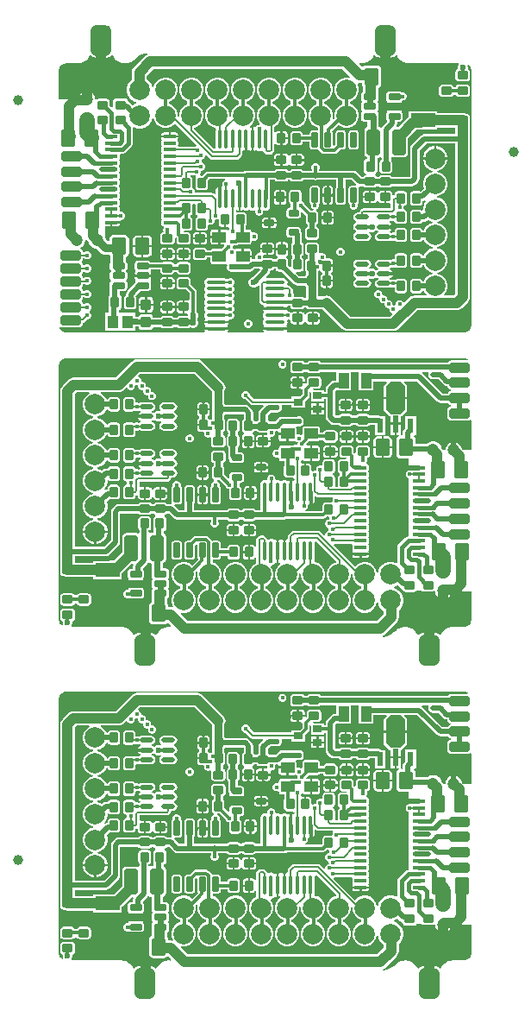
<source format=gtl>
G04*
G04 #@! TF.GenerationSoftware,Altium Limited,Altium Designer,25.5.2 (35)*
G04*
G04 Layer_Physical_Order=1*
G04 Layer_Color=255*
%FSLAX44Y44*%
%MOMM*%
G71*
G04*
G04 #@! TF.SameCoordinates,62C8F6CB-47DE-4BB4-89D1-A73908D99D6D*
G04*
G04*
G04 #@! TF.FilePolarity,Positive*
G04*
G01*
G75*
%ADD10C,1.0000*%
G04:AMPARAMS|DCode=11|XSize=3mm|YSize=2mm|CornerRadius=0.5mm|HoleSize=0mm|Usage=FLASHONLY|Rotation=90.000|XOffset=0mm|YOffset=0mm|HoleType=Round|Shape=RoundedRectangle|*
%AMROUNDEDRECTD11*
21,1,3.0000,1.0000,0,0,90.0*
21,1,2.0000,2.0000,0,0,90.0*
1,1,1.0000,0.5000,1.0000*
1,1,1.0000,0.5000,-1.0000*
1,1,1.0000,-0.5000,-1.0000*
1,1,1.0000,-0.5000,1.0000*
%
%ADD11ROUNDEDRECTD11*%
%ADD12O,0.3500X2.0000*%
G04:AMPARAMS|DCode=13|XSize=0.35mm|YSize=1.25mm|CornerRadius=0.0508mm|HoleSize=0mm|Usage=FLASHONLY|Rotation=270.000|XOffset=0mm|YOffset=0mm|HoleType=Round|Shape=RoundedRectangle|*
%AMROUNDEDRECTD13*
21,1,0.3500,1.1485,0,0,270.0*
21,1,0.2485,1.2500,0,0,270.0*
1,1,0.1015,-0.5743,-0.1243*
1,1,0.1015,-0.5743,0.1243*
1,1,0.1015,0.5743,0.1243*
1,1,0.1015,0.5743,-0.1243*
%
%ADD13ROUNDEDRECTD13*%
G04:AMPARAMS|DCode=14|XSize=1.4mm|YSize=1.7mm|CornerRadius=0.175mm|HoleSize=0mm|Usage=FLASHONLY|Rotation=0.000|XOffset=0mm|YOffset=0mm|HoleType=Round|Shape=RoundedRectangle|*
%AMROUNDEDRECTD14*
21,1,1.4000,1.3500,0,0,0.0*
21,1,1.0500,1.7000,0,0,0.0*
1,1,0.3500,0.5250,-0.6750*
1,1,0.3500,-0.5250,-0.6750*
1,1,0.3500,-0.5250,0.6750*
1,1,0.3500,0.5250,0.6750*
%
%ADD14ROUNDEDRECTD14*%
G04:AMPARAMS|DCode=15|XSize=1.9mm|YSize=3.2mm|CornerRadius=0mm|HoleSize=0mm|Usage=FLASHONLY|Rotation=180.000|XOffset=0mm|YOffset=0mm|HoleType=Round|Shape=Octagon|*
%AMOCTAGOND15*
4,1,8,0.4750,-1.6000,-0.4750,-1.6000,-0.9500,-1.1250,-0.9500,1.1250,-0.4750,1.6000,0.4750,1.6000,0.9500,1.1250,0.9500,-1.1250,0.4750,-1.6000,0.0*
%
%ADD15OCTAGOND15*%

%ADD16R,0.6000X1.8000*%
G04:AMPARAMS|DCode=17|XSize=0.8mm|YSize=1mm|CornerRadius=0.1mm|HoleSize=0mm|Usage=FLASHONLY|Rotation=270.000|XOffset=0mm|YOffset=0mm|HoleType=Round|Shape=RoundedRectangle|*
%AMROUNDEDRECTD17*
21,1,0.8000,0.8000,0,0,270.0*
21,1,0.6000,1.0000,0,0,270.0*
1,1,0.2000,-0.4000,-0.3000*
1,1,0.2000,-0.4000,0.3000*
1,1,0.2000,0.4000,0.3000*
1,1,0.2000,0.4000,-0.3000*
%
%ADD17ROUNDEDRECTD17*%
%ADD18R,0.9000X0.7000*%
G04:AMPARAMS|DCode=19|XSize=1.3mm|YSize=1.1mm|CornerRadius=0.055mm|HoleSize=0mm|Usage=FLASHONLY|Rotation=0.000|XOffset=0mm|YOffset=0mm|HoleType=Round|Shape=RoundedRectangle|*
%AMROUNDEDRECTD19*
21,1,1.3000,0.9900,0,0,0.0*
21,1,1.1900,1.1000,0,0,0.0*
1,1,0.1100,0.5950,-0.4950*
1,1,0.1100,-0.5950,-0.4950*
1,1,0.1100,-0.5950,0.4950*
1,1,0.1100,0.5950,0.4950*
%
%ADD19ROUNDEDRECTD19*%
G04:AMPARAMS|DCode=20|XSize=0.8mm|YSize=1mm|CornerRadius=0.1mm|HoleSize=0mm|Usage=FLASHONLY|Rotation=0.000|XOffset=0mm|YOffset=0mm|HoleType=Round|Shape=RoundedRectangle|*
%AMROUNDEDRECTD20*
21,1,0.8000,0.8000,0,0,0.0*
21,1,0.6000,1.0000,0,0,0.0*
1,1,0.2000,0.3000,-0.4000*
1,1,0.2000,-0.3000,-0.4000*
1,1,0.2000,-0.3000,0.4000*
1,1,0.2000,0.3000,0.4000*
%
%ADD20ROUNDEDRECTD20*%
G04:AMPARAMS|DCode=21|XSize=3.1mm|YSize=5.18mm|CornerRadius=0.0465mm|HoleSize=0mm|Usage=FLASHONLY|Rotation=180.000|XOffset=0mm|YOffset=0mm|HoleType=Round|Shape=RoundedRectangle|*
%AMROUNDEDRECTD21*
21,1,3.1000,5.0870,0,0,180.0*
21,1,3.0070,5.1800,0,0,180.0*
1,1,0.0930,-1.5035,2.5435*
1,1,0.0930,1.5035,2.5435*
1,1,0.0930,1.5035,-2.5435*
1,1,0.0930,-1.5035,-2.5435*
%
%ADD21ROUNDEDRECTD21*%
G04:AMPARAMS|DCode=22|XSize=0.6mm|YSize=1mm|CornerRadius=0.051mm|HoleSize=0mm|Usage=FLASHONLY|Rotation=90.000|XOffset=0mm|YOffset=0mm|HoleType=Round|Shape=RoundedRectangle|*
%AMROUNDEDRECTD22*
21,1,0.6000,0.8980,0,0,90.0*
21,1,0.4980,1.0000,0,0,90.0*
1,1,0.1020,0.4490,0.2490*
1,1,0.1020,0.4490,-0.2490*
1,1,0.1020,-0.4490,-0.2490*
1,1,0.1020,-0.4490,0.2490*
%
%ADD22ROUNDEDRECTD22*%
G04:AMPARAMS|DCode=23|XSize=0.6mm|YSize=1.45mm|CornerRadius=0.051mm|HoleSize=0mm|Usage=FLASHONLY|Rotation=0.000|XOffset=0mm|YOffset=0mm|HoleType=Round|Shape=RoundedRectangle|*
%AMROUNDEDRECTD23*
21,1,0.6000,1.3480,0,0,0.0*
21,1,0.4980,1.4500,0,0,0.0*
1,1,0.1020,0.2490,-0.6740*
1,1,0.1020,-0.2490,-0.6740*
1,1,0.1020,-0.2490,0.6740*
1,1,0.1020,0.2490,0.6740*
%
%ADD23ROUNDEDRECTD23*%
%ADD24O,1.3500X0.4500*%
G04:AMPARAMS|DCode=25|XSize=0.6mm|YSize=1.2mm|CornerRadius=0.075mm|HoleSize=0mm|Usage=FLASHONLY|Rotation=270.000|XOffset=0mm|YOffset=0mm|HoleType=Round|Shape=RoundedRectangle|*
%AMROUNDEDRECTD25*
21,1,0.6000,1.0500,0,0,270.0*
21,1,0.4500,1.2000,0,0,270.0*
1,1,0.1500,-0.5250,-0.2250*
1,1,0.1500,-0.5250,0.2250*
1,1,0.1500,0.5250,0.2250*
1,1,0.1500,0.5250,-0.2250*
%
%ADD25ROUNDEDRECTD25*%
%ADD26R,2.4000X1.4000*%
G04:AMPARAMS|DCode=27|XSize=1mm|YSize=2mm|CornerRadius=0.25mm|HoleSize=0mm|Usage=FLASHONLY|Rotation=90.000|XOffset=0mm|YOffset=0mm|HoleType=Round|Shape=RoundedRectangle|*
%AMROUNDEDRECTD27*
21,1,1.0000,1.5000,0,0,90.0*
21,1,0.5000,2.0000,0,0,90.0*
1,1,0.5000,0.7500,0.2500*
1,1,0.5000,0.7500,-0.2500*
1,1,0.5000,-0.7500,-0.2500*
1,1,0.5000,-0.7500,0.2500*
%
%ADD27ROUNDEDRECTD27*%
%ADD28R,0.6000X1.4000*%
%ADD29R,1.0000X1.5000*%
G04:AMPARAMS|DCode=30|XSize=1.3mm|YSize=2.54mm|CornerRadius=0.1625mm|HoleSize=0mm|Usage=FLASHONLY|Rotation=0.000|XOffset=0mm|YOffset=0mm|HoleType=Round|Shape=RoundedRectangle|*
%AMROUNDEDRECTD30*
21,1,1.3000,2.2150,0,0,0.0*
21,1,0.9750,2.5400,0,0,0.0*
1,1,0.3250,0.4875,-1.1075*
1,1,0.3250,-0.4875,-1.1075*
1,1,0.3250,-0.4875,1.1075*
1,1,0.3250,0.4875,1.1075*
%
%ADD30ROUNDEDRECTD30*%
%ADD31C,0.2000*%
%ADD32C,0.3000*%
%ADD33C,1.0000*%
%ADD34C,0.5000*%
%ADD35C,0.8000*%
%ADD36C,1.5000*%
%ADD37C,0.4000*%
%ADD38C,0.6000*%
%ADD39O,2.0000X0.3500*%
G04:AMPARAMS|DCode=40|XSize=1.4mm|YSize=1.7mm|CornerRadius=0.175mm|HoleSize=0mm|Usage=FLASHONLY|Rotation=360.000|XOffset=0mm|YOffset=0mm|HoleType=Round|Shape=RoundedRectangle|*
%AMROUNDEDRECTD40*
21,1,1.4000,1.3500,0,0,360.0*
21,1,1.0500,1.7000,0,0,360.0*
1,1,0.3500,0.5250,-0.6750*
1,1,0.3500,-0.5250,-0.6750*
1,1,0.3500,-0.5250,0.6750*
1,1,0.3500,0.5250,0.6750*
%
%ADD40ROUNDEDRECTD40*%
G04:AMPARAMS|DCode=41|XSize=1.1mm|YSize=1mm|CornerRadius=0.125mm|HoleSize=0mm|Usage=FLASHONLY|Rotation=270.000|XOffset=0mm|YOffset=0mm|HoleType=Round|Shape=RoundedRectangle|*
%AMROUNDEDRECTD41*
21,1,1.1000,0.7500,0,0,270.0*
21,1,0.8500,1.0000,0,0,270.0*
1,1,0.2500,-0.3750,-0.4250*
1,1,0.2500,-0.3750,0.4250*
1,1,0.2500,0.3750,0.4250*
1,1,0.2500,0.3750,-0.4250*
%
%ADD41ROUNDEDRECTD41*%
G04:AMPARAMS|DCode=42|XSize=0.8mm|YSize=1mm|CornerRadius=0.1mm|HoleSize=0mm|Usage=FLASHONLY|Rotation=360.000|XOffset=0mm|YOffset=0mm|HoleType=Round|Shape=RoundedRectangle|*
%AMROUNDEDRECTD42*
21,1,0.8000,0.8000,0,0,360.0*
21,1,0.6000,1.0000,0,0,360.0*
1,1,0.2000,0.3000,-0.4000*
1,1,0.2000,-0.3000,-0.4000*
1,1,0.2000,-0.3000,0.4000*
1,1,0.2000,0.3000,0.4000*
%
%ADD42ROUNDEDRECTD42*%
%ADD43R,1.0061X1.3082*%
%ADD44C,2.0000*%
%ADD45C,1.2000*%
%ADD46C,0.4000*%
%ADD47C,0.5000*%
%ADD48C,0.6000*%
G36*
X461000Y1046940D02*
X465000D01*
X466827Y1047180D01*
X468530Y1047886D01*
X469992Y1049007D01*
X470103Y1049152D01*
X471557Y1048960D01*
X471826Y1048311D01*
X471965Y1048102D01*
X472062Y1047870D01*
X473151Y1046240D01*
X473328Y1046062D01*
X473468Y1045854D01*
X474854Y1044468D01*
X475062Y1044328D01*
X475240Y1044151D01*
X476870Y1043062D01*
X477102Y1042965D01*
X477311Y1042826D01*
X479122Y1042076D01*
X479368Y1042027D01*
X479600Y1041931D01*
X481523Y1041548D01*
X481712D01*
X481895Y1041502D01*
X482875Y1041454D01*
X482938Y1041464D01*
X483000Y1041451D01*
X531584D01*
X532110Y1040181D01*
X531761Y1039832D01*
X531000Y1037995D01*
Y1036005D01*
X531084Y1035802D01*
X530830Y1035326D01*
X529837Y1034663D01*
X529174Y1033671D01*
X528941Y1032500D01*
Y1026500D01*
X529174Y1025329D01*
X529837Y1024337D01*
X530830Y1023674D01*
X532000Y1023441D01*
X540000D01*
X541171Y1023674D01*
X542163Y1024337D01*
X542826Y1025329D01*
X543059Y1026500D01*
Y1032500D01*
X542826Y1033671D01*
X542163Y1034663D01*
X541171Y1035326D01*
X540916Y1035802D01*
X541000Y1036005D01*
Y1037995D01*
X540561Y1039055D01*
X541587Y1039897D01*
X541750Y1039788D01*
X542788Y1038750D01*
X543603Y1037529D01*
X544165Y1036173D01*
X544451Y1034734D01*
Y1034000D01*
Y785000D01*
Y784266D01*
X544165Y782827D01*
X543603Y781471D01*
X542788Y780250D01*
X541750Y779212D01*
X540529Y778397D01*
X539173Y777835D01*
X537734Y777549D01*
X363698D01*
X363465Y777861D01*
X363136Y778819D01*
X363783Y779787D01*
X363875Y780250D01*
X340126D01*
X340218Y779787D01*
X340864Y778819D01*
X340535Y777861D01*
X340302Y777549D01*
X305698D01*
X305465Y777861D01*
X305136Y778819D01*
X305782Y779787D01*
X305875Y780250D01*
X282125D01*
X282218Y779787D01*
X282864Y778819D01*
X282535Y777861D01*
X282302Y777549D01*
X146266D01*
X144827Y777835D01*
X143471Y778397D01*
X142250Y779212D01*
X141212Y780250D01*
X140397Y781471D01*
X140074Y782250D01*
X141100Y783091D01*
X141744Y782661D01*
X143500Y782312D01*
X158500D01*
X160256Y782661D01*
X161744Y783656D01*
X162739Y785144D01*
X163072Y786818D01*
X163999Y787002D01*
X164991Y787665D01*
X164991Y787666D01*
X167326Y790000D01*
X167796D01*
X169266Y790609D01*
X170391Y791734D01*
X171000Y793204D01*
Y794796D01*
X170391Y796266D01*
X169377Y797280D01*
X169317Y798000D01*
X169377Y798720D01*
X170391Y799734D01*
X171000Y801204D01*
Y802796D01*
X170391Y804266D01*
X169266Y805391D01*
X167796Y806000D01*
X166204D01*
X164734Y805391D01*
X164452Y805109D01*
X162987D01*
X162739Y806356D01*
X161744Y807844D01*
Y809056D01*
X162739Y810544D01*
X162997Y811841D01*
X164502D01*
X164734Y811609D01*
X166204Y811000D01*
X167796D01*
X169266Y811609D01*
X170391Y812734D01*
X171000Y814204D01*
Y815796D01*
X170391Y817266D01*
X169266Y818391D01*
X167796Y819000D01*
X166204D01*
X164734Y818391D01*
X164302Y817959D01*
X162957D01*
X162739Y819056D01*
X161744Y820544D01*
Y821756D01*
X162739Y823244D01*
X163027Y824691D01*
X164652D01*
X164734Y824609D01*
X166204Y824000D01*
X167796D01*
X169266Y824609D01*
X170391Y825734D01*
X171000Y827204D01*
Y828796D01*
X170391Y830266D01*
X169266Y831391D01*
X167796Y832000D01*
X166204D01*
X164734Y831391D01*
X164152Y830809D01*
X162927D01*
X162739Y831756D01*
X161744Y833244D01*
Y834456D01*
X162739Y835944D01*
X162957Y837041D01*
X164302D01*
X164734Y836609D01*
X166204Y836000D01*
X167796D01*
X169266Y836609D01*
X170391Y837734D01*
X171000Y839204D01*
Y840796D01*
X170391Y842266D01*
X169266Y843391D01*
X167796Y844000D01*
X166204D01*
X164734Y843391D01*
X164502Y843159D01*
X162997D01*
X162739Y844456D01*
X161744Y845944D01*
Y847156D01*
X162739Y848644D01*
X162987Y849891D01*
X164452D01*
X164734Y849609D01*
X166204Y849000D01*
X167796D01*
X169266Y849609D01*
X170391Y850734D01*
X171000Y852204D01*
Y853796D01*
X170391Y855266D01*
X169266Y856391D01*
X167796Y857000D01*
X166204D01*
X164734Y856391D01*
X164352Y856009D01*
X162967D01*
X162739Y857156D01*
X161744Y858644D01*
X160575Y859426D01*
X160515Y860583D01*
X160583Y860831D01*
X161912Y861598D01*
X163402Y863088D01*
X164455Y864912D01*
X165000Y866947D01*
Y868000D01*
X167080D01*
X168018Y866777D01*
X168715Y866081D01*
X169079Y864719D01*
X170198Y862781D01*
X171781Y861198D01*
X172467Y860802D01*
X172957Y860426D01*
X173526Y860191D01*
X173719Y860079D01*
X173934Y860022D01*
X174538Y859772D01*
X175186Y859686D01*
X175881Y859500D01*
X176180D01*
X180025Y855655D01*
X181383Y854613D01*
X182964Y853958D01*
X184661Y853735D01*
X189288D01*
X189317Y853592D01*
X190256Y852186D01*
X190365Y852113D01*
Y847030D01*
X189689Y846018D01*
X189436Y844750D01*
Y840250D01*
X189689Y838982D01*
X190407Y837907D01*
Y837593D01*
X189689Y836518D01*
X189436Y835250D01*
Y830750D01*
X189689Y829482D01*
X190407Y828407D01*
Y828093D01*
X189689Y827018D01*
X189436Y825750D01*
Y823464D01*
X189402Y823291D01*
Y813808D01*
X188977Y813523D01*
X188203Y812366D01*
X187931Y811000D01*
Y803000D01*
X188203Y801634D01*
X188522Y801158D01*
Y797041D01*
X185209D01*
Y778959D01*
X200269D01*
Y779459D01*
X214291D01*
Y783162D01*
X217954D01*
X218189Y781982D01*
X218907Y780907D01*
X219982Y780189D01*
X221250Y779936D01*
X228750D01*
X230018Y780189D01*
X231093Y780907D01*
X231811Y781982D01*
X231996Y782912D01*
X239453D01*
X239837Y782337D01*
X240830Y781674D01*
X242000Y781441D01*
X250000D01*
X251171Y781674D01*
X252163Y782337D01*
X252547Y782912D01*
X255453D01*
X255837Y782337D01*
X256829Y781674D01*
X258000Y781441D01*
X266000D01*
X267171Y781674D01*
X268163Y782337D01*
X268341Y782603D01*
X268549D01*
X270005Y782000D01*
X271995D01*
X273832Y782761D01*
X275239Y784168D01*
X276000Y786005D01*
Y787995D01*
X275588Y788989D01*
Y792011D01*
X276000Y793005D01*
Y794995D01*
X275239Y796832D01*
X274569Y797503D01*
Y817500D01*
X274297Y818866D01*
X273523Y820023D01*
X269059Y824488D01*
Y828500D01*
X268826Y829670D01*
X268163Y830663D01*
X267171Y831326D01*
X266000Y831559D01*
X258000D01*
X256829Y831326D01*
X255837Y830663D01*
X255174Y829670D01*
X254941Y828500D01*
Y822500D01*
X255174Y821329D01*
X255837Y820337D01*
X256829Y819674D01*
X258000Y819441D01*
X264012D01*
X267431Y816022D01*
Y809563D01*
X266161Y808527D01*
X266000Y808559D01*
X263000D01*
Y802500D01*
Y796441D01*
X265225D01*
X266088Y795208D01*
X266000Y794995D01*
Y793559D01*
X266000Y793559D01*
X258000D01*
X256829Y793326D01*
X255837Y792663D01*
X255453Y792088D01*
X252547D01*
X252163Y792663D01*
X251171Y793326D01*
X250000Y793559D01*
X242000D01*
X240830Y793326D01*
X239837Y792663D01*
X239453Y792088D01*
X231996D01*
X231811Y793018D01*
X231093Y794093D01*
X230018Y794811D01*
X228750Y795064D01*
X221250D01*
X219982Y794811D01*
X218907Y794093D01*
X218189Y793018D01*
X217756Y792430D01*
X216000Y792779D01*
X214291D01*
Y796541D01*
X200269D01*
Y797041D01*
X198717D01*
Y799674D01*
X198866Y799703D01*
X200023Y800477D01*
X200797Y801634D01*
X201069Y803000D01*
Y811000D01*
X200797Y812366D01*
X200023Y813523D01*
X199598Y813808D01*
Y817936D01*
X203250D01*
X204518Y818189D01*
X205593Y818907D01*
X206311Y819982D01*
X206564Y821250D01*
Y825750D01*
X206311Y827018D01*
X205593Y828093D01*
Y828407D01*
X206311Y829482D01*
X206564Y830750D01*
Y835250D01*
X206311Y836518D01*
X205593Y837593D01*
Y837907D01*
X206311Y838982D01*
X206564Y840250D01*
Y844750D01*
X206311Y846018D01*
X205593Y847093D01*
X205494Y847159D01*
Y851257D01*
X206884Y852186D01*
X207823Y853592D01*
X208153Y855250D01*
Y868750D01*
X207823Y870408D01*
X206884Y871814D01*
X205478Y872753D01*
X203820Y873083D01*
X193320D01*
X191662Y872753D01*
X190256Y871814D01*
X189317Y870408D01*
X188987Y868750D01*
Y866847D01*
X187377D01*
X185500Y868724D01*
Y869119D01*
X184921Y871281D01*
X184500Y872010D01*
Y881034D01*
X185007Y881451D01*
X189750D01*
Y885250D01*
X190750D01*
Y886250D01*
X199049D01*
Y886492D01*
X199038Y886549D01*
X200079Y887750D01*
X200796D01*
X202266Y888359D01*
X203391Y889484D01*
X204000Y890954D01*
Y892546D01*
X203391Y894016D01*
X202266Y895141D01*
X200796Y895750D01*
X200079D01*
X199038Y896951D01*
X199049Y897008D01*
Y899492D01*
X198855Y900471D01*
X198394Y901161D01*
X198661Y901339D01*
X199326Y902334D01*
X199559Y903508D01*
Y905993D01*
X199326Y907166D01*
X198661Y908161D01*
X198394Y908339D01*
X198855Y909029D01*
X199049Y910007D01*
Y912493D01*
X198855Y913471D01*
X198300Y914300D01*
Y914700D01*
X198855Y915529D01*
X199049Y916507D01*
Y917554D01*
X199088Y917750D01*
X199049Y917946D01*
Y918992D01*
X198855Y919971D01*
X198821Y920021D01*
X198389Y921000D01*
X198821Y921980D01*
X198855Y922029D01*
X199049Y923008D01*
Y925492D01*
X198855Y926471D01*
X198821Y926520D01*
X198389Y927500D01*
X198821Y928480D01*
X198855Y928529D01*
X199049Y929508D01*
Y931992D01*
X198855Y932971D01*
X198821Y933020D01*
X198389Y934000D01*
X198821Y934979D01*
X198855Y935029D01*
X199049Y936008D01*
Y937054D01*
X199088Y937250D01*
X199049Y937446D01*
Y938493D01*
X198855Y939471D01*
X198821Y939520D01*
X198389Y940500D01*
X198821Y941479D01*
X198855Y941529D01*
X199049Y942507D01*
Y944993D01*
X198855Y945971D01*
X198394Y946661D01*
X198661Y946839D01*
X199326Y947834D01*
X199559Y949007D01*
Y951492D01*
X200619Y952672D01*
X201500D01*
X203061Y952982D01*
X204384Y953866D01*
X204384Y953866D01*
X210884Y960366D01*
X211768Y961689D01*
X212078Y963250D01*
X212078Y963250D01*
Y977980D01*
X213232Y978781D01*
X213975Y978352D01*
X217154Y977500D01*
X220446D01*
X223625Y978352D01*
X226475Y979997D01*
X228803Y982325D01*
X230448Y985175D01*
X231101Y987613D01*
X232416D01*
X233018Y985368D01*
X234598Y982632D01*
X236832Y980398D01*
X239568Y978818D01*
X242620Y978000D01*
X245780D01*
X248832Y978818D01*
X251568Y980398D01*
X253422Y982252D01*
X274438Y961236D01*
X274039Y959839D01*
X273967Y959809D01*
X257066D01*
X256359Y961022D01*
X256364Y961079D01*
X256549Y962008D01*
Y964492D01*
X256355Y965471D01*
X256321Y965520D01*
X255889Y966500D01*
X256321Y967479D01*
X256355Y967529D01*
X256549Y968508D01*
Y968750D01*
X239951D01*
Y968508D01*
X240145Y967529D01*
X240179Y967479D01*
X240611Y966500D01*
X240179Y965520D01*
X240145Y965471D01*
X239951Y964492D01*
Y962008D01*
X240145Y961029D01*
X240179Y960980D01*
X240611Y960000D01*
X240179Y959020D01*
X240145Y958971D01*
X239951Y957992D01*
Y955508D01*
X240145Y954529D01*
X240179Y954480D01*
X240611Y953500D01*
X240179Y952520D01*
X240145Y952471D01*
X239951Y951492D01*
Y949007D01*
X240145Y948029D01*
X240179Y947980D01*
X240611Y947000D01*
X240179Y946021D01*
X240145Y945971D01*
X239951Y944993D01*
Y942507D01*
X240145Y941529D01*
X240179Y941479D01*
X240611Y940500D01*
X240179Y939520D01*
X240145Y939471D01*
X239951Y938493D01*
Y936008D01*
X240145Y935029D01*
X240179Y934979D01*
X240611Y934000D01*
X240179Y933020D01*
X240145Y932971D01*
X239951Y931992D01*
Y929508D01*
X240145Y928529D01*
X240700Y927700D01*
Y927300D01*
X240145Y926471D01*
X239951Y925492D01*
Y923008D01*
X240145Y922029D01*
X240179Y921980D01*
X240611Y921000D01*
X240179Y920021D01*
X240145Y919971D01*
X239951Y918992D01*
Y916507D01*
X240145Y915529D01*
X240179Y915480D01*
X240611Y914500D01*
X240179Y913520D01*
X240145Y913471D01*
X239951Y912493D01*
Y910007D01*
X240145Y909029D01*
X240179Y908979D01*
X240611Y908000D01*
X240179Y907020D01*
X240145Y906971D01*
X239951Y905993D01*
Y903508D01*
X240145Y902529D01*
X240179Y902480D01*
X240611Y901500D01*
X240179Y900520D01*
X240145Y900471D01*
X239951Y899492D01*
Y897008D01*
X240145Y896029D01*
X240179Y895980D01*
X240611Y895000D01*
X240179Y894020D01*
X240145Y893971D01*
X239951Y892992D01*
Y890508D01*
X240145Y889529D01*
X240179Y889480D01*
X240611Y888500D01*
X240179Y887520D01*
X240145Y887471D01*
X239951Y886492D01*
Y884007D01*
X240145Y883029D01*
X240700Y882200D01*
X241529Y881646D01*
X242083Y881535D01*
X242605Y880312D01*
X242609Y880266D01*
X242000Y878796D01*
Y877204D01*
X242156Y876829D01*
X242125Y876579D01*
X241480Y875455D01*
X240830Y875326D01*
X239837Y874663D01*
X239174Y873671D01*
X238941Y872500D01*
Y866500D01*
X239174Y865329D01*
X239837Y864337D01*
X240830Y863674D01*
X242000Y863441D01*
X250000D01*
X251171Y863674D01*
X252163Y864337D01*
X252826Y865329D01*
X253059Y866500D01*
Y870139D01*
X254329Y870704D01*
X254941Y870183D01*
Y866500D01*
X255174Y865329D01*
X255837Y864337D01*
X256829Y863674D01*
X258000Y863441D01*
X266000D01*
X267171Y863674D01*
X268163Y864337D01*
X268826Y865329D01*
X269059Y866500D01*
Y872500D01*
X268826Y873671D01*
X268163Y874663D01*
X267171Y875326D01*
X266000Y875559D01*
X261817D01*
X261777Y875671D01*
X262672Y876941D01*
X267500D01*
X268671Y877174D01*
X269663Y877837D01*
X270326Y878829D01*
X270559Y880000D01*
Y888000D01*
X270326Y889171D01*
X269663Y890163D01*
X268671Y890826D01*
X268537Y890853D01*
Y892147D01*
X268671Y892174D01*
X269663Y892837D01*
X270326Y893829D01*
X270559Y895000D01*
Y903000D01*
X271331Y903941D01*
X272669D01*
X273441Y903000D01*
Y895000D01*
X273674Y893829D01*
X274337Y892837D01*
X275329Y892174D01*
X275463Y892147D01*
Y890853D01*
X275329Y890826D01*
X274337Y890163D01*
X273674Y889171D01*
X273441Y888000D01*
Y880000D01*
X273674Y878829D01*
X274337Y877837D01*
X275329Y877174D01*
X276500Y876941D01*
X282500D01*
X283671Y877174D01*
X284663Y877837D01*
X285326Y878829D01*
X285559Y880000D01*
Y882307D01*
X286829Y883156D01*
X287204Y883000D01*
X288796D01*
X290266Y883609D01*
X291391Y884734D01*
X292000Y886204D01*
Y886827D01*
X292174Y887826D01*
X293173Y888000D01*
X293796D01*
X295266Y888609D01*
X296441Y887988D01*
Y884000D01*
X296674Y882830D01*
X297337Y881837D01*
X298330Y881174D01*
X299500Y880941D01*
X301500D01*
Y888000D01*
X303500D01*
Y880941D01*
X305500D01*
X305655Y880972D01*
X306679Y880179D01*
X306742Y878899D01*
X306609Y878766D01*
X306247Y877892D01*
X304827Y877731D01*
X304788Y877788D01*
X303945Y878352D01*
X302950Y878550D01*
X298000D01*
Y871000D01*
Y863450D01*
X301294D01*
X301759Y862180D01*
X299477Y859897D01*
X299244Y859550D01*
X291050D01*
X290055Y859352D01*
X289212Y858788D01*
X288731Y858069D01*
X284946D01*
X284826Y858671D01*
X284163Y859663D01*
X283171Y860326D01*
X282000Y860559D01*
X274000D01*
X272829Y860326D01*
X271837Y859663D01*
X271174Y858671D01*
X270941Y857500D01*
Y851500D01*
X271174Y850330D01*
X271837Y849337D01*
X272829Y848674D01*
X274000Y848441D01*
X282000D01*
X283171Y848674D01*
X284163Y849337D01*
X284826Y850330D01*
X284946Y850931D01*
X288450D01*
Y847050D01*
X288648Y846055D01*
X289212Y845212D01*
X290055Y844648D01*
X291050Y844450D01*
X302950D01*
X303751Y844610D01*
X304312Y844175D01*
X304725Y843642D01*
X304250Y842495D01*
Y840505D01*
X305011Y838668D01*
X306418Y837261D01*
X308256Y836500D01*
X310245D01*
X311239Y836912D01*
X326835D01*
X328591Y837261D01*
X330079Y838256D01*
X331735Y839912D01*
X336355D01*
X336881Y838642D01*
X329728Y831488D01*
X327918Y830739D01*
X326511Y829332D01*
X325750Y827495D01*
Y825505D01*
X326511Y823668D01*
X327918Y822261D01*
X329755Y821500D01*
X331745D01*
X333582Y822261D01*
X334843Y823522D01*
X335530Y823410D01*
X336113Y823132D01*
Y808422D01*
X336113Y808422D01*
X336346Y807251D01*
X337009Y806259D01*
X337009Y806259D01*
X338180Y805087D01*
X339173Y804424D01*
X340108Y804238D01*
X340516Y803559D01*
X340691Y802921D01*
X340218Y802213D01*
X340126Y801750D01*
X363875D01*
X363783Y802213D01*
X363714Y802316D01*
X364393Y803586D01*
X366941D01*
Y803500D01*
X367174Y802329D01*
X367837Y801337D01*
X368829Y800674D01*
X370000Y800441D01*
X378000D01*
X379170Y800674D01*
X380163Y801337D01*
X380547Y801912D01*
X382453D01*
X382837Y801337D01*
X383829Y800674D01*
X385000Y800441D01*
X387705D01*
X388000Y800382D01*
X398633D01*
X418008Y781008D01*
X419470Y779885D01*
X421173Y779180D01*
X423000Y778940D01*
X468000D01*
X469827Y779180D01*
X471530Y779885D01*
X472992Y781008D01*
X491424Y799440D01*
X530142D01*
X531969Y799680D01*
X533672Y800386D01*
X535135Y801507D01*
X540993Y807365D01*
X542114Y808828D01*
X542820Y810530D01*
X543060Y812358D01*
Y968000D01*
Y977000D01*
Y985500D01*
X543059Y985512D01*
Y988500D01*
X542826Y989670D01*
X542163Y990663D01*
X541171Y991326D01*
X540000Y991559D01*
X539603D01*
X539530Y991615D01*
X537827Y992320D01*
X536000Y992560D01*
X536000Y992560D01*
X520000D01*
X520000Y992560D01*
X511000D01*
Y994500D01*
X483000D01*
Y988870D01*
X482508Y988492D01*
X472996Y978980D01*
X471848Y979091D01*
X471279Y980221D01*
X471405Y980411D01*
X471755Y982166D01*
Y984446D01*
X474250D01*
X475323Y984660D01*
X476233Y985267D01*
X476840Y986177D01*
X477054Y987250D01*
Y991750D01*
X476840Y992823D01*
X476460Y993392D01*
X476318Y994250D01*
X476460Y995108D01*
X476840Y995677D01*
X477054Y996750D01*
Y998000D01*
X460946D01*
Y996750D01*
X461160Y995677D01*
X461540Y995108D01*
X461682Y994250D01*
X461540Y993392D01*
X461160Y992823D01*
X460946Y991750D01*
Y987250D01*
X461160Y986177D01*
X461767Y985267D01*
X462014Y985103D01*
X462130Y983618D01*
X457756Y979244D01*
X457417Y978737D01*
X457266Y978640D01*
X455713Y978474D01*
X454985Y978961D01*
X453608Y979234D01*
Y989500D01*
X453564Y989722D01*
Y991750D01*
X453311Y993018D01*
X452593Y994093D01*
Y994407D01*
X453311Y995482D01*
X453564Y996750D01*
Y1001250D01*
X453311Y1002518D01*
X452593Y1003593D01*
Y1003907D01*
X453311Y1004982D01*
X453564Y1006250D01*
Y1010750D01*
X453350Y1011826D01*
Y1017221D01*
X453478Y1017247D01*
X454884Y1018186D01*
X455823Y1019592D01*
X456153Y1021250D01*
Y1034750D01*
X455823Y1036408D01*
X454884Y1037814D01*
X453478Y1038753D01*
X451820Y1039083D01*
X441320D01*
X439662Y1038753D01*
X438256Y1037814D01*
X436791Y1037907D01*
X434370Y1040329D01*
X434600Y1041084D01*
X434930Y1041550D01*
X435114Y1041504D01*
X436118Y1041454D01*
X436180Y1041464D01*
X436243Y1041451D01*
X437000D01*
X437062Y1041464D01*
X437125Y1041454D01*
X438105Y1041502D01*
X438288Y1041548D01*
X438478D01*
X440400Y1041931D01*
X440632Y1042027D01*
X440878Y1042076D01*
X442689Y1042826D01*
X442898Y1042965D01*
X443130Y1043062D01*
X444760Y1044151D01*
X444938Y1044328D01*
X445146Y1044468D01*
X446532Y1045854D01*
X446672Y1046062D01*
X446849Y1046240D01*
X447938Y1047870D01*
X448035Y1048102D01*
X448174Y1048311D01*
X448443Y1048960D01*
X449897Y1049152D01*
X450008Y1049007D01*
X451470Y1047886D01*
X453173Y1047180D01*
X455000Y1046940D01*
X459000D01*
Y1064000D01*
X461000D01*
Y1046940D01*
D02*
G37*
G36*
X182000D02*
X186000D01*
X187827Y1047180D01*
X189530Y1047886D01*
X190993Y1049007D01*
X191103Y1049152D01*
X192557Y1048960D01*
X192826Y1048311D01*
X192966Y1048102D01*
X193062Y1047870D01*
X194151Y1046240D01*
X194328Y1046062D01*
X194468Y1045854D01*
X195854Y1044468D01*
X196063Y1044328D01*
X196240Y1044151D01*
X197870Y1043062D01*
X198102Y1042965D01*
X198311Y1042826D01*
X200122Y1042076D01*
X200368Y1042027D01*
X200600Y1041931D01*
X202523Y1041548D01*
X202712D01*
X202895Y1041502D01*
X203875Y1041454D01*
X203938Y1041464D01*
X204000Y1041451D01*
X204757D01*
X204820Y1041464D01*
X204883Y1041454D01*
X205886Y1041504D01*
X206070Y1041550D01*
X206259D01*
X208228Y1041941D01*
X208460Y1042037D01*
X208706Y1042086D01*
X210561Y1042855D01*
X210770Y1042994D01*
X211002Y1043090D01*
X212671Y1044206D01*
X212805Y1044339D01*
X212967Y1044436D01*
X213712Y1045111D01*
X213750Y1045162D01*
X213802Y1045198D01*
X215289Y1046685D01*
X218786Y1049021D01*
X222672Y1050631D01*
X226199Y1051332D01*
X226569Y1050111D01*
X225218Y1049551D01*
X223651Y1048349D01*
X213011Y1037709D01*
X213011Y1037709D01*
X211809Y1036142D01*
X211053Y1034318D01*
X210795Y1032360D01*
Y1025073D01*
X208797Y1023075D01*
X207152Y1020225D01*
X206300Y1017046D01*
Y1013754D01*
X207152Y1010575D01*
X208797Y1007725D01*
X211125Y1005397D01*
X213975Y1003752D01*
X215447Y1003357D01*
Y1002043D01*
X213975Y1001648D01*
X211811Y1000399D01*
X209605Y1002605D01*
X207951Y1003710D01*
X207509Y1003798D01*
X207297Y1004866D01*
X206523Y1006023D01*
X205366Y1006797D01*
X204000Y1007068D01*
X196000D01*
X194634Y1006797D01*
X193477Y1006023D01*
X192703Y1004866D01*
X192431Y1003500D01*
Y998632D01*
X191161Y998106D01*
X189059Y1000209D01*
Y1003500D01*
X188826Y1004670D01*
X188163Y1005663D01*
X187171Y1006326D01*
X186000Y1006559D01*
X178000D01*
X176829Y1006326D01*
X176270Y1005952D01*
X175000Y1006304D01*
Y1007053D01*
X174455Y1009088D01*
X173402Y1010912D01*
X171912Y1012402D01*
X170088Y1013455D01*
X169500Y1013612D01*
Y1006000D01*
X164500D01*
Y1013612D01*
X163912Y1013455D01*
X162088Y1012402D01*
X160598Y1010912D01*
X159545Y1009088D01*
X159000Y1007053D01*
Y1006924D01*
X158097Y1006031D01*
X139549Y1006229D01*
Y1034734D01*
X139835Y1036173D01*
X140397Y1037529D01*
X141212Y1038750D01*
X142250Y1039788D01*
X143471Y1040603D01*
X144827Y1041165D01*
X146266Y1041451D01*
X158000D01*
X158062Y1041464D01*
X158125Y1041454D01*
X159105Y1041502D01*
X159289Y1041548D01*
X159478D01*
X161400Y1041931D01*
X161632Y1042027D01*
X161878Y1042076D01*
X163689Y1042826D01*
X163898Y1042965D01*
X164130Y1043062D01*
X165760Y1044151D01*
X165938Y1044328D01*
X166146Y1044468D01*
X167532Y1045854D01*
X167672Y1046062D01*
X167849Y1046240D01*
X168939Y1047870D01*
X169035Y1048102D01*
X169174Y1048311D01*
X169443Y1048960D01*
X170897Y1049152D01*
X171008Y1049007D01*
X172470Y1047886D01*
X174173Y1047180D01*
X176000Y1046940D01*
X180000D01*
Y1064000D01*
X182000D01*
Y1046940D01*
D02*
G37*
G36*
X424956Y1028346D02*
X424298Y1027207D01*
X423580Y1027400D01*
X420420D01*
X417368Y1026582D01*
X414632Y1025002D01*
X412398Y1022768D01*
X410818Y1020032D01*
X410000Y1016980D01*
Y1013820D01*
X410818Y1010768D01*
X412398Y1008032D01*
X414632Y1005798D01*
X417368Y1004218D01*
X417991Y1004051D01*
Y1001349D01*
X417368Y1001182D01*
X414632Y999602D01*
X412398Y997368D01*
X410818Y994632D01*
X410000Y991580D01*
Y988420D01*
X410290Y987337D01*
X409381Y986428D01*
X408242Y987085D01*
X408600Y988420D01*
Y991580D01*
X407782Y994632D01*
X406202Y997368D01*
X403968Y999602D01*
X401232Y1001182D01*
X399729Y1001585D01*
Y1003815D01*
X401232Y1004218D01*
X403968Y1005798D01*
X406202Y1008032D01*
X407782Y1010768D01*
X408600Y1013820D01*
Y1016980D01*
X407782Y1020032D01*
X406202Y1022768D01*
X403968Y1025002D01*
X401232Y1026582D01*
X398180Y1027400D01*
X395020D01*
X391968Y1026582D01*
X389232Y1025002D01*
X386998Y1022768D01*
X385418Y1020032D01*
X384600Y1016980D01*
Y1013820D01*
X385418Y1010768D01*
X386998Y1008032D01*
X389232Y1005798D01*
X391968Y1004218D01*
X392591Y1004051D01*
Y1001349D01*
X391968Y1001182D01*
X389232Y999602D01*
X386998Y997368D01*
X385418Y994632D01*
X384600Y991580D01*
Y988420D01*
X385418Y985368D01*
X386998Y982632D01*
X389232Y980398D01*
X391968Y978818D01*
X393683Y978358D01*
Y975748D01*
X393440Y975549D01*
X388460D01*
X387481Y975354D01*
X386650Y974800D01*
X386096Y973969D01*
X385901Y972990D01*
Y971569D01*
X379059D01*
Y972000D01*
X378826Y973170D01*
X378163Y974163D01*
X377170Y974826D01*
X376000Y975059D01*
X370000D01*
X368829Y974826D01*
X367837Y974163D01*
X367174Y973170D01*
X366941Y972000D01*
Y964000D01*
X367174Y962830D01*
X367837Y961837D01*
X368829Y961174D01*
X370000Y960941D01*
X376000D01*
X377170Y961174D01*
X378163Y961837D01*
X378826Y962830D01*
X379059Y964000D01*
Y964431D01*
X385901D01*
Y959510D01*
X386096Y958531D01*
X386650Y957700D01*
X387481Y957146D01*
X388460Y956951D01*
X393440D01*
X393976Y957057D01*
X394728Y955932D01*
X397183Y953477D01*
X398340Y952703D01*
X399706Y952431D01*
X410350D01*
X411716Y952703D01*
X412873Y953477D01*
X416348Y956951D01*
X418840D01*
X419819Y957146D01*
X420650Y957700D01*
X421204Y958531D01*
X421399Y959510D01*
Y972990D01*
X421204Y973969D01*
X420650Y974800D01*
X419819Y975354D01*
X418840Y975549D01*
X413860D01*
X412881Y975354D01*
X412050Y974800D01*
X411496Y973969D01*
X411301Y972990D01*
Y961998D01*
X409969Y960666D01*
X408699Y961192D01*
Y972990D01*
X408504Y973969D01*
X407950Y974799D01*
X407940Y974894D01*
X414038Y980991D01*
X414632Y980398D01*
X417368Y978818D01*
X420420Y978000D01*
X423580D01*
X426632Y978818D01*
X429368Y980398D01*
X431602Y982632D01*
X433182Y985368D01*
X434000Y988420D01*
Y991580D01*
X433182Y994632D01*
X431602Y997368D01*
X429368Y999602D01*
X426632Y1001182D01*
X425129Y1001585D01*
Y1003815D01*
X426632Y1004218D01*
X429368Y1005798D01*
X431602Y1008032D01*
X433182Y1010768D01*
X434000Y1013820D01*
Y1016980D01*
X433182Y1020032D01*
X432653Y1020949D01*
X433440Y1022126D01*
X434441Y1021994D01*
X436987D01*
Y1021250D01*
X437317Y1019592D01*
X438220Y1018239D01*
Y1013637D01*
X437407Y1013093D01*
X436689Y1012018D01*
X436436Y1010750D01*
Y1006250D01*
X436689Y1004982D01*
X437407Y1003907D01*
Y1003593D01*
X436689Y1002518D01*
X436436Y1001250D01*
Y996750D01*
X436689Y995482D01*
X436846Y995246D01*
X437331Y994250D01*
X436846Y993254D01*
X436689Y993018D01*
X436436Y991750D01*
Y987250D01*
X436689Y985982D01*
X437407Y984907D01*
X438482Y984189D01*
X439750Y983936D01*
X442392D01*
Y979036D01*
X442015Y978961D01*
X440651Y978049D01*
X439739Y976684D01*
X439419Y975075D01*
Y952925D01*
X439739Y951316D01*
X440651Y949951D01*
X441902Y949115D01*
Y947450D01*
X441134Y947297D01*
X439977Y946523D01*
X439203Y945366D01*
X438931Y944000D01*
Y936000D01*
X439203Y934634D01*
X439977Y933477D01*
X440967Y932815D01*
X440984Y932176D01*
X440796Y931518D01*
X439829Y931326D01*
X438837Y930663D01*
X438453Y930088D01*
X436400D01*
X431744Y934744D01*
X430256Y935739D01*
X428500Y936088D01*
X395069D01*
Y937663D01*
X395500Y938704D01*
Y940296D01*
X394891Y941766D01*
X393766Y942891D01*
X392296Y943500D01*
X390704D01*
X389234Y942891D01*
X388109Y941766D01*
X387500Y940296D01*
Y938704D01*
X387932Y937663D01*
Y936088D01*
X379547D01*
X379163Y936663D01*
X378171Y937326D01*
X377000Y937559D01*
X369000D01*
X367830Y937326D01*
X366837Y936663D01*
X366453Y936088D01*
X364547D01*
X364163Y936663D01*
X363171Y937326D01*
X362000Y937559D01*
X354000D01*
X352830Y937326D01*
X351837Y936663D01*
X351453Y936088D01*
X323500D01*
X321744Y935739D01*
X320741Y935069D01*
X286000D01*
X284634Y934797D01*
X283477Y934023D01*
X280512Y931059D01*
X278512D01*
X277986Y932329D01*
X278391Y932734D01*
X279000Y934204D01*
Y935796D01*
X279665Y936000D01*
X279796D01*
X281266Y936609D01*
X282391Y937734D01*
X283000Y939204D01*
Y940796D01*
X282391Y942266D01*
X281266Y943391D01*
X280468Y943722D01*
X279500Y944704D01*
Y946296D01*
X279413Y946505D01*
X279639Y946844D01*
X281110Y947453D01*
X282235Y948578D01*
X282844Y950048D01*
Y951034D01*
X284114Y951561D01*
X287837Y947837D01*
X288829Y947174D01*
X290000Y946941D01*
X290000Y946941D01*
X314000D01*
X315171Y947174D01*
X316163Y947837D01*
X316163Y947837D01*
X318913Y950587D01*
X319576Y951580D01*
X319809Y952750D01*
X319809Y952750D01*
Y955038D01*
X321079Y955691D01*
X321787Y955218D01*
X322250Y955125D01*
Y967000D01*
X324250D01*
Y955125D01*
X324713Y955218D01*
X325653Y955846D01*
X326500Y955968D01*
X327347Y955846D01*
X328287Y955218D01*
X328750Y955125D01*
Y967000D01*
Y978875D01*
X328287Y978782D01*
X327347Y978154D01*
X327240Y978139D01*
X326891Y978425D01*
X327016Y979963D01*
X327768Y980398D01*
X330002Y982632D01*
X331582Y985368D01*
X332400Y988420D01*
Y991580D01*
X331582Y994632D01*
X330002Y997368D01*
X327768Y999602D01*
X325032Y1001182D01*
X323529Y1001585D01*
Y1003815D01*
X325032Y1004218D01*
X327768Y1005798D01*
X330002Y1008032D01*
X331582Y1010768D01*
X332400Y1013820D01*
Y1016980D01*
X331582Y1020032D01*
X330002Y1022768D01*
X327768Y1025002D01*
X325032Y1026582D01*
X321980Y1027400D01*
X318820D01*
X315768Y1026582D01*
X313032Y1025002D01*
X310798Y1022768D01*
X309218Y1020032D01*
X308400Y1016980D01*
Y1013820D01*
X309218Y1010768D01*
X310798Y1008032D01*
X313032Y1005798D01*
X315768Y1004218D01*
X316391Y1004051D01*
Y1001349D01*
X315768Y1001182D01*
X313032Y999602D01*
X310798Y997368D01*
X309218Y994632D01*
X308400Y991580D01*
Y988812D01*
X308270Y988711D01*
X307000Y989334D01*
Y991580D01*
X306182Y994632D01*
X304602Y997368D01*
X302368Y999602D01*
X299632Y1001182D01*
X298129Y1001585D01*
Y1003815D01*
X299632Y1004218D01*
X302368Y1005798D01*
X304602Y1008032D01*
X306182Y1010768D01*
X307000Y1013820D01*
Y1016980D01*
X306182Y1020032D01*
X304602Y1022768D01*
X302368Y1025002D01*
X299632Y1026582D01*
X296580Y1027400D01*
X293420D01*
X290368Y1026582D01*
X287632Y1025002D01*
X285398Y1022768D01*
X283818Y1020032D01*
X283000Y1016980D01*
Y1013820D01*
X283818Y1010768D01*
X285398Y1008032D01*
X287632Y1005798D01*
X290368Y1004218D01*
X290991Y1004051D01*
Y1001349D01*
X290368Y1001182D01*
X287632Y999602D01*
X285398Y997368D01*
X283818Y994632D01*
X283000Y991580D01*
Y988420D01*
X283818Y985368D01*
X285398Y982632D01*
X287632Y980398D01*
X290368Y978818D01*
X293106Y978084D01*
X293606Y977236D01*
X293729Y976730D01*
X293718Y976713D01*
X293427Y975250D01*
Y958750D01*
X292419Y957850D01*
X291469Y957807D01*
X272219Y977057D01*
Y978278D01*
X274232Y978818D01*
X276968Y980398D01*
X279202Y982632D01*
X280782Y985368D01*
X281600Y988420D01*
Y991580D01*
X280782Y994632D01*
X279202Y997368D01*
X276968Y999602D01*
X274232Y1001182D01*
X272729Y1001585D01*
Y1003815D01*
X274232Y1004218D01*
X276968Y1005798D01*
X279202Y1008032D01*
X280782Y1010768D01*
X281600Y1013820D01*
Y1016980D01*
X280782Y1020032D01*
X279202Y1022768D01*
X276968Y1025002D01*
X274232Y1026582D01*
X271180Y1027400D01*
X268020D01*
X264968Y1026582D01*
X262232Y1025002D01*
X259998Y1022768D01*
X258418Y1020032D01*
X257600Y1016980D01*
Y1013820D01*
X258418Y1010768D01*
X259998Y1008032D01*
X262232Y1005798D01*
X264968Y1004218D01*
X265591Y1004051D01*
Y1001349D01*
X264968Y1001182D01*
X262232Y999602D01*
X259998Y997368D01*
X258418Y994632D01*
X257600Y991580D01*
Y989688D01*
X257406Y989442D01*
X256330Y988968D01*
X256200Y989078D01*
Y991580D01*
X255382Y994632D01*
X253802Y997368D01*
X251568Y999602D01*
X248832Y1001182D01*
X247329Y1001585D01*
Y1003815D01*
X248832Y1004218D01*
X251568Y1005798D01*
X253802Y1008032D01*
X255382Y1010768D01*
X256200Y1013820D01*
Y1016980D01*
X255382Y1020032D01*
X253802Y1022768D01*
X251568Y1025002D01*
X248832Y1026582D01*
X245780Y1027400D01*
X242620D01*
X239568Y1026582D01*
X236832Y1025002D01*
X234598Y1022768D01*
X233018Y1020032D01*
X232416Y1017787D01*
X231101D01*
X230448Y1020225D01*
X228803Y1023075D01*
X226475Y1025403D01*
X225925Y1025720D01*
Y1029227D01*
X232133Y1035435D01*
X417867D01*
X424956Y1028346D01*
D02*
G37*
G36*
X520000Y978440D02*
X528940D01*
Y972088D01*
X498500D01*
X496744Y971739D01*
X495256Y970744D01*
X485756Y961244D01*
X484761Y959756D01*
X484412Y958000D01*
Y930329D01*
X484171Y930088D01*
X466547D01*
X466163Y930663D01*
X465171Y931326D01*
X464000Y931559D01*
X456000D01*
X454829Y931326D01*
X453837Y930663D01*
X453453Y930088D01*
X451547D01*
X451163Y930663D01*
X450171Y931326D01*
X449811Y931397D01*
Y932692D01*
X449866Y932703D01*
X451023Y933477D01*
X451797Y934634D01*
X452069Y936000D01*
Y942352D01*
X452098Y942500D01*
Y948719D01*
X453375D01*
X454985Y949039D01*
X455142Y949144D01*
X456412Y948466D01*
Y946842D01*
X456329Y946826D01*
X455337Y946163D01*
X454674Y945171D01*
X454441Y944000D01*
Y936000D01*
X454674Y934829D01*
X455337Y933837D01*
X456329Y933174D01*
X457500Y932941D01*
X463500D01*
X464670Y933174D01*
X465663Y933837D01*
X466326Y934829D01*
X466559Y936000D01*
Y944000D01*
X466326Y945171D01*
X465663Y946163D01*
X465588Y946213D01*
Y949067D01*
X466858Y949746D01*
X467211Y949510D01*
X468625Y949229D01*
X478375D01*
X479789Y949510D01*
X480989Y950312D01*
X481790Y951511D01*
X482071Y952925D01*
Y968086D01*
X490424Y976440D01*
X495000D01*
X495459Y976500D01*
X511000D01*
Y978440D01*
X520000D01*
X520000Y978440D01*
D02*
G37*
G36*
X272734Y931609D02*
X273649Y931230D01*
X273810Y930980D01*
X274094Y929899D01*
X274082Y929781D01*
X273674Y929171D01*
X273441Y928000D01*
Y920000D01*
X273674Y918829D01*
X274337Y917837D01*
X275329Y917174D01*
X276500Y916941D01*
X282500D01*
X283671Y917174D01*
X284663Y917837D01*
X285326Y918829D01*
X285559Y920000D01*
Y926012D01*
X287478Y927931D01*
X302740D01*
X302954Y926750D01*
X301484Y926141D01*
X300359Y925016D01*
X299750Y923546D01*
Y921954D01*
X299943Y921488D01*
X298917Y920646D01*
X298713Y920782D01*
X298250Y920874D01*
Y909000D01*
X296250D01*
Y920874D01*
X295787Y920782D01*
X294547Y919954D01*
X293718Y918713D01*
X293427Y917250D01*
Y913637D01*
X292253Y913151D01*
X291991Y913413D01*
X291991Y913413D01*
X290999Y914076D01*
X289828Y914309D01*
X289828Y914309D01*
X273431D01*
X273000Y914954D01*
Y916546D01*
X272391Y918016D01*
X271266Y919141D01*
X270455Y919477D01*
X270559Y920000D01*
Y928000D01*
X270326Y929171D01*
X269663Y930163D01*
X268902Y930671D01*
X269059Y931804D01*
X269113Y931941D01*
X272402D01*
X272734Y931609D01*
D02*
G37*
G36*
X528940Y815282D02*
X527218Y813560D01*
X518190D01*
X517704Y814734D01*
X518602Y815632D01*
X520182Y818368D01*
X521000Y821420D01*
Y824580D01*
X520182Y827632D01*
X518602Y830368D01*
X516368Y832602D01*
X513632Y834182D01*
X511167Y834843D01*
Y836157D01*
X513632Y836818D01*
X516368Y838398D01*
X518602Y840632D01*
X520182Y843368D01*
X521000Y846420D01*
Y849580D01*
X520182Y852632D01*
X518602Y855368D01*
X516368Y857602D01*
X513632Y859182D01*
X511167Y859843D01*
Y861157D01*
X513632Y861818D01*
X516368Y863398D01*
X518602Y865632D01*
X520182Y868368D01*
X521000Y871420D01*
Y874580D01*
X520182Y877632D01*
X518602Y880368D01*
X516368Y882602D01*
X513632Y884182D01*
X511167Y884843D01*
Y886157D01*
X513632Y886818D01*
X516368Y888398D01*
X518602Y890632D01*
X520182Y893368D01*
X521000Y896420D01*
Y899580D01*
X520182Y902632D01*
X518602Y905368D01*
X516368Y907602D01*
X513632Y909182D01*
X511167Y909843D01*
Y911157D01*
X513632Y911818D01*
X516368Y913398D01*
X518602Y915632D01*
X520182Y918368D01*
X521000Y921420D01*
Y924580D01*
X520182Y927632D01*
X518602Y930368D01*
X516368Y932602D01*
X513632Y934182D01*
X511167Y934843D01*
Y936157D01*
X513632Y936818D01*
X516368Y938398D01*
X518602Y940632D01*
X520182Y943368D01*
X521000Y946420D01*
Y947000D01*
X497000D01*
Y946420D01*
X497818Y943368D01*
X499398Y940632D01*
X501632Y938398D01*
X504368Y936818D01*
X506833Y936157D01*
Y934843D01*
X504368Y934182D01*
X501632Y932602D01*
X499398Y930368D01*
X497818Y927632D01*
X497000Y924580D01*
Y921420D01*
X497818Y918368D01*
X497840Y918329D01*
X495070Y915559D01*
X494671Y915826D01*
X493500Y916059D01*
X487500D01*
X486329Y915826D01*
X485337Y915163D01*
X484674Y914171D01*
X484441Y913000D01*
Y905000D01*
X484674Y903829D01*
X485337Y902837D01*
X486329Y902174D01*
X487500Y901941D01*
X493500D01*
X494671Y902174D01*
X495663Y902837D01*
X496326Y903829D01*
X496559Y905000D01*
Y906233D01*
X496821D01*
X498577Y906582D01*
X499296Y907063D01*
X500106Y906076D01*
X499398Y905368D01*
X497818Y902632D01*
X497000Y899580D01*
Y897448D01*
X495730Y897062D01*
X495663Y897163D01*
X494671Y897826D01*
X493500Y898059D01*
X487500D01*
X486329Y897826D01*
X485337Y897163D01*
X484674Y896171D01*
X484441Y895000D01*
Y887000D01*
X484674Y885829D01*
X485337Y884837D01*
X486329Y884174D01*
X487500Y883941D01*
X493500D01*
X494671Y884174D01*
X495663Y884837D01*
X496326Y885829D01*
X496342Y885912D01*
X498500D01*
X500256Y886261D01*
X501744Y887256D01*
X502427Y887938D01*
X504368Y886818D01*
X506833Y886157D01*
Y884843D01*
X504368Y884182D01*
X501632Y882602D01*
X499398Y880368D01*
X497818Y877632D01*
X497806Y877588D01*
X496442D01*
X496326Y878170D01*
X495663Y879163D01*
X494671Y879826D01*
X493500Y880059D01*
X487500D01*
X486329Y879826D01*
X485337Y879163D01*
X484674Y878170D01*
X484441Y877000D01*
Y869000D01*
X484674Y867830D01*
X485337Y866837D01*
X486329Y866174D01*
X487500Y865941D01*
X493500D01*
X494671Y866174D01*
X495663Y866837D01*
X496326Y867830D01*
X496442Y868412D01*
X497806D01*
X497818Y868368D01*
X499398Y865632D01*
X501632Y863398D01*
X504368Y861818D01*
X506833Y861157D01*
Y859843D01*
X504368Y859182D01*
X501632Y857602D01*
X499398Y855368D01*
X497818Y852632D01*
X497806Y852588D01*
X496442D01*
X496326Y853170D01*
X495663Y854163D01*
X494671Y854826D01*
X493500Y855059D01*
X487500D01*
X486329Y854826D01*
X485337Y854163D01*
X484674Y853170D01*
X484441Y852000D01*
Y844000D01*
X484674Y842830D01*
X485337Y841837D01*
X486329Y841174D01*
X487500Y840941D01*
X493500D01*
X494671Y841174D01*
X495663Y841837D01*
X496326Y842830D01*
X496442Y843412D01*
X497806D01*
X497818Y843368D01*
X499398Y840632D01*
X501632Y838398D01*
X504368Y836818D01*
X506833Y836157D01*
Y834843D01*
X504368Y834182D01*
X501632Y832602D01*
X499398Y830368D01*
X497818Y827632D01*
X497806Y827588D01*
X496442D01*
X496326Y828170D01*
X495663Y829163D01*
X494671Y829826D01*
X493500Y830059D01*
X487500D01*
X486329Y829826D01*
X485337Y829163D01*
X484674Y828170D01*
X484441Y827000D01*
Y819000D01*
X484674Y817830D01*
X485337Y816837D01*
X486329Y816174D01*
X487500Y815941D01*
X493500D01*
X494671Y816174D01*
X495663Y816837D01*
X496326Y817830D01*
X496442Y818412D01*
X497806D01*
X497818Y818368D01*
X499398Y815632D01*
X500296Y814734D01*
X499810Y813560D01*
X488500D01*
X486673Y813320D01*
X484970Y812614D01*
X483507Y811492D01*
X478753Y806738D01*
X477507Y806985D01*
X477391Y807266D01*
X476266Y808391D01*
X474796Y809000D01*
X473204D01*
X471734Y808391D01*
X470609Y807266D01*
X470000Y805796D01*
Y804876D01*
X468819Y803990D01*
X468796Y804000D01*
X468173D01*
X467174Y804174D01*
X467000Y805173D01*
Y805796D01*
X466391Y807266D01*
X465266Y808391D01*
X463796Y809000D01*
X463173D01*
X462174Y809174D01*
X462000Y810173D01*
Y810796D01*
X461391Y812266D01*
X460266Y813391D01*
X458796Y814000D01*
X458173D01*
X457174Y814174D01*
X457000Y815173D01*
Y815796D01*
X456391Y817266D01*
X455266Y818391D01*
X453796Y819000D01*
X452204D01*
X450734Y818391D01*
X449609Y817266D01*
X449000Y815796D01*
Y814204D01*
X449609Y812734D01*
X450734Y811609D01*
X452204Y811000D01*
X452827D01*
X453826Y810826D01*
X454000Y809827D01*
Y809204D01*
X454609Y807734D01*
X455734Y806609D01*
X457204Y806000D01*
X457827D01*
X458826Y805826D01*
X459000Y804827D01*
Y804204D01*
X459609Y802734D01*
X460734Y801609D01*
X462204Y801000D01*
X462827D01*
X463826Y800826D01*
X464000Y799827D01*
Y799204D01*
X464609Y797734D01*
X465734Y796609D01*
X466508Y796289D01*
X466842Y794827D01*
X465075Y793060D01*
X425924D01*
X407492Y811492D01*
X406030Y812614D01*
X404327Y813320D01*
X402500Y813560D01*
X400673Y813320D01*
X398977Y812617D01*
X394118D01*
Y837633D01*
X395266Y838109D01*
X395314Y838157D01*
X396646Y837836D01*
X396717Y837765D01*
X397337Y836837D01*
X398330Y836174D01*
X398463Y836148D01*
Y834853D01*
X398330Y834826D01*
X397337Y834163D01*
X396674Y833170D01*
X396441Y832000D01*
Y829000D01*
X408559D01*
Y832000D01*
X408326Y833170D01*
X407663Y834163D01*
X406670Y834826D01*
X406537Y834853D01*
Y836147D01*
X406671Y836174D01*
X407663Y836837D01*
X408326Y837830D01*
X408559Y839000D01*
Y842000D01*
X402500D01*
Y844000D01*
X408559D01*
Y847000D01*
X408326Y848170D01*
X407663Y849163D01*
X406671Y849826D01*
X405500Y850059D01*
X402431D01*
X402000Y850704D01*
Y852296D01*
X401391Y853766D01*
X400266Y854891D01*
X398796Y855500D01*
X397204D01*
X396025Y855011D01*
X395153Y855562D01*
X394925Y855826D01*
X395059Y856500D01*
Y862500D01*
X394826Y863671D01*
X394163Y864663D01*
X393171Y865326D01*
X392000Y865559D01*
X384000D01*
X382830Y865326D01*
X381837Y864663D01*
X381174Y863671D01*
X380941Y862500D01*
Y856500D01*
X381174Y855330D01*
X381837Y854337D01*
X382830Y853674D01*
X383412Y853558D01*
Y849842D01*
X383330Y849826D01*
X382337Y849163D01*
X381674Y848170D01*
X381441Y847000D01*
Y839000D01*
X381674Y837830D01*
X381883Y837518D01*
Y833482D01*
X381674Y833170D01*
X381558Y832588D01*
X375401D01*
X372221Y835768D01*
X372707Y836941D01*
X376500D01*
X377671Y837174D01*
X378663Y837837D01*
X379326Y838829D01*
X379559Y840000D01*
Y848000D01*
X379326Y849171D01*
X378663Y850163D01*
X378088Y850547D01*
Y852453D01*
X378663Y852837D01*
X379326Y853829D01*
X379559Y855000D01*
Y863000D01*
X379326Y864171D01*
X378663Y865163D01*
X378088Y865547D01*
Y874000D01*
X377739Y875756D01*
X377049Y876788D01*
Y877990D01*
X376854Y878969D01*
X376300Y879800D01*
X375469Y880354D01*
X374490Y880549D01*
X365510D01*
X364531Y880354D01*
X363700Y879800D01*
X363146Y878969D01*
X362951Y877990D01*
Y873010D01*
X363146Y872031D01*
X363700Y871200D01*
X364531Y870646D01*
X365510Y870451D01*
X368912D01*
Y865547D01*
X368337Y865163D01*
X367674Y864171D01*
X367441Y863000D01*
Y855000D01*
X367674Y853829D01*
X368337Y852837D01*
X368912Y852453D01*
Y850547D01*
X368337Y850163D01*
X367674Y849171D01*
X367441Y848000D01*
Y842207D01*
X366268Y841721D01*
X364559Y843430D01*
Y848000D01*
X364326Y849171D01*
X363663Y850163D01*
X362671Y850826D01*
X362537Y850853D01*
Y852147D01*
X362671Y852174D01*
X363663Y852837D01*
X364326Y853829D01*
X364559Y855000D01*
Y858000D01*
X352441D01*
Y855000D01*
X352674Y853829D01*
X353337Y852837D01*
X354329Y852174D01*
X354463Y852147D01*
Y850853D01*
X354329Y850826D01*
X353337Y850163D01*
X352674Y849171D01*
X352658Y849088D01*
X350547D01*
X350163Y849663D01*
X349170Y850326D01*
X348000Y850559D01*
X340000D01*
X340000Y850559D01*
Y851796D01*
X339828Y852211D01*
X339838Y852284D01*
X340693Y853441D01*
X343000D01*
Y858500D01*
X336941D01*
Y856500D01*
X337004Y856184D01*
X335983Y855000D01*
X335204D01*
X333734Y854391D01*
X332609Y853266D01*
X332000Y851796D01*
Y850204D01*
X332025Y850144D01*
X331319Y849088D01*
X329835D01*
X329532Y849028D01*
X328550Y849834D01*
Y851000D01*
X320000D01*
Y852000D01*
X319000D01*
Y859550D01*
X314050D01*
X313055Y859352D01*
X312306Y858851D01*
X311266Y859891D01*
X309898Y860458D01*
X310000Y860704D01*
Y862296D01*
X311111Y862931D01*
X313243D01*
X314608Y863203D01*
X314950Y863431D01*
X316000D01*
X316094Y863450D01*
X325950D01*
X326945Y863648D01*
X327788Y864212D01*
X328352Y865055D01*
X328550Y866050D01*
Y866811D01*
X329820Y867659D01*
X330204Y867500D01*
X331796D01*
X333266Y868109D01*
X334391Y869234D01*
X335000Y870704D01*
Y872296D01*
X334391Y873766D01*
X333266Y874891D01*
X331796Y875500D01*
X330204D01*
X329820Y875341D01*
X329071Y875700D01*
X328506Y876171D01*
X328352Y876945D01*
X327788Y877788D01*
X326945Y878352D01*
X325950Y878550D01*
X323069D01*
Y882444D01*
X323326Y882830D01*
X323559Y884000D01*
Y892000D01*
X323326Y893170D01*
X322663Y894163D01*
X321670Y894826D01*
X320500Y895059D01*
X314500D01*
X314454Y895050D01*
X313300Y895996D01*
X313258Y896584D01*
X313310Y897280D01*
X314454Y897774D01*
X315287Y897217D01*
X315750Y897125D01*
Y909000D01*
X317750D01*
Y897125D01*
X318213Y897217D01*
X319454Y898046D01*
X320546D01*
X321787Y897217D01*
X323250Y896926D01*
X324713Y897217D01*
X325653Y897846D01*
X326500Y897968D01*
X327347Y897846D01*
X328287Y897217D01*
X329750Y896926D01*
X330827Y897141D01*
X330934Y897109D01*
X331786Y896488D01*
X332000Y896216D01*
Y895204D01*
X332609Y893734D01*
X333734Y892609D01*
X335204Y892000D01*
X336796D01*
X338266Y892609D01*
X339391Y893734D01*
X340000Y895204D01*
Y896550D01*
X340620Y897063D01*
X341167Y897298D01*
X341287Y897217D01*
X342750Y896926D01*
X344213Y897217D01*
X345454Y898046D01*
X346282Y899287D01*
X346573Y900750D01*
Y917250D01*
X346414Y918050D01*
Y926912D01*
X351453D01*
X351837Y926337D01*
X352830Y925674D01*
X354000Y925441D01*
X362000D01*
X363171Y925674D01*
X364163Y926337D01*
X364547Y926912D01*
X366453D01*
X366837Y926337D01*
X367830Y925674D01*
X369000Y925441D01*
X377000D01*
X378171Y925674D01*
X379163Y926337D01*
X379547Y926912D01*
X390195D01*
X391500Y926652D01*
X392805Y926912D01*
X411762D01*
Y919868D01*
X411496Y919469D01*
X411301Y918490D01*
Y905010D01*
X411496Y904031D01*
X412050Y903200D01*
X412881Y902646D01*
X413860Y902451D01*
X418840D01*
X419819Y902646D01*
X420650Y903200D01*
X421204Y904031D01*
X421399Y905010D01*
Y918490D01*
X421204Y919469D01*
X420938Y919868D01*
Y926912D01*
X426600D01*
X431192Y922319D01*
X431173Y922048D01*
X430775Y921049D01*
X426560D01*
X425581Y920854D01*
X424750Y920300D01*
X424196Y919469D01*
X424001Y918490D01*
Y905010D01*
X424196Y904031D01*
X424750Y903200D01*
X425100Y902967D01*
X425050Y902846D01*
Y901254D01*
X425659Y899784D01*
X426784Y898659D01*
X428254Y898050D01*
X429846D01*
X431316Y898659D01*
X432441Y899784D01*
X433050Y901254D01*
Y902846D01*
X433000Y902967D01*
X433350Y903200D01*
X433904Y904031D01*
X434099Y905010D01*
Y918490D01*
X433904Y919469D01*
X433699Y919776D01*
X434463Y920919D01*
X434500Y920912D01*
X438453D01*
X438837Y920337D01*
X439829Y919674D01*
X441000Y919441D01*
X449000D01*
X450171Y919674D01*
X451163Y920337D01*
X451547Y920912D01*
X453453D01*
X453837Y920337D01*
X454829Y919674D01*
X456000Y919441D01*
X464000D01*
X465171Y919674D01*
X466163Y920337D01*
X466547Y920912D01*
X486071D01*
X487827Y921261D01*
X489315Y922256D01*
X492244Y925185D01*
X493239Y926673D01*
X493588Y928429D01*
Y956099D01*
X500401Y962912D01*
X528940D01*
Y815282D01*
D02*
G37*
G36*
X352674Y838829D02*
X353337Y837837D01*
X354329Y837174D01*
X355500Y836941D01*
X358070D01*
X370256Y824756D01*
X371744Y823761D01*
X373500Y823412D01*
X381558D01*
X381674Y822830D01*
X381883Y822518D01*
Y811088D01*
X380547D01*
X380163Y811663D01*
X379170Y812326D01*
X378000Y812559D01*
X371107D01*
X370000Y813204D01*
X370000Y813755D01*
Y814796D01*
X369391Y816266D01*
X369059Y816598D01*
Y819078D01*
X369059Y819078D01*
X368826Y820249D01*
X368163Y821241D01*
X366991Y822413D01*
X366991Y822413D01*
X365999Y823076D01*
X364828Y823309D01*
X364828Y823309D01*
X363962D01*
X363309Y824579D01*
X363783Y825287D01*
X364073Y826750D01*
X363783Y828213D01*
X362954Y829454D01*
X361713Y830282D01*
X360250Y830573D01*
X343750D01*
X343545Y830533D01*
X342920Y831703D01*
X345972Y834756D01*
X346967Y836244D01*
X347316Y838000D01*
Y838441D01*
X348000D01*
X349170Y838674D01*
X350163Y839337D01*
X350547Y839912D01*
X352459D01*
X352674Y838829D01*
D02*
G37*
G36*
X539173Y752165D02*
X540529Y751603D01*
X541011Y751281D01*
X540515Y750085D01*
X540500Y750088D01*
X525500D01*
X523744Y749739D01*
X522256Y748744D01*
X521817Y748088D01*
X396547D01*
X396163Y748663D01*
X395171Y749326D01*
X394000Y749559D01*
X386000D01*
X384829Y749326D01*
X383837Y748663D01*
X383453Y748088D01*
X380547D01*
X380163Y748663D01*
X379170Y749326D01*
X378000Y749559D01*
X370000D01*
X368829Y749326D01*
X367837Y748663D01*
X367174Y747671D01*
X366941Y746500D01*
Y740500D01*
X367174Y739330D01*
X367837Y738337D01*
X368829Y737674D01*
X370000Y737441D01*
X378000D01*
X379170Y737674D01*
X380163Y738337D01*
X380547Y738912D01*
X383453D01*
X383837Y738337D01*
X384829Y737674D01*
X386000Y737441D01*
X394000D01*
X395171Y737674D01*
X396163Y738337D01*
X396547Y738912D01*
X412000D01*
Y730188D01*
X410294D01*
X408538Y729839D01*
X407049Y728844D01*
X402756Y724550D01*
X401761Y723062D01*
X401412Y721306D01*
Y719069D01*
X400000D01*
Y721000D01*
X389685D01*
X389006Y722270D01*
X389120Y722441D01*
X394000D01*
X395171Y722674D01*
X396163Y723337D01*
X396826Y724330D01*
X397059Y725500D01*
Y731500D01*
X396826Y732671D01*
X396163Y733663D01*
X395171Y734326D01*
X394000Y734559D01*
X386000D01*
X384829Y734326D01*
X383837Y733663D01*
X383174Y732671D01*
X382941Y731500D01*
Y727729D01*
X382316Y727234D01*
X381721Y727500D01*
X375000D01*
Y722441D01*
X377324D01*
X378294Y721617D01*
X378432Y721232D01*
Y716978D01*
X375953Y714500D01*
X368000D01*
Y712059D01*
X331267D01*
X327000Y716326D01*
Y716796D01*
X326391Y718266D01*
X325266Y719391D01*
X323796Y720000D01*
X322204D01*
X320734Y719391D01*
X319609Y718266D01*
X319000Y716796D01*
Y715204D01*
X319609Y713734D01*
X320734Y712609D01*
X322204Y712000D01*
X322674D01*
X327837Y706837D01*
X328829Y706174D01*
X330000Y705941D01*
X339793D01*
X340279Y704768D01*
X336756Y701244D01*
X335761Y699756D01*
X335412Y698000D01*
Y691442D01*
X334829Y691326D01*
X333837Y690663D01*
X333453Y690088D01*
X331541D01*
X331326Y691171D01*
X330663Y692163D01*
X330088Y692547D01*
Y699071D01*
X329739Y700827D01*
X328744Y702315D01*
X325815Y705244D01*
X324327Y706239D01*
X322571Y706588D01*
X302442D01*
X302326Y707170D01*
X302118Y707482D01*
Y719977D01*
X302820Y721673D01*
X303060Y723500D01*
X302820Y725327D01*
X302114Y727030D01*
X300992Y728492D01*
X280492Y748992D01*
X279030Y750115D01*
X277327Y750820D01*
X275500Y751060D01*
X216000D01*
X214173Y750820D01*
X212470Y750115D01*
X211008Y748992D01*
X195075Y733060D01*
X153858D01*
X152030Y732820D01*
X150328Y732114D01*
X148865Y730992D01*
X143008Y725135D01*
X141885Y723672D01*
X141180Y721970D01*
X140940Y720142D01*
Y562000D01*
Y553000D01*
Y544500D01*
X140941Y544488D01*
Y541500D01*
X141174Y540330D01*
X141837Y539337D01*
X142830Y538674D01*
X144000Y538441D01*
X144397D01*
X144470Y538386D01*
X146173Y537680D01*
X148000Y537440D01*
X148000Y537440D01*
X164000D01*
X164000Y537440D01*
X173000D01*
Y535500D01*
X201000D01*
Y541130D01*
X201492Y541508D01*
X211004Y551020D01*
X212152Y550909D01*
X212722Y549779D01*
X212595Y549589D01*
X212245Y547834D01*
Y545554D01*
X209750D01*
X208677Y545340D01*
X207767Y544733D01*
X207160Y543823D01*
X206946Y542750D01*
Y538250D01*
X207160Y537177D01*
X207540Y536608D01*
X207682Y535750D01*
X207540Y534892D01*
X207160Y534323D01*
X206946Y533250D01*
Y532000D01*
X215000D01*
X223054D01*
Y533250D01*
X222840Y534323D01*
X222460Y534892D01*
X222318Y535750D01*
X222460Y536608D01*
X222840Y537177D01*
X223054Y538250D01*
Y542750D01*
X222840Y543823D01*
X222233Y544733D01*
X221987Y544897D01*
X221870Y546381D01*
X226244Y550756D01*
X226583Y551263D01*
X226734Y551360D01*
X228287Y551526D01*
X229016Y551039D01*
X230392Y550765D01*
Y540500D01*
X230436Y540278D01*
Y538250D01*
X230689Y536982D01*
X231407Y535907D01*
Y535593D01*
X230689Y534518D01*
X230436Y533250D01*
Y528750D01*
X230689Y527482D01*
X231407Y526407D01*
Y526093D01*
X230689Y525018D01*
X230436Y523750D01*
Y519250D01*
X230650Y518174D01*
Y512779D01*
X230522Y512753D01*
X229116Y511814D01*
X228177Y510408D01*
X227847Y508750D01*
Y495250D01*
X228177Y493592D01*
X229116Y492186D01*
X230522Y491247D01*
X232180Y490917D01*
X242680D01*
X244338Y491247D01*
X245744Y492186D01*
X247209Y492093D01*
X249631Y489671D01*
X249400Y488916D01*
X249070Y488451D01*
X248886Y488496D01*
X247882Y488546D01*
X247820Y488536D01*
X247757Y488549D01*
X247000D01*
X246938Y488536D01*
X246875Y488546D01*
X245895Y488498D01*
X245711Y488452D01*
X245523D01*
X243600Y488069D01*
X243368Y487973D01*
X243122Y487924D01*
X241311Y487174D01*
X241102Y487035D01*
X240870Y486939D01*
X239240Y485849D01*
X239062Y485672D01*
X238854Y485532D01*
X237468Y484146D01*
X237328Y483937D01*
X237151Y483760D01*
X236061Y482130D01*
X235965Y481898D01*
X235826Y481689D01*
X235557Y481040D01*
X234103Y480848D01*
X233993Y480993D01*
X232530Y482114D01*
X230827Y482820D01*
X229000Y483060D01*
X225000D01*
Y466000D01*
X223000D01*
Y483060D01*
X219000D01*
X217173Y482820D01*
X215470Y482114D01*
X214007Y480993D01*
X213897Y480848D01*
X212443Y481040D01*
X212174Y481689D01*
X212035Y481898D01*
X211938Y482130D01*
X210849Y483760D01*
X210672Y483937D01*
X210532Y484146D01*
X209146Y485532D01*
X208937Y485672D01*
X208760Y485849D01*
X207130Y486939D01*
X206898Y487034D01*
X206689Y487174D01*
X204878Y487924D01*
X204632Y487973D01*
X204400Y488069D01*
X202477Y488452D01*
X202288D01*
X202105Y488498D01*
X201125Y488546D01*
X201062Y488536D01*
X201000Y488549D01*
X152416D01*
X151890Y489819D01*
X152239Y490168D01*
X153000Y492005D01*
Y493995D01*
X152916Y494198D01*
X153171Y494674D01*
X154163Y495337D01*
X154826Y496329D01*
X155059Y497500D01*
Y503500D01*
X154826Y504670D01*
X154163Y505663D01*
X153170Y506326D01*
X152000Y506559D01*
X144000D01*
X142830Y506326D01*
X141837Y505663D01*
X141174Y504670D01*
X140941Y503500D01*
Y497500D01*
X141174Y496329D01*
X141837Y495337D01*
X142830Y494674D01*
X143084Y494198D01*
X143000Y493995D01*
Y492005D01*
X143439Y490945D01*
X142413Y490103D01*
X142250Y490212D01*
X141212Y491250D01*
X140397Y492471D01*
X139835Y493827D01*
X139549Y495266D01*
Y496000D01*
Y745000D01*
Y745734D01*
X139835Y747173D01*
X140397Y748529D01*
X141212Y749750D01*
X142250Y750788D01*
X143471Y751603D01*
X144827Y752165D01*
X146266Y752451D01*
X537734D01*
X539173Y752165D01*
D02*
G37*
G36*
X502693Y737965D02*
X502738Y737642D01*
X502412Y736000D01*
X502761Y734244D01*
X503756Y732756D01*
X505244Y731761D01*
X507000Y731412D01*
X512100D01*
X517185Y726327D01*
X518673Y725332D01*
X520429Y724983D01*
X521015D01*
X521261Y723744D01*
X522256Y722256D01*
X523744Y721261D01*
X524316Y721147D01*
Y719853D01*
X523744Y719739D01*
X522256Y718744D01*
X521483Y717588D01*
X515900D01*
X496244Y737244D01*
X495649Y737642D01*
X496035Y738912D01*
X502186D01*
X502693Y737965D01*
D02*
G37*
G36*
X289883Y719633D02*
Y702000D01*
Y692367D01*
X288734Y691891D01*
X288686Y691843D01*
X287354Y692164D01*
X287283Y692235D01*
X286663Y693163D01*
X285671Y693826D01*
X285537Y693852D01*
Y695147D01*
X285671Y695174D01*
X286663Y695837D01*
X287326Y696830D01*
X287559Y698000D01*
Y701000D01*
X275441D01*
Y698000D01*
X275674Y696830D01*
X276337Y695837D01*
X277330Y695174D01*
X277463Y695147D01*
Y693853D01*
X277330Y693826D01*
X276337Y693163D01*
X275674Y692170D01*
X275441Y691000D01*
Y688000D01*
X281500D01*
Y686000D01*
X275441D01*
Y683000D01*
X275674Y681830D01*
X276337Y680837D01*
X277330Y680174D01*
X278500Y679941D01*
X281569D01*
X282000Y679296D01*
Y677704D01*
X282609Y676234D01*
X283734Y675109D01*
X285204Y674500D01*
X286796D01*
X287976Y674989D01*
X288847Y674438D01*
X289075Y674174D01*
X288941Y673500D01*
Y667500D01*
X289174Y666329D01*
X289837Y665337D01*
X290830Y664674D01*
X292000Y664441D01*
X300000D01*
X301171Y664674D01*
X302163Y665337D01*
X302826Y666329D01*
X303059Y667500D01*
Y673500D01*
X302826Y674670D01*
X302163Y675663D01*
X301171Y676326D01*
X300588Y676442D01*
Y680158D01*
X300671Y680174D01*
X301663Y680837D01*
X302326Y681830D01*
X302559Y683000D01*
Y691000D01*
X302326Y692170D01*
X302118Y692482D01*
Y696518D01*
X302326Y696830D01*
X302442Y697412D01*
X320671D01*
X320912Y697171D01*
Y692547D01*
X320337Y692163D01*
X319674Y691171D01*
X319441Y690000D01*
Y682000D01*
X319674Y680829D01*
X320337Y679837D01*
X321329Y679174D01*
X321463Y679147D01*
Y677853D01*
X321329Y677826D01*
X320337Y677163D01*
X319674Y676171D01*
X319441Y675000D01*
Y672000D01*
X331559D01*
Y675000D01*
X331326Y676171D01*
X330663Y677163D01*
X329671Y677826D01*
X329537Y677853D01*
Y679147D01*
X329671Y679174D01*
X330663Y679837D01*
X331326Y680829D01*
X331342Y680912D01*
X333453D01*
X333837Y680337D01*
X334829Y679674D01*
X336000Y679441D01*
X344000D01*
X344000Y679441D01*
Y678204D01*
X344172Y677789D01*
X344162Y677716D01*
X343307Y676559D01*
X341000D01*
Y671500D01*
X347059D01*
Y673500D01*
X346996Y673816D01*
X348017Y675000D01*
X348796D01*
X350266Y675609D01*
X351391Y676734D01*
X352000Y678204D01*
Y679796D01*
X351975Y679856D01*
X352681Y680912D01*
X354165D01*
X354468Y680972D01*
X355450Y680166D01*
Y679000D01*
X364000D01*
Y678000D01*
X365000D01*
Y670450D01*
X369950D01*
X370945Y670648D01*
X371694Y671149D01*
X372734Y670109D01*
X374102Y669542D01*
X374000Y669296D01*
Y667704D01*
X372889Y667069D01*
X370757D01*
X369392Y666797D01*
X369050Y666569D01*
X368000D01*
X367906Y666550D01*
X358050D01*
X357055Y666352D01*
X356212Y665788D01*
X355648Y664945D01*
X355450Y663950D01*
Y663189D01*
X354180Y662341D01*
X353796Y662500D01*
X352204D01*
X350734Y661891D01*
X349609Y660766D01*
X349000Y659296D01*
Y657704D01*
X349609Y656234D01*
X350734Y655109D01*
X352204Y654500D01*
X353796D01*
X354180Y654659D01*
X354929Y654300D01*
X355494Y653829D01*
X355648Y653055D01*
X356212Y652212D01*
X357055Y651648D01*
X358050Y651450D01*
X360932D01*
Y647556D01*
X360674Y647170D01*
X360441Y646000D01*
Y638000D01*
X360674Y636829D01*
X361337Y635837D01*
X362329Y635174D01*
X363500Y634941D01*
X369500D01*
X369546Y634950D01*
X370700Y634004D01*
X370743Y633416D01*
X370690Y632720D01*
X369546Y632226D01*
X368713Y632783D01*
X368250Y632875D01*
Y621000D01*
X366250D01*
Y632875D01*
X365787Y632783D01*
X364546Y631954D01*
X363454D01*
X362213Y632783D01*
X360750Y633074D01*
X359287Y632783D01*
X358347Y632154D01*
X357500Y632032D01*
X356653Y632154D01*
X355713Y632783D01*
X354250Y633074D01*
X353173Y632859D01*
X353066Y632891D01*
X352214Y633512D01*
X352000Y633784D01*
Y634796D01*
X351391Y636266D01*
X350266Y637391D01*
X348796Y638000D01*
X347204D01*
X345734Y637391D01*
X344609Y636266D01*
X344000Y634796D01*
Y633450D01*
X343380Y632937D01*
X342833Y632702D01*
X342713Y632783D01*
X341250Y633074D01*
X339787Y632783D01*
X338546Y631954D01*
X337718Y630713D01*
X337427Y629250D01*
Y612750D01*
X337586Y611950D01*
Y603088D01*
X332547D01*
X332163Y603663D01*
X331171Y604326D01*
X330000Y604559D01*
X322000D01*
X320830Y604326D01*
X319837Y603663D01*
X319453Y603088D01*
X317547D01*
X317163Y603663D01*
X316171Y604326D01*
X315000Y604559D01*
X307000D01*
X305830Y604326D01*
X304837Y603663D01*
X304453Y603088D01*
X293805D01*
X292500Y603348D01*
X291195Y603088D01*
X272238D01*
Y610132D01*
X272504Y610531D01*
X272699Y611510D01*
Y624990D01*
X272504Y625969D01*
X271950Y626800D01*
X271119Y627354D01*
X270140Y627549D01*
X265160D01*
X264181Y627354D01*
X263350Y626800D01*
X262796Y625969D01*
X262601Y624990D01*
Y611510D01*
X262796Y610531D01*
X263062Y610132D01*
Y603088D01*
X257400D01*
X252808Y607681D01*
X252827Y607952D01*
X253225Y608951D01*
X257440D01*
X258419Y609146D01*
X259250Y609700D01*
X259804Y610531D01*
X259999Y611510D01*
Y624990D01*
X259804Y625969D01*
X259250Y626800D01*
X258900Y627033D01*
X258950Y627154D01*
Y628746D01*
X258341Y630216D01*
X257216Y631341D01*
X255746Y631950D01*
X254154D01*
X252684Y631341D01*
X251559Y630216D01*
X250950Y628746D01*
Y627154D01*
X251000Y627033D01*
X250650Y626800D01*
X250096Y625969D01*
X249901Y624990D01*
Y611510D01*
X250096Y610531D01*
X250301Y610224D01*
X249537Y609081D01*
X249500Y609088D01*
X245547D01*
X245163Y609663D01*
X244170Y610326D01*
X243000Y610559D01*
X235000D01*
X233829Y610326D01*
X232837Y609663D01*
X232453Y609088D01*
X230547D01*
X230163Y609663D01*
X229170Y610326D01*
X228000Y610559D01*
X220000D01*
X218829Y610326D01*
X217837Y609663D01*
X217453Y609088D01*
X197929D01*
X196173Y608739D01*
X194685Y607744D01*
X191756Y604815D01*
X190761Y603327D01*
X190412Y601571D01*
Y573900D01*
X183599Y567088D01*
X155060D01*
Y717218D01*
X156782Y718940D01*
X169140D01*
X169480Y717670D01*
X167632Y716602D01*
X165398Y714368D01*
X163818Y711632D01*
X163000Y708580D01*
Y705420D01*
X163818Y702368D01*
X165398Y699632D01*
X167632Y697398D01*
X170368Y695818D01*
X172833Y695157D01*
Y693843D01*
X170368Y693182D01*
X167632Y691602D01*
X165398Y689368D01*
X163818Y686632D01*
X163000Y683580D01*
Y680420D01*
X163818Y677368D01*
X165398Y674632D01*
X167632Y672398D01*
X170368Y670818D01*
X172833Y670157D01*
Y668843D01*
X170368Y668182D01*
X167632Y666602D01*
X165398Y664368D01*
X163818Y661632D01*
X163000Y658580D01*
Y655420D01*
X163818Y652368D01*
X165398Y649632D01*
X167632Y647398D01*
X170368Y645818D01*
X172833Y645157D01*
Y643843D01*
X170368Y643182D01*
X167632Y641602D01*
X165398Y639368D01*
X163818Y636632D01*
X163000Y633580D01*
Y630420D01*
X163818Y627368D01*
X165398Y624632D01*
X167632Y622398D01*
X170368Y620818D01*
X172833Y620157D01*
Y618843D01*
X170368Y618182D01*
X167632Y616602D01*
X165398Y614368D01*
X163818Y611632D01*
X163000Y608580D01*
Y605420D01*
X163818Y602368D01*
X165398Y599632D01*
X167632Y597398D01*
X170368Y595818D01*
X172833Y595157D01*
Y593843D01*
X170368Y593182D01*
X167632Y591602D01*
X165398Y589368D01*
X163818Y586632D01*
X163000Y583580D01*
Y583000D01*
X175000D01*
X187000D01*
Y583580D01*
X186182Y586632D01*
X184602Y589368D01*
X182368Y591602D01*
X179632Y593182D01*
X177167Y593843D01*
Y595157D01*
X179632Y595818D01*
X182368Y597398D01*
X184602Y599632D01*
X186182Y602368D01*
X187000Y605420D01*
Y608580D01*
X186182Y611632D01*
X186160Y611671D01*
X188930Y614441D01*
X189329Y614174D01*
X190500Y613941D01*
X196500D01*
X197670Y614174D01*
X198663Y614837D01*
X199326Y615830D01*
X199559Y617000D01*
Y625000D01*
X199326Y626171D01*
X198663Y627163D01*
X197670Y627826D01*
X196500Y628059D01*
X190500D01*
X189329Y627826D01*
X188337Y627163D01*
X187674Y626171D01*
X187441Y625000D01*
Y623767D01*
X187179D01*
X185423Y623418D01*
X184704Y622937D01*
X183894Y623924D01*
X184602Y624632D01*
X186182Y627368D01*
X187000Y630420D01*
Y632552D01*
X188270Y632938D01*
X188337Y632837D01*
X189329Y632174D01*
X190500Y631941D01*
X196500D01*
X197670Y632174D01*
X198663Y632837D01*
X199326Y633829D01*
X199559Y635000D01*
Y643000D01*
X199326Y644171D01*
X198663Y645163D01*
X197670Y645826D01*
X196500Y646059D01*
X190500D01*
X189329Y645826D01*
X188337Y645163D01*
X187674Y644171D01*
X187658Y644088D01*
X185500D01*
X183744Y643739D01*
X182256Y642744D01*
X181573Y642062D01*
X179632Y643182D01*
X177167Y643843D01*
Y645157D01*
X179632Y645818D01*
X182368Y647398D01*
X184602Y649632D01*
X186182Y652368D01*
X186194Y652412D01*
X187558D01*
X187674Y651830D01*
X188337Y650837D01*
X189329Y650174D01*
X190500Y649941D01*
X196500D01*
X197670Y650174D01*
X198663Y650837D01*
X199326Y651830D01*
X199559Y653000D01*
Y661000D01*
X199326Y662170D01*
X198663Y663163D01*
X197670Y663826D01*
X196500Y664059D01*
X190500D01*
X189329Y663826D01*
X188337Y663163D01*
X187674Y662170D01*
X187558Y661588D01*
X186194D01*
X186182Y661632D01*
X184602Y664368D01*
X182368Y666602D01*
X179632Y668182D01*
X177167Y668843D01*
Y670157D01*
X179632Y670818D01*
X182368Y672398D01*
X184602Y674632D01*
X186182Y677368D01*
X186194Y677412D01*
X187558D01*
X187674Y676830D01*
X188337Y675837D01*
X189329Y675174D01*
X190500Y674941D01*
X196500D01*
X197670Y675174D01*
X198663Y675837D01*
X199326Y676830D01*
X199559Y678000D01*
Y686000D01*
X199326Y687170D01*
X198663Y688163D01*
X197670Y688826D01*
X196500Y689059D01*
X190500D01*
X189329Y688826D01*
X188337Y688163D01*
X187674Y687170D01*
X187558Y686588D01*
X186194D01*
X186182Y686632D01*
X184602Y689368D01*
X182368Y691602D01*
X179632Y693182D01*
X177167Y693843D01*
Y695157D01*
X179632Y695818D01*
X182368Y697398D01*
X184602Y699632D01*
X186182Y702368D01*
X186194Y702412D01*
X187558D01*
X187674Y701830D01*
X188337Y700837D01*
X189329Y700174D01*
X190500Y699941D01*
X196500D01*
X197670Y700174D01*
X198663Y700837D01*
X199326Y701830D01*
X199559Y703000D01*
Y711000D01*
X199326Y712170D01*
X198663Y713163D01*
X197670Y713826D01*
X196500Y714059D01*
X190500D01*
X189329Y713826D01*
X188337Y713163D01*
X187674Y712170D01*
X187558Y711588D01*
X186194D01*
X186182Y711632D01*
X184602Y714368D01*
X182368Y716602D01*
X180520Y717670D01*
X180860Y718940D01*
X198000D01*
X199827Y719180D01*
X201530Y719885D01*
X202992Y721008D01*
X205247Y723262D01*
X206493Y723015D01*
X206609Y722734D01*
X207734Y721609D01*
X209204Y721000D01*
X210796D01*
X212266Y721609D01*
X213391Y722734D01*
X214000Y724204D01*
Y725124D01*
X215181Y726010D01*
X215204Y726000D01*
X215827D01*
X216826Y725826D01*
X217000Y724827D01*
Y724204D01*
X217609Y722734D01*
X218734Y721609D01*
X220204Y721000D01*
X220827D01*
X221826Y720826D01*
X222000Y719827D01*
Y719204D01*
X222609Y717734D01*
X223734Y716609D01*
X225204Y716000D01*
X225827D01*
X226826Y715826D01*
X227000Y714827D01*
Y714204D01*
X227609Y712734D01*
X228734Y711609D01*
X230204Y711000D01*
X231796D01*
X233266Y711609D01*
X234391Y712734D01*
X235000Y714204D01*
Y715796D01*
X234391Y717266D01*
X233266Y718391D01*
X231796Y719000D01*
X231173D01*
X230174Y719174D01*
X230000Y720173D01*
Y720796D01*
X229391Y722266D01*
X228266Y723391D01*
X226796Y724000D01*
X226173D01*
X225174Y724174D01*
X225000Y725173D01*
Y725796D01*
X224391Y727266D01*
X223266Y728391D01*
X221796Y729000D01*
X221173D01*
X220174Y729174D01*
X220000Y730173D01*
Y730796D01*
X219391Y732266D01*
X218266Y733391D01*
X217492Y733711D01*
X217158Y735173D01*
X218925Y736940D01*
X272575D01*
X289883Y719633D01*
D02*
G37*
G36*
X434000Y720500D02*
X448000D01*
Y729412D01*
X461003D01*
X461489Y728239D01*
X458500Y725250D01*
Y714000D01*
X470000D01*
X481500D01*
Y725250D01*
X478512Y728239D01*
X478997Y729412D01*
X491100D01*
X510756Y709756D01*
X512244Y708761D01*
X514000Y708412D01*
X521483D01*
X522256Y707256D01*
X523744Y706261D01*
X524316Y706147D01*
Y704853D01*
X523744Y704739D01*
X522256Y703744D01*
X521261Y702256D01*
X520912Y700500D01*
Y695500D01*
X521261Y693744D01*
X522256Y692256D01*
X523744Y691261D01*
X525500Y690912D01*
X540500D01*
X542256Y691261D01*
X543181Y691879D01*
X544451Y691202D01*
Y662000D01*
X535000D01*
Y663053D01*
X534455Y665088D01*
X533402Y666912D01*
X531912Y668402D01*
X530088Y669455D01*
X529500Y669612D01*
Y662000D01*
X524500D01*
Y669612D01*
X523912Y669455D01*
X522088Y668402D01*
X520598Y666912D01*
X519545Y665088D01*
X519000Y663053D01*
Y662000D01*
X516920D01*
X515982Y663223D01*
X515285Y663919D01*
X514921Y665281D01*
X513802Y667219D01*
X512219Y668802D01*
X510281Y669921D01*
X508119Y670500D01*
X505881D01*
X503719Y669921D01*
X501781Y668802D01*
X501077Y668098D01*
X490013D01*
Y671750D01*
X489683Y673408D01*
X488744Y674814D01*
X488121Y675230D01*
X488507Y676500D01*
X490500D01*
Y695500D01*
X479500D01*
Y683710D01*
X478395Y682605D01*
X477290Y680951D01*
X476902Y679000D01*
Y676628D01*
X476139Y676443D01*
X475000Y677312D01*
X475000Y677315D01*
Y687000D01*
X471000D01*
Y677000D01*
X473279D01*
X473522Y675753D01*
X472116Y674814D01*
X471177Y673408D01*
X470847Y671750D01*
Y658250D01*
X471177Y656592D01*
X472116Y655186D01*
X473522Y654247D01*
X475180Y653917D01*
X482984D01*
Y642159D01*
X481734Y641641D01*
X480609Y640516D01*
X480000Y639046D01*
Y637454D01*
X480609Y635984D01*
X481734Y634859D01*
X482984Y634341D01*
X482984Y577328D01*
X482500D01*
X480939Y577018D01*
X479616Y576134D01*
X479616Y576134D01*
X473116Y569634D01*
X472232Y568311D01*
X471922Y566750D01*
X471922Y566750D01*
Y552020D01*
X470768Y551219D01*
X470025Y551648D01*
X466846Y552500D01*
X463554D01*
X460375Y551648D01*
X457525Y550003D01*
X455197Y547675D01*
X453552Y544825D01*
X452899Y542387D01*
X451584D01*
X450982Y544632D01*
X449402Y547368D01*
X447168Y549602D01*
X444432Y551182D01*
X441380Y552000D01*
X438220D01*
X435168Y551182D01*
X432432Y549602D01*
X430578Y547748D01*
X409562Y568764D01*
X409961Y570161D01*
X410033Y570191D01*
X426934D01*
X427641Y568978D01*
X427636Y568921D01*
X427451Y567993D01*
Y565508D01*
X427645Y564529D01*
X427679Y564479D01*
X428111Y563500D01*
X427679Y562520D01*
X427645Y562471D01*
X427451Y561493D01*
Y561250D01*
X435750D01*
X444049D01*
Y561493D01*
X443854Y562471D01*
X443821Y562520D01*
X443389Y563500D01*
X443821Y564479D01*
X443854Y564529D01*
X444049Y565508D01*
Y567993D01*
X443854Y568971D01*
X443821Y569021D01*
X443389Y570000D01*
X443821Y570979D01*
X443854Y571029D01*
X444049Y572007D01*
Y574492D01*
X443854Y575471D01*
X443821Y575520D01*
X443389Y576500D01*
X443821Y577480D01*
X443854Y577529D01*
X444049Y578507D01*
Y580993D01*
X443854Y581971D01*
X443821Y582020D01*
X443389Y583000D01*
X443821Y583979D01*
X443854Y584029D01*
X444049Y585008D01*
Y587492D01*
X443854Y588471D01*
X443821Y588520D01*
X443389Y589500D01*
X443821Y590480D01*
X443854Y590529D01*
X444049Y591507D01*
Y593993D01*
X443854Y594971D01*
X443821Y595020D01*
X443389Y596000D01*
X443821Y596979D01*
X443854Y597029D01*
X444049Y598008D01*
Y600493D01*
X443854Y601471D01*
X443821Y601520D01*
X443389Y602500D01*
X443821Y603479D01*
X443854Y603529D01*
X444049Y604507D01*
Y606992D01*
X443854Y607971D01*
X443821Y608021D01*
X443389Y609000D01*
X443821Y609980D01*
X443854Y610029D01*
X444049Y611007D01*
Y613493D01*
X443854Y614471D01*
X443821Y614520D01*
X443389Y615500D01*
X443821Y616479D01*
X443854Y616529D01*
X444049Y617508D01*
Y619992D01*
X443854Y620971D01*
X443821Y621020D01*
X443389Y622000D01*
X443821Y622980D01*
X443854Y623029D01*
X444049Y624007D01*
Y626493D01*
X443854Y627471D01*
X443821Y627520D01*
X443389Y628500D01*
X443821Y629479D01*
X443854Y629529D01*
X444049Y630508D01*
Y632993D01*
X443854Y633971D01*
X443821Y634020D01*
X443389Y635000D01*
X443821Y635979D01*
X443854Y636029D01*
X444049Y637007D01*
Y639492D01*
X443854Y640471D01*
X443821Y640520D01*
X443389Y641500D01*
X443821Y642479D01*
X443854Y642529D01*
X444049Y643508D01*
Y645993D01*
X443854Y646971D01*
X443300Y647800D01*
X442471Y648354D01*
X441917Y648465D01*
X441395Y649687D01*
X441391Y649734D01*
X442000Y651204D01*
Y652796D01*
X441844Y653171D01*
X441875Y653421D01*
X442520Y654545D01*
X443171Y654674D01*
X444163Y655337D01*
X444826Y656329D01*
X445059Y657500D01*
Y663500D01*
X444826Y664671D01*
X444163Y665663D01*
X443171Y666326D01*
X442000Y666559D01*
X434000D01*
X432830Y666326D01*
X431837Y665663D01*
X431174Y664671D01*
X430941Y663500D01*
Y659861D01*
X429671Y659296D01*
X429059Y659817D01*
Y663500D01*
X428826Y664671D01*
X428163Y665663D01*
X427170Y666326D01*
X426000Y666559D01*
X418000D01*
X416829Y666326D01*
X415837Y665663D01*
X415174Y664671D01*
X414941Y663500D01*
Y657500D01*
X415174Y656329D01*
X415837Y655337D01*
X416829Y654674D01*
X418000Y654441D01*
X422183D01*
X422223Y654329D01*
X421328Y653059D01*
X416500D01*
X415330Y652826D01*
X414337Y652163D01*
X413674Y651171D01*
X413441Y650000D01*
Y642000D01*
X413674Y640829D01*
X414337Y639837D01*
X415330Y639174D01*
X415463Y639147D01*
Y637853D01*
X415330Y637826D01*
X414337Y637163D01*
X413674Y636171D01*
X413441Y635000D01*
Y627000D01*
X412669Y626059D01*
X411331D01*
X410559Y627000D01*
Y635000D01*
X410326Y636171D01*
X409663Y637163D01*
X408671Y637826D01*
X408537Y637853D01*
Y639147D01*
X408671Y639174D01*
X409663Y639837D01*
X410326Y640829D01*
X410559Y642000D01*
Y650000D01*
X410326Y651171D01*
X409663Y652163D01*
X408671Y652826D01*
X407500Y653059D01*
X401500D01*
X400330Y652826D01*
X399337Y652163D01*
X398674Y651171D01*
X398441Y650000D01*
Y647693D01*
X397171Y646844D01*
X396796Y647000D01*
X395204D01*
X393734Y646391D01*
X392609Y645266D01*
X392000Y643796D01*
Y643173D01*
X391826Y642174D01*
X390827Y642000D01*
X390204D01*
X388734Y641391D01*
X387559Y642012D01*
Y646000D01*
X387326Y647170D01*
X386663Y648163D01*
X385671Y648826D01*
X384500Y649059D01*
X382500D01*
Y642000D01*
X380500D01*
Y649059D01*
X378500D01*
X378345Y649028D01*
X377321Y649821D01*
X377257Y651101D01*
X377391Y651234D01*
X377753Y652108D01*
X379173Y652269D01*
X379212Y652212D01*
X380055Y651648D01*
X381050Y651450D01*
X386000D01*
Y659000D01*
Y666550D01*
X382893D01*
X382367Y667820D01*
X384523Y669977D01*
X384840Y670450D01*
X392950D01*
X393945Y670648D01*
X394788Y671212D01*
X395269Y671931D01*
X399054D01*
X399174Y671329D01*
X399837Y670337D01*
X400830Y669674D01*
X402000Y669441D01*
X410000D01*
X411171Y669674D01*
X412163Y670337D01*
X412826Y671329D01*
X413059Y672500D01*
Y678500D01*
X412826Y679670D01*
X412163Y680663D01*
X411171Y681326D01*
X410000Y681559D01*
X402000D01*
X400830Y681326D01*
X399837Y680663D01*
X399174Y679670D01*
X399054Y679069D01*
X395550D01*
Y682950D01*
X395352Y683945D01*
X394788Y684788D01*
X393945Y685352D01*
X392950Y685550D01*
X381050D01*
X380055Y685352D01*
X379212Y684788D01*
X378648Y683945D01*
X378450Y682950D01*
Y677503D01*
X377266Y676891D01*
X375796Y677500D01*
X374204D01*
X373820Y677341D01*
X372550Y678189D01*
Y682950D01*
X372352Y683945D01*
X372220Y684142D01*
X372899Y685412D01*
X373011D01*
X374005Y685000D01*
X375995D01*
X377832Y685761D01*
X379239Y687168D01*
X380000Y689005D01*
Y690995D01*
X379239Y692832D01*
X377832Y694239D01*
X375995Y695000D01*
X374005D01*
X373011Y694588D01*
X358665D01*
X356909Y694239D01*
X355421Y693244D01*
X352265Y690088D01*
X346547D01*
X346163Y690663D01*
X345171Y691326D01*
X344588Y691442D01*
Y696099D01*
X347401Y698912D01*
X351261D01*
X352256Y698500D01*
X354245D01*
X356082Y699261D01*
X357489Y700668D01*
X358250Y702505D01*
Y704495D01*
X358088Y704885D01*
X358794Y705941D01*
X368000D01*
Y703500D01*
X381000D01*
Y709453D01*
X384523Y712977D01*
X385297Y714134D01*
X385569Y715500D01*
Y718876D01*
X385730Y718983D01*
X387000Y718305D01*
Y710000D01*
X400000D01*
Y711931D01*
X401412D01*
Y707000D01*
Y694429D01*
X401761Y692673D01*
X402756Y691185D01*
X405685Y688256D01*
X407173Y687261D01*
X408929Y686912D01*
X414453D01*
X414837Y686337D01*
X415830Y685674D01*
X417000Y685441D01*
X425000D01*
X426171Y685674D01*
X427163Y686337D01*
X427547Y686912D01*
X431453D01*
X431837Y686337D01*
X432830Y685674D01*
X434000Y685441D01*
X442000D01*
X443171Y685674D01*
X444163Y686337D01*
X444547Y686912D01*
X450000D01*
Y677000D01*
X460000D01*
Y695000D01*
X456362D01*
X455256Y695739D01*
X453500Y696088D01*
X444547D01*
X444163Y696663D01*
X443171Y697326D01*
X442000Y697559D01*
X434000D01*
X432830Y697326D01*
X431837Y696663D01*
X431453Y696088D01*
X427547D01*
X427163Y696663D01*
X426171Y697326D01*
X425000Y697559D01*
X417000D01*
X415830Y697326D01*
X414837Y696663D01*
X414453Y696088D01*
X410830D01*
X410588Y696329D01*
Y707000D01*
Y719406D01*
X411027Y719844D01*
X412000Y720500D01*
Y720500D01*
X412000Y720500D01*
X426000D01*
Y738912D01*
X434000D01*
Y720500D01*
D02*
G37*
G36*
X387750Y609126D02*
X388213Y609218D01*
X389454Y610046D01*
X390282Y611287D01*
X390573Y612750D01*
Y616363D01*
X391747Y616849D01*
X392009Y616587D01*
X392009Y616587D01*
X393001Y615924D01*
X394172Y615691D01*
X394172Y615691D01*
X408238D01*
X408764Y614421D01*
X408609Y614266D01*
X408000Y612796D01*
Y612254D01*
X407537Y611147D01*
X406827Y611059D01*
X401500D01*
X400330Y610826D01*
X399337Y610163D01*
X398674Y609170D01*
X398441Y608000D01*
Y602988D01*
X397522Y602069D01*
X381259D01*
X381046Y603250D01*
X382516Y603859D01*
X383641Y604984D01*
X384250Y606454D01*
Y608046D01*
X384057Y608512D01*
X385083Y609354D01*
X385287Y609218D01*
X385750Y609126D01*
Y621000D01*
X387750D01*
Y609126D01*
D02*
G37*
G36*
X232837Y599337D02*
X233829Y598674D01*
X234189Y598603D01*
Y597308D01*
X234134Y597297D01*
X232977Y596523D01*
X232203Y595366D01*
X231931Y594000D01*
Y587648D01*
X231902Y587500D01*
Y581281D01*
X230625D01*
X229016Y580961D01*
X228858Y580856D01*
X227588Y581534D01*
Y583158D01*
X227671Y583174D01*
X228663Y583837D01*
X229326Y584829D01*
X229559Y586000D01*
Y594000D01*
X229326Y595171D01*
X228663Y596163D01*
X227671Y596826D01*
X226500Y597059D01*
X220500D01*
X219329Y596826D01*
X218337Y596163D01*
X217674Y595171D01*
X217441Y594000D01*
Y586000D01*
X217674Y584829D01*
X218337Y583837D01*
X218412Y583787D01*
Y580933D01*
X217142Y580254D01*
X216789Y580490D01*
X215375Y580771D01*
X205625D01*
X204211Y580490D01*
X203011Y579688D01*
X202210Y578489D01*
X201929Y577075D01*
Y561914D01*
X193575Y553560D01*
X189000D01*
X188541Y553500D01*
X173000D01*
Y551560D01*
X164000D01*
X164000Y551560D01*
X155060D01*
Y557912D01*
X185500D01*
X187256Y558261D01*
X188744Y559256D01*
X198244Y568756D01*
X199239Y570244D01*
X199588Y572000D01*
Y599671D01*
X199829Y599912D01*
X217453D01*
X217837Y599337D01*
X218829Y598674D01*
X220000Y598441D01*
X228000D01*
X229170Y598674D01*
X230163Y599337D01*
X230547Y599912D01*
X232453D01*
X232837Y599337D01*
D02*
G37*
G36*
X252256Y595256D02*
X253744Y594261D01*
X255500Y593912D01*
X288931D01*
Y592337D01*
X288500Y591296D01*
Y589704D01*
X289109Y588234D01*
X290234Y587109D01*
X291704Y586500D01*
X293296D01*
X294766Y587109D01*
X295891Y588234D01*
X296500Y589704D01*
Y591296D01*
X296069Y592337D01*
Y593912D01*
X304453D01*
X304837Y593337D01*
X305830Y592674D01*
X307000Y592441D01*
X315000D01*
X316171Y592674D01*
X317163Y593337D01*
X317547Y593912D01*
X319453D01*
X319837Y593337D01*
X320830Y592674D01*
X322000Y592441D01*
X330000D01*
X331171Y592674D01*
X332163Y593337D01*
X332547Y593912D01*
X360500D01*
X362256Y594261D01*
X363259Y594931D01*
X399000D01*
X400366Y595203D01*
X401523Y595977D01*
X402488Y596941D01*
X404332D01*
X405037Y595885D01*
X405000Y595796D01*
Y594204D01*
X404335Y594000D01*
X404204D01*
X402734Y593391D01*
X401609Y592266D01*
X401000Y590796D01*
Y589204D01*
X401609Y587734D01*
X402734Y586609D01*
X403532Y586278D01*
X404500Y585296D01*
Y583704D01*
X404587Y583495D01*
X404361Y583156D01*
X402891Y582547D01*
X401765Y581422D01*
X401156Y579952D01*
Y578966D01*
X399886Y578439D01*
X396163Y582163D01*
X395171Y582826D01*
X394000Y583059D01*
X394000Y583059D01*
X370000D01*
X368829Y582826D01*
X367837Y582163D01*
X367837Y582163D01*
X365087Y579413D01*
X364424Y578420D01*
X364191Y577250D01*
X364191Y577250D01*
Y574962D01*
X362921Y574309D01*
X362213Y574782D01*
X361750Y574875D01*
Y563000D01*
X359750D01*
Y574875D01*
X359287Y574782D01*
X358347Y574154D01*
X357500Y574032D01*
X356653Y574154D01*
X355713Y574782D01*
X355250Y574875D01*
Y563000D01*
Y551125D01*
X355713Y551218D01*
X356653Y551846D01*
X356760Y551861D01*
X357109Y551575D01*
X356984Y550037D01*
X356232Y549602D01*
X353998Y547368D01*
X352418Y544632D01*
X351600Y541580D01*
Y538420D01*
X352418Y535368D01*
X353998Y532632D01*
X356232Y530398D01*
X358968Y528818D01*
X360471Y528415D01*
Y526185D01*
X358968Y525782D01*
X356232Y524202D01*
X353998Y521968D01*
X352418Y519232D01*
X351600Y516180D01*
Y513020D01*
X352418Y509968D01*
X353998Y507232D01*
X356232Y504998D01*
X358968Y503418D01*
X362020Y502600D01*
X365180D01*
X368232Y503418D01*
X370968Y504998D01*
X373202Y507232D01*
X374782Y509968D01*
X375600Y513020D01*
Y516180D01*
X374782Y519232D01*
X373202Y521968D01*
X370968Y524202D01*
X368232Y525782D01*
X367609Y525949D01*
Y528651D01*
X368232Y528818D01*
X370968Y530398D01*
X373202Y532632D01*
X374782Y535368D01*
X375600Y538420D01*
Y541188D01*
X375730Y541289D01*
X377000Y540666D01*
Y538420D01*
X377818Y535368D01*
X379398Y532632D01*
X381632Y530398D01*
X384368Y528818D01*
X385871Y528415D01*
Y526185D01*
X384368Y525782D01*
X381632Y524202D01*
X379398Y521968D01*
X377818Y519232D01*
X377000Y516180D01*
Y513020D01*
X377818Y509968D01*
X379398Y507232D01*
X381632Y504998D01*
X384368Y503418D01*
X387420Y502600D01*
X390580D01*
X393632Y503418D01*
X396368Y504998D01*
X398602Y507232D01*
X400182Y509968D01*
X401000Y513020D01*
Y516180D01*
X400182Y519232D01*
X398602Y521968D01*
X396368Y524202D01*
X393632Y525782D01*
X393009Y525949D01*
Y528651D01*
X393632Y528818D01*
X396368Y530398D01*
X398602Y532632D01*
X400182Y535368D01*
X401000Y538420D01*
Y541580D01*
X400182Y544632D01*
X398602Y547368D01*
X396368Y549602D01*
X393632Y551182D01*
X390894Y551916D01*
X390394Y552764D01*
X390271Y553270D01*
X390282Y553287D01*
X390573Y554750D01*
Y571250D01*
X391581Y572150D01*
X392531Y572193D01*
X411781Y552943D01*
Y551722D01*
X409768Y551182D01*
X407032Y549602D01*
X404798Y547368D01*
X403218Y544632D01*
X402400Y541580D01*
Y538420D01*
X403218Y535368D01*
X404798Y532632D01*
X407032Y530398D01*
X409768Y528818D01*
X411271Y528415D01*
Y526185D01*
X409768Y525782D01*
X407032Y524202D01*
X404798Y521968D01*
X403218Y519232D01*
X402400Y516180D01*
Y513020D01*
X403218Y509968D01*
X404798Y507232D01*
X407032Y504998D01*
X409768Y503418D01*
X412820Y502600D01*
X415980D01*
X419032Y503418D01*
X421768Y504998D01*
X424002Y507232D01*
X425582Y509968D01*
X426400Y513020D01*
Y516180D01*
X425582Y519232D01*
X424002Y521968D01*
X421768Y524202D01*
X419032Y525782D01*
X418409Y525949D01*
Y528651D01*
X419032Y528818D01*
X421768Y530398D01*
X424002Y532632D01*
X425582Y535368D01*
X426400Y538420D01*
Y540311D01*
X426594Y540558D01*
X427670Y541032D01*
X427800Y540922D01*
Y538420D01*
X428618Y535368D01*
X430198Y532632D01*
X432432Y530398D01*
X435168Y528818D01*
X436671Y528415D01*
Y526185D01*
X435168Y525782D01*
X432432Y524202D01*
X430198Y521968D01*
X428618Y519232D01*
X427800Y516180D01*
Y513020D01*
X428618Y509968D01*
X430198Y507232D01*
X432432Y504998D01*
X435168Y503418D01*
X438220Y502600D01*
X441380D01*
X444432Y503418D01*
X447168Y504998D01*
X449402Y507232D01*
X450982Y509968D01*
X451584Y512213D01*
X452899D01*
X453552Y509775D01*
X455197Y506925D01*
X457525Y504598D01*
X458075Y504280D01*
Y500773D01*
X451867Y494565D01*
X266133D01*
X259044Y501654D01*
X259702Y502793D01*
X260420Y502600D01*
X263580D01*
X266632Y503418D01*
X269368Y504998D01*
X271602Y507232D01*
X273182Y509968D01*
X274000Y513020D01*
Y516180D01*
X273182Y519232D01*
X271602Y521968D01*
X269368Y524202D01*
X266632Y525782D01*
X266009Y525949D01*
Y528651D01*
X266632Y528818D01*
X269368Y530398D01*
X271602Y532632D01*
X273182Y535368D01*
X274000Y538420D01*
Y541580D01*
X273710Y542663D01*
X274619Y543572D01*
X275758Y542915D01*
X275400Y541580D01*
Y538420D01*
X276218Y535368D01*
X277798Y532632D01*
X280032Y530398D01*
X282768Y528818D01*
X284271Y528415D01*
Y526185D01*
X282768Y525782D01*
X280032Y524202D01*
X277798Y521968D01*
X276218Y519232D01*
X275400Y516180D01*
Y513020D01*
X276218Y509968D01*
X277798Y507232D01*
X280032Y504998D01*
X282768Y503418D01*
X285820Y502600D01*
X288980D01*
X292032Y503418D01*
X294768Y504998D01*
X297002Y507232D01*
X298582Y509968D01*
X299400Y513020D01*
Y516180D01*
X298582Y519232D01*
X297002Y521968D01*
X294768Y524202D01*
X292032Y525782D01*
X291409Y525949D01*
Y528651D01*
X292032Y528818D01*
X294768Y530398D01*
X297002Y532632D01*
X298582Y535368D01*
X299400Y538420D01*
Y541580D01*
X298582Y544632D01*
X297002Y547368D01*
X294768Y549602D01*
X292032Y551182D01*
X290318Y551642D01*
Y554252D01*
X290560Y554451D01*
X295540D01*
X296519Y554646D01*
X297350Y555200D01*
X297904Y556031D01*
X298099Y557010D01*
Y558431D01*
X304941D01*
Y558000D01*
X305174Y556829D01*
X305837Y555837D01*
X306829Y555174D01*
X308000Y554941D01*
X314000D01*
X315170Y555174D01*
X316163Y555837D01*
X316826Y556829D01*
X317059Y558000D01*
Y566000D01*
X316826Y567170D01*
X316163Y568163D01*
X315170Y568826D01*
X314000Y569059D01*
X308000D01*
X306829Y568826D01*
X305837Y568163D01*
X305174Y567170D01*
X304941Y566000D01*
Y565569D01*
X298099D01*
Y570490D01*
X297904Y571469D01*
X297350Y572300D01*
X296519Y572854D01*
X295540Y573049D01*
X290560D01*
X290024Y572943D01*
X289272Y574068D01*
X286817Y576523D01*
X285660Y577297D01*
X284294Y577569D01*
X273650D01*
X272284Y577297D01*
X271127Y576523D01*
X267652Y573049D01*
X265160D01*
X264181Y572854D01*
X263350Y572300D01*
X262796Y571469D01*
X262601Y570490D01*
Y557010D01*
X262796Y556031D01*
X263350Y555200D01*
X264181Y554646D01*
X265160Y554451D01*
X270140D01*
X271119Y554646D01*
X271950Y555200D01*
X272504Y556031D01*
X272699Y557010D01*
Y568003D01*
X274031Y569334D01*
X275301Y568808D01*
Y557010D01*
X275496Y556031D01*
X276050Y555200D01*
X276060Y555106D01*
X269962Y549009D01*
X269368Y549602D01*
X266632Y551182D01*
X263580Y552000D01*
X260420D01*
X257368Y551182D01*
X254632Y549602D01*
X252398Y547368D01*
X250818Y544632D01*
X250000Y541580D01*
Y538420D01*
X250818Y535368D01*
X252398Y532632D01*
X254632Y530398D01*
X257368Y528818D01*
X258871Y528415D01*
Y526185D01*
X257368Y525782D01*
X254632Y524202D01*
X252398Y521968D01*
X250818Y519232D01*
X250000Y516180D01*
Y513020D01*
X250818Y509968D01*
X251347Y509051D01*
X250560Y507874D01*
X249559Y508006D01*
X247013D01*
Y508750D01*
X246683Y510408D01*
X245780Y511761D01*
Y516363D01*
X246593Y516907D01*
X247311Y517982D01*
X247564Y519250D01*
Y523750D01*
X247311Y525018D01*
X246593Y526093D01*
Y526407D01*
X247311Y527482D01*
X247564Y528750D01*
Y533250D01*
X247311Y534518D01*
X246593Y535593D01*
Y535907D01*
X247311Y536982D01*
X247564Y538250D01*
Y542750D01*
X247311Y544018D01*
X246593Y545093D01*
X245518Y545811D01*
X244250Y546064D01*
X241608D01*
Y550964D01*
X241985Y551039D01*
X243349Y551951D01*
X244261Y553316D01*
X244581Y554925D01*
Y577075D01*
X244261Y578685D01*
X243349Y580049D01*
X242098Y580885D01*
Y582550D01*
X242866Y582703D01*
X244023Y583477D01*
X244797Y584634D01*
X245069Y586000D01*
Y594000D01*
X244797Y595366D01*
X244023Y596523D01*
X243033Y597185D01*
X243016Y597824D01*
X243204Y598482D01*
X244170Y598674D01*
X245163Y599337D01*
X245547Y599912D01*
X247600D01*
X252256Y595256D01*
D02*
G37*
G36*
X474395Y527395D02*
X476049Y526290D01*
X476491Y526202D01*
X476703Y525134D01*
X477477Y523977D01*
X478634Y523203D01*
X480000Y522931D01*
X488000D01*
X489366Y523203D01*
X490523Y523977D01*
X490769Y524344D01*
X495909Y524289D01*
X496829Y523674D01*
X498000Y523441D01*
X506000D01*
X507170Y523674D01*
X507730Y524048D01*
X509000Y523696D01*
Y522947D01*
X509545Y520912D01*
X510598Y519088D01*
X512088Y517598D01*
X513912Y516545D01*
X514500Y516388D01*
Y524000D01*
X519500D01*
Y516388D01*
X520088Y516545D01*
X521912Y517598D01*
X523402Y519088D01*
X524455Y520912D01*
X525000Y522947D01*
Y523076D01*
X525903Y523969D01*
X544451Y523771D01*
Y495266D01*
X544165Y493827D01*
X543603Y492471D01*
X542788Y491250D01*
X541750Y490212D01*
X540529Y489397D01*
X539173Y488835D01*
X537734Y488549D01*
X526000D01*
X525938Y488536D01*
X525875Y488546D01*
X524895Y488498D01*
X524711Y488452D01*
X524523D01*
X522600Y488069D01*
X522368Y487973D01*
X522122Y487924D01*
X520311Y487174D01*
X520102Y487035D01*
X519870Y486939D01*
X518240Y485849D01*
X518063Y485672D01*
X517854Y485532D01*
X516468Y484146D01*
X516328Y483937D01*
X516151Y483760D01*
X515061Y482130D01*
X514965Y481898D01*
X514826Y481689D01*
X514557Y481040D01*
X513103Y480848D01*
X512993Y480993D01*
X511530Y482114D01*
X509827Y482820D01*
X508000Y483060D01*
X504000D01*
Y466000D01*
X502000D01*
Y483060D01*
X498000D01*
X496173Y482820D01*
X494470Y482114D01*
X493008Y480993D01*
X492897Y480848D01*
X491443Y481040D01*
X491174Y481689D01*
X491035Y481898D01*
X490938Y482130D01*
X489849Y483760D01*
X489672Y483937D01*
X489532Y484146D01*
X488146Y485532D01*
X487938Y485672D01*
X487760Y485849D01*
X486130Y486939D01*
X485898Y487034D01*
X485689Y487174D01*
X483878Y487924D01*
X483632Y487973D01*
X483400Y488069D01*
X481477Y488452D01*
X481288D01*
X481105Y488498D01*
X480125Y488546D01*
X480062Y488536D01*
X480000Y488549D01*
X479243D01*
X479180Y488536D01*
X479118Y488546D01*
X478114Y488496D01*
X477930Y488451D01*
X477741D01*
X475772Y488059D01*
X475540Y487963D01*
X475294Y487914D01*
X473439Y487145D01*
X473230Y487006D01*
X472998Y486910D01*
X471329Y485794D01*
X471195Y485661D01*
X471033Y485564D01*
X470288Y484888D01*
X470251Y484838D01*
X470198Y484802D01*
X468711Y483315D01*
X465214Y480979D01*
X461328Y479369D01*
X457801Y478668D01*
X457431Y479889D01*
X458782Y480449D01*
X460349Y481651D01*
X470989Y492291D01*
X470989Y492291D01*
X472191Y493858D01*
X472947Y495682D01*
X473205Y497640D01*
Y504927D01*
X475202Y506925D01*
X476848Y509775D01*
X477700Y512954D01*
Y516246D01*
X476848Y519425D01*
X475202Y522275D01*
X472875Y524603D01*
X470025Y526248D01*
X468553Y526643D01*
Y527957D01*
X470025Y528352D01*
X472189Y529601D01*
X474395Y527395D01*
D02*
G37*
G36*
X539173Y425165D02*
X540529Y424603D01*
X541011Y424281D01*
X540515Y423085D01*
X540500Y423088D01*
X525500D01*
X523744Y422739D01*
X522256Y421744D01*
X521817Y421088D01*
X396547D01*
X396163Y421663D01*
X395171Y422326D01*
X394000Y422559D01*
X386000D01*
X384829Y422326D01*
X383837Y421663D01*
X383453Y421088D01*
X380547D01*
X380163Y421663D01*
X379170Y422326D01*
X378000Y422559D01*
X370000D01*
X368829Y422326D01*
X367837Y421663D01*
X367174Y420671D01*
X366941Y419500D01*
Y413500D01*
X367174Y412329D01*
X367837Y411337D01*
X368829Y410674D01*
X370000Y410441D01*
X378000D01*
X379170Y410674D01*
X380163Y411337D01*
X380547Y411912D01*
X383453D01*
X383837Y411337D01*
X384829Y410674D01*
X386000Y410441D01*
X394000D01*
X395171Y410674D01*
X396163Y411337D01*
X396547Y411912D01*
X412000D01*
Y403188D01*
X410294D01*
X408538Y402839D01*
X407049Y401844D01*
X402756Y397550D01*
X401761Y396062D01*
X401412Y394306D01*
Y392069D01*
X400000D01*
Y394000D01*
X389685D01*
X389006Y395270D01*
X389120Y395441D01*
X394000D01*
X395171Y395674D01*
X396163Y396337D01*
X396826Y397329D01*
X397059Y398500D01*
Y404500D01*
X396826Y405671D01*
X396163Y406663D01*
X395171Y407326D01*
X394000Y407559D01*
X386000D01*
X384829Y407326D01*
X383837Y406663D01*
X383174Y405671D01*
X382941Y404500D01*
Y400729D01*
X382316Y400234D01*
X381721Y400500D01*
X375000D01*
Y395441D01*
X377324D01*
X378294Y394617D01*
X378432Y394232D01*
Y389978D01*
X375953Y387500D01*
X368000D01*
Y385059D01*
X331267D01*
X327000Y389326D01*
Y389796D01*
X326391Y391266D01*
X325266Y392391D01*
X323796Y393000D01*
X322204D01*
X320734Y392391D01*
X319609Y391266D01*
X319000Y389796D01*
Y388204D01*
X319609Y386734D01*
X320734Y385609D01*
X322204Y385000D01*
X322674D01*
X327837Y379837D01*
X328829Y379174D01*
X330000Y378941D01*
X339793D01*
X340279Y377768D01*
X336756Y374244D01*
X335761Y372756D01*
X335412Y371000D01*
Y364442D01*
X334829Y364326D01*
X333837Y363663D01*
X333453Y363088D01*
X331541D01*
X331326Y364170D01*
X330663Y365163D01*
X330088Y365547D01*
Y372071D01*
X329739Y373827D01*
X328744Y375315D01*
X325815Y378244D01*
X324327Y379239D01*
X322571Y379588D01*
X302442D01*
X302326Y380171D01*
X302118Y380482D01*
Y392977D01*
X302820Y394673D01*
X303060Y396500D01*
X302820Y398327D01*
X302114Y400030D01*
X300992Y401492D01*
X280492Y421992D01*
X279030Y423115D01*
X277327Y423820D01*
X275500Y424060D01*
X216000D01*
X214173Y423820D01*
X212470Y423115D01*
X211008Y421992D01*
X195075Y406060D01*
X153858D01*
X152030Y405820D01*
X150328Y405115D01*
X148865Y403992D01*
X143008Y398135D01*
X141885Y396672D01*
X141180Y394969D01*
X140940Y393142D01*
Y235000D01*
Y226000D01*
Y217500D01*
X140941Y217488D01*
Y214500D01*
X141174Y213329D01*
X141837Y212337D01*
X142830Y211674D01*
X144000Y211441D01*
X144397D01*
X144470Y211385D01*
X146173Y210680D01*
X148000Y210440D01*
X148000Y210440D01*
X164000D01*
X164000Y210440D01*
X173000D01*
Y208500D01*
X201000D01*
Y214130D01*
X201492Y214508D01*
X211004Y224020D01*
X212152Y223909D01*
X212722Y222779D01*
X212595Y222589D01*
X212245Y220834D01*
Y218554D01*
X209750D01*
X208677Y218340D01*
X207767Y217733D01*
X207160Y216823D01*
X206946Y215750D01*
Y211250D01*
X207160Y210177D01*
X207540Y209608D01*
X207682Y208750D01*
X207540Y207892D01*
X207160Y207323D01*
X206946Y206250D01*
Y205000D01*
X215000D01*
X223054D01*
Y206250D01*
X222840Y207323D01*
X222460Y207892D01*
X222318Y208750D01*
X222460Y209608D01*
X222840Y210177D01*
X223054Y211250D01*
Y215750D01*
X222840Y216823D01*
X222233Y217733D01*
X221987Y217897D01*
X221870Y219382D01*
X226244Y223756D01*
X226583Y224263D01*
X226734Y224360D01*
X228287Y224526D01*
X229016Y224039D01*
X230392Y223766D01*
Y213500D01*
X230436Y213278D01*
Y211250D01*
X230689Y209982D01*
X231407Y208907D01*
Y208593D01*
X230689Y207518D01*
X230436Y206250D01*
Y201750D01*
X230689Y200482D01*
X231407Y199407D01*
Y199093D01*
X230689Y198018D01*
X230436Y196750D01*
Y192250D01*
X230650Y191174D01*
Y185779D01*
X230522Y185753D01*
X229116Y184814D01*
X228177Y183408D01*
X227847Y181750D01*
Y168250D01*
X228177Y166592D01*
X229116Y165186D01*
X230522Y164247D01*
X232180Y163917D01*
X242680D01*
X244338Y164247D01*
X245744Y165186D01*
X247209Y165093D01*
X249631Y162671D01*
X249400Y161916D01*
X249070Y161451D01*
X248886Y161496D01*
X247882Y161546D01*
X247820Y161536D01*
X247757Y161549D01*
X247000D01*
X246938Y161536D01*
X246875Y161546D01*
X245895Y161498D01*
X245711Y161452D01*
X245523D01*
X243600Y161069D01*
X243368Y160973D01*
X243122Y160924D01*
X241311Y160174D01*
X241102Y160035D01*
X240870Y159938D01*
X239240Y158849D01*
X239062Y158672D01*
X238854Y158532D01*
X237468Y157146D01*
X237328Y156938D01*
X237151Y156760D01*
X236061Y155130D01*
X235965Y154898D01*
X235826Y154689D01*
X235557Y154040D01*
X234103Y153848D01*
X233993Y153993D01*
X232530Y155114D01*
X230827Y155820D01*
X229000Y156060D01*
X225000D01*
Y139000D01*
X223000D01*
Y156060D01*
X219000D01*
X217173Y155820D01*
X215470Y155114D01*
X214007Y153993D01*
X213897Y153848D01*
X212443Y154040D01*
X212174Y154689D01*
X212035Y154898D01*
X211938Y155130D01*
X210849Y156760D01*
X210672Y156938D01*
X210532Y157146D01*
X209146Y158532D01*
X208937Y158672D01*
X208760Y158849D01*
X207130Y159938D01*
X206898Y160035D01*
X206689Y160174D01*
X204878Y160924D01*
X204632Y160973D01*
X204400Y161069D01*
X202477Y161452D01*
X202288D01*
X202105Y161498D01*
X201125Y161546D01*
X201062Y161536D01*
X201000Y161549D01*
X152416D01*
X151890Y162819D01*
X152239Y163168D01*
X153000Y165005D01*
Y166995D01*
X152916Y167198D01*
X153171Y167674D01*
X154163Y168337D01*
X154826Y169329D01*
X155059Y170500D01*
Y176500D01*
X154826Y177670D01*
X154163Y178663D01*
X153170Y179326D01*
X152000Y179559D01*
X144000D01*
X142830Y179326D01*
X141837Y178663D01*
X141174Y177670D01*
X140941Y176500D01*
Y170500D01*
X141174Y169329D01*
X141837Y168337D01*
X142830Y167674D01*
X143084Y167198D01*
X143000Y166995D01*
Y165005D01*
X143439Y163945D01*
X142413Y163103D01*
X142250Y163212D01*
X141212Y164250D01*
X140397Y165471D01*
X139835Y166827D01*
X139549Y168266D01*
Y169000D01*
Y418000D01*
Y418734D01*
X139835Y420173D01*
X140397Y421529D01*
X141212Y422750D01*
X142250Y423788D01*
X143471Y424603D01*
X144827Y425165D01*
X146266Y425451D01*
X537734D01*
X539173Y425165D01*
D02*
G37*
G36*
X502693Y410965D02*
X502738Y410642D01*
X502412Y409000D01*
X502761Y407244D01*
X503756Y405756D01*
X505244Y404761D01*
X507000Y404412D01*
X512100D01*
X517185Y399327D01*
X518673Y398332D01*
X520429Y397983D01*
X521015D01*
X521261Y396744D01*
X522256Y395256D01*
X523744Y394261D01*
X524316Y394147D01*
Y392853D01*
X523744Y392739D01*
X522256Y391744D01*
X521483Y390588D01*
X515900D01*
X496244Y410244D01*
X495649Y410642D01*
X496035Y411912D01*
X502186D01*
X502693Y410965D01*
D02*
G37*
G36*
X289883Y392633D02*
Y375000D01*
Y365367D01*
X288734Y364891D01*
X288686Y364843D01*
X287354Y365164D01*
X287283Y365235D01*
X286663Y366163D01*
X285671Y366826D01*
X285537Y366852D01*
Y368147D01*
X285671Y368174D01*
X286663Y368837D01*
X287326Y369829D01*
X287559Y371000D01*
Y374000D01*
X275441D01*
Y371000D01*
X275674Y369829D01*
X276337Y368837D01*
X277330Y368174D01*
X277463Y368147D01*
Y366853D01*
X277330Y366826D01*
X276337Y366163D01*
X275674Y365171D01*
X275441Y364000D01*
Y361000D01*
X281500D01*
Y359000D01*
X275441D01*
Y356000D01*
X275674Y354829D01*
X276337Y353837D01*
X277330Y353174D01*
X278500Y352941D01*
X281569D01*
X282000Y352296D01*
Y350704D01*
X282609Y349234D01*
X283734Y348109D01*
X285204Y347500D01*
X286796D01*
X287976Y347989D01*
X288847Y347438D01*
X289075Y347174D01*
X288941Y346500D01*
Y340500D01*
X289174Y339329D01*
X289837Y338337D01*
X290830Y337674D01*
X292000Y337441D01*
X300000D01*
X301171Y337674D01*
X302163Y338337D01*
X302826Y339329D01*
X303059Y340500D01*
Y346500D01*
X302826Y347671D01*
X302163Y348663D01*
X301171Y349326D01*
X300588Y349442D01*
Y353158D01*
X300671Y353174D01*
X301663Y353837D01*
X302326Y354829D01*
X302559Y356000D01*
Y364000D01*
X302326Y365171D01*
X302118Y365482D01*
Y369518D01*
X302326Y369829D01*
X302442Y370412D01*
X320671D01*
X320912Y370171D01*
Y365547D01*
X320337Y365163D01*
X319674Y364170D01*
X319441Y363000D01*
Y355000D01*
X319674Y353829D01*
X320337Y352837D01*
X321329Y352174D01*
X321463Y352147D01*
Y350853D01*
X321329Y350826D01*
X320337Y350163D01*
X319674Y349170D01*
X319441Y348000D01*
Y345000D01*
X331559D01*
Y348000D01*
X331326Y349170D01*
X330663Y350163D01*
X329671Y350826D01*
X329537Y350853D01*
Y352147D01*
X329671Y352174D01*
X330663Y352837D01*
X331326Y353829D01*
X331342Y353912D01*
X333453D01*
X333837Y353337D01*
X334829Y352674D01*
X336000Y352441D01*
X344000D01*
X344000Y352441D01*
Y351204D01*
X344172Y350789D01*
X344162Y350715D01*
X343307Y349559D01*
X341000D01*
Y344500D01*
X347059D01*
Y346500D01*
X346996Y346816D01*
X348017Y348000D01*
X348796D01*
X350266Y348609D01*
X351391Y349734D01*
X352000Y351204D01*
Y352796D01*
X351975Y352856D01*
X352681Y353912D01*
X354165D01*
X354468Y353972D01*
X355450Y353166D01*
Y352000D01*
X364000D01*
Y351000D01*
X365000D01*
Y343450D01*
X369950D01*
X370945Y343648D01*
X371694Y344149D01*
X372734Y343109D01*
X374102Y342542D01*
X374000Y342296D01*
Y340704D01*
X372889Y340069D01*
X370757D01*
X369392Y339797D01*
X369050Y339569D01*
X368000D01*
X367906Y339550D01*
X358050D01*
X357055Y339352D01*
X356212Y338788D01*
X355648Y337945D01*
X355450Y336950D01*
Y336189D01*
X354180Y335341D01*
X353796Y335500D01*
X352204D01*
X350734Y334891D01*
X349609Y333766D01*
X349000Y332296D01*
Y330704D01*
X349609Y329234D01*
X350734Y328109D01*
X352204Y327500D01*
X353796D01*
X354180Y327659D01*
X354929Y327300D01*
X355494Y326829D01*
X355648Y326055D01*
X356212Y325212D01*
X357055Y324648D01*
X358050Y324450D01*
X360932D01*
Y320556D01*
X360674Y320171D01*
X360441Y319000D01*
Y311000D01*
X360674Y309830D01*
X361337Y308837D01*
X362329Y308174D01*
X363500Y307941D01*
X369500D01*
X369546Y307950D01*
X370700Y307004D01*
X370743Y306416D01*
X370690Y305720D01*
X369546Y305226D01*
X368713Y305782D01*
X368250Y305875D01*
Y294000D01*
X366250D01*
Y305875D01*
X365787Y305782D01*
X364546Y304954D01*
X363454D01*
X362213Y305782D01*
X360750Y306073D01*
X359287Y305782D01*
X358347Y305154D01*
X357500Y305032D01*
X356653Y305154D01*
X355713Y305782D01*
X354250Y306073D01*
X353173Y305859D01*
X353066Y305891D01*
X352214Y306512D01*
X352000Y306784D01*
Y307796D01*
X351391Y309266D01*
X350266Y310391D01*
X348796Y311000D01*
X347204D01*
X345734Y310391D01*
X344609Y309266D01*
X344000Y307796D01*
Y306450D01*
X343380Y305937D01*
X342833Y305702D01*
X342713Y305782D01*
X341250Y306073D01*
X339787Y305782D01*
X338546Y304954D01*
X337718Y303713D01*
X337427Y302250D01*
Y285750D01*
X337586Y284950D01*
Y276088D01*
X332547D01*
X332163Y276663D01*
X331171Y277326D01*
X330000Y277559D01*
X322000D01*
X320830Y277326D01*
X319837Y276663D01*
X319453Y276088D01*
X317547D01*
X317163Y276663D01*
X316171Y277326D01*
X315000Y277559D01*
X307000D01*
X305830Y277326D01*
X304837Y276663D01*
X304453Y276088D01*
X293805D01*
X292500Y276348D01*
X291195Y276088D01*
X272238D01*
Y283132D01*
X272504Y283531D01*
X272699Y284510D01*
Y297990D01*
X272504Y298969D01*
X271950Y299800D01*
X271119Y300354D01*
X270140Y300549D01*
X265160D01*
X264181Y300354D01*
X263350Y299800D01*
X262796Y298969D01*
X262601Y297990D01*
Y284510D01*
X262796Y283531D01*
X263062Y283132D01*
Y276088D01*
X257400D01*
X252808Y280681D01*
X252827Y280952D01*
X253225Y281951D01*
X257440D01*
X258419Y282146D01*
X259250Y282700D01*
X259804Y283531D01*
X259999Y284510D01*
Y297990D01*
X259804Y298969D01*
X259250Y299800D01*
X258900Y300033D01*
X258950Y300154D01*
Y301746D01*
X258341Y303216D01*
X257216Y304341D01*
X255746Y304950D01*
X254154D01*
X252684Y304341D01*
X251559Y303216D01*
X250950Y301746D01*
Y300154D01*
X251000Y300033D01*
X250650Y299800D01*
X250096Y298969D01*
X249901Y297990D01*
Y284510D01*
X250096Y283531D01*
X250301Y283224D01*
X249537Y282081D01*
X249500Y282088D01*
X245547D01*
X245163Y282663D01*
X244170Y283326D01*
X243000Y283559D01*
X235000D01*
X233829Y283326D01*
X232837Y282663D01*
X232453Y282088D01*
X230547D01*
X230163Y282663D01*
X229170Y283326D01*
X228000Y283559D01*
X220000D01*
X218829Y283326D01*
X217837Y282663D01*
X217453Y282088D01*
X197929D01*
X196173Y281739D01*
X194685Y280744D01*
X191756Y277815D01*
X190761Y276327D01*
X190412Y274571D01*
Y246901D01*
X183599Y240088D01*
X155060D01*
Y390218D01*
X156782Y391940D01*
X169140D01*
X169480Y390670D01*
X167632Y389602D01*
X165398Y387368D01*
X163818Y384632D01*
X163000Y381580D01*
Y378420D01*
X163818Y375368D01*
X165398Y372632D01*
X167632Y370398D01*
X170368Y368818D01*
X172833Y368157D01*
Y366843D01*
X170368Y366182D01*
X167632Y364602D01*
X165398Y362368D01*
X163818Y359632D01*
X163000Y356580D01*
Y353420D01*
X163818Y350368D01*
X165398Y347632D01*
X167632Y345398D01*
X170368Y343818D01*
X172833Y343157D01*
Y341843D01*
X170368Y341182D01*
X167632Y339602D01*
X165398Y337368D01*
X163818Y334632D01*
X163000Y331580D01*
Y328420D01*
X163818Y325368D01*
X165398Y322632D01*
X167632Y320398D01*
X170368Y318818D01*
X172833Y318157D01*
Y316843D01*
X170368Y316182D01*
X167632Y314602D01*
X165398Y312368D01*
X163818Y309632D01*
X163000Y306580D01*
Y303420D01*
X163818Y300368D01*
X165398Y297632D01*
X167632Y295398D01*
X170368Y293818D01*
X172833Y293157D01*
Y291843D01*
X170368Y291182D01*
X167632Y289602D01*
X165398Y287368D01*
X163818Y284632D01*
X163000Y281580D01*
Y278420D01*
X163818Y275368D01*
X165398Y272632D01*
X167632Y270398D01*
X170368Y268818D01*
X172833Y268157D01*
Y266843D01*
X170368Y266182D01*
X167632Y264602D01*
X165398Y262368D01*
X163818Y259632D01*
X163000Y256580D01*
Y256000D01*
X175000D01*
X187000D01*
Y256580D01*
X186182Y259632D01*
X184602Y262368D01*
X182368Y264602D01*
X179632Y266182D01*
X177167Y266843D01*
Y268157D01*
X179632Y268818D01*
X182368Y270398D01*
X184602Y272632D01*
X186182Y275368D01*
X187000Y278420D01*
Y281580D01*
X186182Y284632D01*
X186160Y284671D01*
X188930Y287441D01*
X189329Y287174D01*
X190500Y286941D01*
X196500D01*
X197670Y287174D01*
X198663Y287837D01*
X199326Y288829D01*
X199559Y290000D01*
Y298000D01*
X199326Y299170D01*
X198663Y300163D01*
X197670Y300826D01*
X196500Y301059D01*
X190500D01*
X189329Y300826D01*
X188337Y300163D01*
X187674Y299170D01*
X187441Y298000D01*
Y296767D01*
X187179D01*
X185423Y296418D01*
X184704Y295937D01*
X183894Y296924D01*
X184602Y297632D01*
X186182Y300368D01*
X187000Y303420D01*
Y305552D01*
X188270Y305938D01*
X188337Y305837D01*
X189329Y305174D01*
X190500Y304941D01*
X196500D01*
X197670Y305174D01*
X198663Y305837D01*
X199326Y306829D01*
X199559Y308000D01*
Y316000D01*
X199326Y317171D01*
X198663Y318163D01*
X197670Y318826D01*
X196500Y319059D01*
X190500D01*
X189329Y318826D01*
X188337Y318163D01*
X187674Y317171D01*
X187658Y317088D01*
X185500D01*
X183744Y316739D01*
X182256Y315744D01*
X181573Y315061D01*
X179632Y316182D01*
X177167Y316843D01*
Y318157D01*
X179632Y318818D01*
X182368Y320398D01*
X184602Y322632D01*
X186182Y325368D01*
X186194Y325412D01*
X187558D01*
X187674Y324829D01*
X188337Y323837D01*
X189329Y323174D01*
X190500Y322941D01*
X196500D01*
X197670Y323174D01*
X198663Y323837D01*
X199326Y324829D01*
X199559Y326000D01*
Y334000D01*
X199326Y335171D01*
X198663Y336163D01*
X197670Y336826D01*
X196500Y337059D01*
X190500D01*
X189329Y336826D01*
X188337Y336163D01*
X187674Y335171D01*
X187558Y334588D01*
X186194D01*
X186182Y334632D01*
X184602Y337368D01*
X182368Y339602D01*
X179632Y341182D01*
X177167Y341843D01*
Y343157D01*
X179632Y343818D01*
X182368Y345398D01*
X184602Y347632D01*
X186182Y350368D01*
X186194Y350412D01*
X187558D01*
X187674Y349829D01*
X188337Y348837D01*
X189329Y348174D01*
X190500Y347941D01*
X196500D01*
X197670Y348174D01*
X198663Y348837D01*
X199326Y349829D01*
X199559Y351000D01*
Y359000D01*
X199326Y360171D01*
X198663Y361163D01*
X197670Y361826D01*
X196500Y362059D01*
X190500D01*
X189329Y361826D01*
X188337Y361163D01*
X187674Y360171D01*
X187558Y359588D01*
X186194D01*
X186182Y359632D01*
X184602Y362368D01*
X182368Y364602D01*
X179632Y366182D01*
X177167Y366843D01*
Y368157D01*
X179632Y368818D01*
X182368Y370398D01*
X184602Y372632D01*
X186182Y375368D01*
X186194Y375412D01*
X187558D01*
X187674Y374829D01*
X188337Y373837D01*
X189329Y373174D01*
X190500Y372941D01*
X196500D01*
X197670Y373174D01*
X198663Y373837D01*
X199326Y374829D01*
X199559Y376000D01*
Y384000D01*
X199326Y385171D01*
X198663Y386163D01*
X197670Y386826D01*
X196500Y387059D01*
X190500D01*
X189329Y386826D01*
X188337Y386163D01*
X187674Y385171D01*
X187558Y384588D01*
X186194D01*
X186182Y384632D01*
X184602Y387368D01*
X182368Y389602D01*
X180520Y390670D01*
X180860Y391940D01*
X198000D01*
X199827Y392180D01*
X201530Y392886D01*
X202992Y394007D01*
X205247Y396262D01*
X206493Y396015D01*
X206609Y395734D01*
X207734Y394609D01*
X209204Y394000D01*
X210796D01*
X212266Y394609D01*
X213391Y395734D01*
X214000Y397204D01*
Y398124D01*
X215181Y399010D01*
X215204Y399000D01*
X215827D01*
X216826Y398826D01*
X217000Y397827D01*
Y397204D01*
X217609Y395734D01*
X218734Y394609D01*
X220204Y394000D01*
X220827D01*
X221826Y393826D01*
X222000Y392827D01*
Y392204D01*
X222609Y390734D01*
X223734Y389609D01*
X225204Y389000D01*
X225827D01*
X226826Y388826D01*
X227000Y387827D01*
Y387204D01*
X227609Y385734D01*
X228734Y384609D01*
X230204Y384000D01*
X231796D01*
X233266Y384609D01*
X234391Y385734D01*
X235000Y387204D01*
Y388796D01*
X234391Y390266D01*
X233266Y391391D01*
X231796Y392000D01*
X231173D01*
X230174Y392174D01*
X230000Y393173D01*
Y393796D01*
X229391Y395266D01*
X228266Y396391D01*
X226796Y397000D01*
X226173D01*
X225174Y397174D01*
X225000Y398173D01*
Y398796D01*
X224391Y400266D01*
X223266Y401391D01*
X221796Y402000D01*
X221173D01*
X220174Y402174D01*
X220000Y403173D01*
Y403796D01*
X219391Y405266D01*
X218266Y406391D01*
X217492Y406711D01*
X217158Y408173D01*
X218925Y409940D01*
X272575D01*
X289883Y392633D01*
D02*
G37*
G36*
X434000Y393500D02*
X448000D01*
Y402412D01*
X461003D01*
X461489Y401239D01*
X458500Y398250D01*
Y387000D01*
X470000D01*
X481500D01*
Y398250D01*
X478512Y401239D01*
X478997Y402412D01*
X491100D01*
X510756Y382756D01*
X512244Y381761D01*
X514000Y381412D01*
X521483D01*
X522256Y380256D01*
X523744Y379261D01*
X524316Y379147D01*
Y377853D01*
X523744Y377739D01*
X522256Y376744D01*
X521261Y375256D01*
X520912Y373500D01*
Y368500D01*
X521261Y366744D01*
X522256Y365256D01*
X523744Y364261D01*
X525500Y363912D01*
X540500D01*
X542256Y364261D01*
X543181Y364879D01*
X544451Y364202D01*
Y335000D01*
X535000D01*
Y336053D01*
X534455Y338088D01*
X533402Y339912D01*
X531912Y341402D01*
X530088Y342455D01*
X529500Y342612D01*
Y335000D01*
X524500D01*
Y342612D01*
X523912Y342455D01*
X522088Y341402D01*
X520598Y339912D01*
X519545Y338088D01*
X519000Y336053D01*
Y335000D01*
X516920D01*
X515982Y336223D01*
X515285Y336919D01*
X514921Y338281D01*
X513802Y340219D01*
X512219Y341802D01*
X510281Y342921D01*
X508119Y343500D01*
X505881D01*
X503719Y342921D01*
X501781Y341802D01*
X501077Y341098D01*
X490013D01*
Y344750D01*
X489683Y346408D01*
X488744Y347814D01*
X488121Y348230D01*
X488507Y349500D01*
X490500D01*
Y368500D01*
X479500D01*
Y356710D01*
X478395Y355605D01*
X477290Y353951D01*
X476902Y352000D01*
Y349628D01*
X476139Y349443D01*
X475000Y350312D01*
X475000Y350315D01*
Y360000D01*
X471000D01*
Y350000D01*
X473279D01*
X473522Y348753D01*
X472116Y347814D01*
X471177Y346408D01*
X470847Y344750D01*
Y331250D01*
X471177Y329592D01*
X472116Y328186D01*
X473522Y327247D01*
X475180Y326917D01*
X482984D01*
Y315159D01*
X481734Y314641D01*
X480609Y313516D01*
X480000Y312046D01*
Y310454D01*
X480609Y308984D01*
X481734Y307859D01*
X482984Y307341D01*
X482984Y250328D01*
X482500D01*
X480939Y250018D01*
X479616Y249134D01*
X479616Y249134D01*
X473116Y242634D01*
X472232Y241311D01*
X471922Y239750D01*
X471922Y239750D01*
Y225019D01*
X470768Y224219D01*
X470025Y224648D01*
X466846Y225500D01*
X463554D01*
X460375Y224648D01*
X457525Y223002D01*
X455197Y220675D01*
X453552Y217825D01*
X452899Y215387D01*
X451584D01*
X450982Y217632D01*
X449402Y220368D01*
X447168Y222602D01*
X444432Y224182D01*
X441380Y225000D01*
X438220D01*
X435168Y224182D01*
X432432Y222602D01*
X430578Y220748D01*
X409562Y241764D01*
X409961Y243161D01*
X410033Y243191D01*
X426934D01*
X427641Y241978D01*
X427636Y241921D01*
X427451Y240993D01*
Y238507D01*
X427645Y237529D01*
X427679Y237479D01*
X428111Y236500D01*
X427679Y235520D01*
X427645Y235471D01*
X427451Y234492D01*
Y234250D01*
X435750D01*
X444049D01*
Y234492D01*
X443854Y235471D01*
X443821Y235520D01*
X443389Y236500D01*
X443821Y237479D01*
X443854Y237529D01*
X444049Y238507D01*
Y240993D01*
X443854Y241971D01*
X443821Y242020D01*
X443389Y243000D01*
X443821Y243979D01*
X443854Y244029D01*
X444049Y245007D01*
Y247493D01*
X443854Y248471D01*
X443821Y248520D01*
X443389Y249500D01*
X443821Y250480D01*
X443854Y250529D01*
X444049Y251507D01*
Y253993D01*
X443854Y254971D01*
X443821Y255020D01*
X443389Y256000D01*
X443821Y256980D01*
X443854Y257029D01*
X444049Y258008D01*
Y260492D01*
X443854Y261471D01*
X443821Y261520D01*
X443389Y262500D01*
X443821Y263479D01*
X443854Y263529D01*
X444049Y264508D01*
Y266992D01*
X443854Y267971D01*
X443821Y268020D01*
X443389Y269000D01*
X443821Y269979D01*
X443854Y270029D01*
X444049Y271007D01*
Y273493D01*
X443854Y274471D01*
X443821Y274520D01*
X443389Y275500D01*
X443821Y276479D01*
X443854Y276529D01*
X444049Y277507D01*
Y279993D01*
X443854Y280971D01*
X443821Y281020D01*
X443389Y282000D01*
X443821Y282980D01*
X443854Y283029D01*
X444049Y284007D01*
Y286493D01*
X443854Y287471D01*
X443821Y287520D01*
X443389Y288500D01*
X443821Y289480D01*
X443854Y289529D01*
X444049Y290508D01*
Y292992D01*
X443854Y293971D01*
X443821Y294020D01*
X443389Y295000D01*
X443821Y295979D01*
X443854Y296029D01*
X444049Y297008D01*
Y299492D01*
X443854Y300471D01*
X443821Y300520D01*
X443389Y301500D01*
X443821Y302479D01*
X443854Y302529D01*
X444049Y303507D01*
Y305993D01*
X443854Y306971D01*
X443821Y307020D01*
X443389Y308000D01*
X443821Y308979D01*
X443854Y309029D01*
X444049Y310007D01*
Y312493D01*
X443854Y313471D01*
X443821Y313520D01*
X443389Y314500D01*
X443821Y315480D01*
X443854Y315529D01*
X444049Y316507D01*
Y318993D01*
X443854Y319971D01*
X443300Y320800D01*
X442471Y321354D01*
X441917Y321465D01*
X441395Y322687D01*
X441391Y322734D01*
X442000Y324204D01*
Y325796D01*
X441844Y326171D01*
X441875Y326421D01*
X442520Y327545D01*
X443171Y327674D01*
X444163Y328337D01*
X444826Y329329D01*
X445059Y330500D01*
Y336500D01*
X444826Y337671D01*
X444163Y338663D01*
X443171Y339326D01*
X442000Y339559D01*
X434000D01*
X432830Y339326D01*
X431837Y338663D01*
X431174Y337671D01*
X430941Y336500D01*
Y332861D01*
X429671Y332295D01*
X429059Y332817D01*
Y336500D01*
X428826Y337671D01*
X428163Y338663D01*
X427170Y339326D01*
X426000Y339559D01*
X418000D01*
X416829Y339326D01*
X415837Y338663D01*
X415174Y337671D01*
X414941Y336500D01*
Y330500D01*
X415174Y329329D01*
X415837Y328337D01*
X416829Y327674D01*
X418000Y327441D01*
X422183D01*
X422223Y327329D01*
X421328Y326059D01*
X416500D01*
X415330Y325826D01*
X414337Y325163D01*
X413674Y324170D01*
X413441Y323000D01*
Y315000D01*
X413674Y313829D01*
X414337Y312837D01*
X415330Y312174D01*
X415463Y312147D01*
Y310853D01*
X415330Y310826D01*
X414337Y310163D01*
X413674Y309170D01*
X413441Y308000D01*
Y300000D01*
X412669Y299059D01*
X411331D01*
X410559Y300000D01*
Y308000D01*
X410326Y309170D01*
X409663Y310163D01*
X408671Y310826D01*
X408537Y310853D01*
Y312148D01*
X408671Y312174D01*
X409663Y312837D01*
X410326Y313829D01*
X410559Y315000D01*
Y323000D01*
X410326Y324170D01*
X409663Y325163D01*
X408671Y325826D01*
X407500Y326059D01*
X401500D01*
X400330Y325826D01*
X399337Y325163D01*
X398674Y324170D01*
X398441Y323000D01*
Y320693D01*
X397171Y319844D01*
X396796Y320000D01*
X395204D01*
X393734Y319391D01*
X392609Y318266D01*
X392000Y316796D01*
Y316173D01*
X391826Y315174D01*
X390827Y315000D01*
X390204D01*
X388734Y314391D01*
X387559Y315012D01*
Y319000D01*
X387326Y320171D01*
X386663Y321163D01*
X385671Y321826D01*
X384500Y322059D01*
X382500D01*
Y315000D01*
X380500D01*
Y322059D01*
X378500D01*
X378345Y322028D01*
X377321Y322821D01*
X377257Y324101D01*
X377391Y324234D01*
X377753Y325108D01*
X379173Y325269D01*
X379212Y325212D01*
X380055Y324648D01*
X381050Y324450D01*
X386000D01*
Y332000D01*
Y339550D01*
X382893D01*
X382367Y340820D01*
X384523Y342977D01*
X384840Y343450D01*
X392950D01*
X393945Y343648D01*
X394788Y344212D01*
X395269Y344931D01*
X399054D01*
X399174Y344329D01*
X399837Y343337D01*
X400830Y342674D01*
X402000Y342441D01*
X410000D01*
X411171Y342674D01*
X412163Y343337D01*
X412826Y344329D01*
X413059Y345500D01*
Y351500D01*
X412826Y352671D01*
X412163Y353663D01*
X411171Y354326D01*
X410000Y354559D01*
X402000D01*
X400830Y354326D01*
X399837Y353663D01*
X399174Y352671D01*
X399054Y352069D01*
X395550D01*
Y355950D01*
X395352Y356945D01*
X394788Y357788D01*
X393945Y358352D01*
X392950Y358550D01*
X381050D01*
X380055Y358352D01*
X379212Y357788D01*
X378648Y356945D01*
X378450Y355950D01*
Y350503D01*
X377266Y349891D01*
X375796Y350500D01*
X374204D01*
X373820Y350341D01*
X372550Y351189D01*
Y355950D01*
X372352Y356945D01*
X372220Y357142D01*
X372899Y358412D01*
X373011D01*
X374005Y358000D01*
X375995D01*
X377832Y358761D01*
X379239Y360168D01*
X380000Y362005D01*
Y363994D01*
X379239Y365832D01*
X377832Y367239D01*
X375995Y368000D01*
X374005D01*
X373011Y367588D01*
X358665D01*
X356909Y367239D01*
X355421Y366244D01*
X352265Y363088D01*
X346547D01*
X346163Y363663D01*
X345171Y364326D01*
X344588Y364442D01*
Y369100D01*
X347401Y371912D01*
X351261D01*
X352256Y371500D01*
X354245D01*
X356082Y372261D01*
X357489Y373668D01*
X358250Y375505D01*
Y377495D01*
X358088Y377885D01*
X358794Y378941D01*
X368000D01*
Y376500D01*
X381000D01*
Y382453D01*
X384523Y385977D01*
X385297Y387134D01*
X385569Y388500D01*
Y391875D01*
X385730Y391983D01*
X387000Y391305D01*
Y383000D01*
X400000D01*
Y384931D01*
X401412D01*
Y380000D01*
Y367429D01*
X401761Y365673D01*
X402756Y364185D01*
X405685Y361256D01*
X407173Y360261D01*
X408929Y359912D01*
X414453D01*
X414837Y359337D01*
X415830Y358674D01*
X417000Y358441D01*
X425000D01*
X426171Y358674D01*
X427163Y359337D01*
X427547Y359912D01*
X431453D01*
X431837Y359337D01*
X432830Y358674D01*
X434000Y358441D01*
X442000D01*
X443171Y358674D01*
X444163Y359337D01*
X444547Y359912D01*
X450000D01*
Y350000D01*
X460000D01*
Y368000D01*
X456362D01*
X455256Y368739D01*
X453500Y369088D01*
X444547D01*
X444163Y369663D01*
X443171Y370326D01*
X442000Y370559D01*
X434000D01*
X432830Y370326D01*
X431837Y369663D01*
X431453Y369088D01*
X427547D01*
X427163Y369663D01*
X426171Y370326D01*
X425000Y370559D01*
X417000D01*
X415830Y370326D01*
X414837Y369663D01*
X414453Y369088D01*
X410830D01*
X410588Y369329D01*
Y380000D01*
Y392406D01*
X411027Y392844D01*
X412000Y393500D01*
Y393500D01*
X412000Y393500D01*
X426000D01*
Y411912D01*
X434000D01*
Y393500D01*
D02*
G37*
G36*
X387750Y282125D02*
X388213Y282218D01*
X389454Y283046D01*
X390282Y284287D01*
X390573Y285750D01*
Y289363D01*
X391747Y289849D01*
X392009Y289587D01*
X392009Y289587D01*
X393001Y288924D01*
X394172Y288691D01*
X394172Y288691D01*
X408238D01*
X408764Y287421D01*
X408609Y287266D01*
X408000Y285796D01*
Y285254D01*
X407537Y284147D01*
X406827Y284059D01*
X401500D01*
X400330Y283826D01*
X399337Y283163D01*
X398674Y282171D01*
X398441Y281000D01*
Y275988D01*
X397522Y275069D01*
X381259D01*
X381046Y276250D01*
X382516Y276859D01*
X383641Y277984D01*
X384250Y279454D01*
Y281046D01*
X384057Y281512D01*
X385083Y282354D01*
X385287Y282218D01*
X385750Y282125D01*
Y294000D01*
X387750D01*
Y282125D01*
D02*
G37*
G36*
X232837Y272337D02*
X233829Y271674D01*
X234189Y271603D01*
Y270308D01*
X234134Y270297D01*
X232977Y269523D01*
X232203Y268366D01*
X231931Y267000D01*
Y260648D01*
X231902Y260500D01*
Y254281D01*
X230625D01*
X229016Y253961D01*
X228858Y253856D01*
X227588Y254534D01*
Y256158D01*
X227671Y256174D01*
X228663Y256837D01*
X229326Y257829D01*
X229559Y259000D01*
Y267000D01*
X229326Y268171D01*
X228663Y269163D01*
X227671Y269826D01*
X226500Y270059D01*
X220500D01*
X219329Y269826D01*
X218337Y269163D01*
X217674Y268171D01*
X217441Y267000D01*
Y259000D01*
X217674Y257829D01*
X218337Y256837D01*
X218412Y256787D01*
Y253933D01*
X217142Y253254D01*
X216789Y253490D01*
X215375Y253771D01*
X205625D01*
X204211Y253490D01*
X203011Y252689D01*
X202210Y251489D01*
X201929Y250075D01*
Y234914D01*
X193575Y226560D01*
X189000D01*
X188541Y226500D01*
X173000D01*
Y224560D01*
X164000D01*
X164000Y224560D01*
X155060D01*
Y230912D01*
X185500D01*
X187256Y231261D01*
X188744Y232256D01*
X198244Y241756D01*
X199239Y243244D01*
X199588Y245000D01*
Y272670D01*
X199829Y272912D01*
X217453D01*
X217837Y272337D01*
X218829Y271674D01*
X220000Y271441D01*
X228000D01*
X229170Y271674D01*
X230163Y272337D01*
X230547Y272912D01*
X232453D01*
X232837Y272337D01*
D02*
G37*
G36*
X252256Y268256D02*
X253744Y267261D01*
X255500Y266912D01*
X288931D01*
Y265337D01*
X288500Y264296D01*
Y262704D01*
X289109Y261234D01*
X290234Y260109D01*
X291704Y259500D01*
X293296D01*
X294766Y260109D01*
X295891Y261234D01*
X296500Y262704D01*
Y264296D01*
X296069Y265337D01*
Y266912D01*
X304453D01*
X304837Y266337D01*
X305830Y265674D01*
X307000Y265441D01*
X315000D01*
X316171Y265674D01*
X317163Y266337D01*
X317547Y266912D01*
X319453D01*
X319837Y266337D01*
X320830Y265674D01*
X322000Y265441D01*
X330000D01*
X331171Y265674D01*
X332163Y266337D01*
X332547Y266912D01*
X360500D01*
X362256Y267261D01*
X363259Y267931D01*
X399000D01*
X400366Y268203D01*
X401523Y268977D01*
X402488Y269941D01*
X404332D01*
X405037Y268885D01*
X405000Y268796D01*
Y267204D01*
X404335Y267000D01*
X404204D01*
X402734Y266391D01*
X401609Y265266D01*
X401000Y263796D01*
Y262204D01*
X401609Y260734D01*
X402734Y259609D01*
X403532Y259278D01*
X404500Y258296D01*
Y256704D01*
X404587Y256495D01*
X404361Y256156D01*
X402891Y255547D01*
X401765Y254422D01*
X401156Y252952D01*
Y251966D01*
X399886Y251439D01*
X396163Y255163D01*
X395171Y255826D01*
X394000Y256059D01*
X394000Y256059D01*
X370000D01*
X368829Y255826D01*
X367837Y255163D01*
X367837Y255163D01*
X365087Y252413D01*
X364424Y251420D01*
X364191Y250250D01*
X364191Y250250D01*
Y247962D01*
X362921Y247309D01*
X362213Y247782D01*
X361750Y247875D01*
Y236000D01*
X359750D01*
Y247875D01*
X359287Y247782D01*
X358347Y247154D01*
X357500Y247032D01*
X356653Y247154D01*
X355713Y247782D01*
X355250Y247875D01*
Y236000D01*
Y224125D01*
X355713Y224218D01*
X356653Y224846D01*
X356760Y224861D01*
X357109Y224575D01*
X356984Y223037D01*
X356232Y222602D01*
X353998Y220368D01*
X352418Y217632D01*
X351600Y214580D01*
Y211420D01*
X352418Y208368D01*
X353998Y205632D01*
X356232Y203398D01*
X358968Y201818D01*
X360471Y201415D01*
Y199185D01*
X358968Y198782D01*
X356232Y197202D01*
X353998Y194968D01*
X352418Y192232D01*
X351600Y189180D01*
Y186020D01*
X352418Y182968D01*
X353998Y180232D01*
X356232Y177998D01*
X358968Y176418D01*
X362020Y175600D01*
X365180D01*
X368232Y176418D01*
X370968Y177998D01*
X373202Y180232D01*
X374782Y182968D01*
X375600Y186020D01*
Y189180D01*
X374782Y192232D01*
X373202Y194968D01*
X370968Y197202D01*
X368232Y198782D01*
X367609Y198949D01*
Y201651D01*
X368232Y201818D01*
X370968Y203398D01*
X373202Y205632D01*
X374782Y208368D01*
X375600Y211420D01*
Y214188D01*
X375730Y214289D01*
X377000Y213666D01*
Y211420D01*
X377818Y208368D01*
X379398Y205632D01*
X381632Y203398D01*
X384368Y201818D01*
X385871Y201415D01*
Y199185D01*
X384368Y198782D01*
X381632Y197202D01*
X379398Y194968D01*
X377818Y192232D01*
X377000Y189180D01*
Y186020D01*
X377818Y182968D01*
X379398Y180232D01*
X381632Y177998D01*
X384368Y176418D01*
X387420Y175600D01*
X390580D01*
X393632Y176418D01*
X396368Y177998D01*
X398602Y180232D01*
X400182Y182968D01*
X401000Y186020D01*
Y189180D01*
X400182Y192232D01*
X398602Y194968D01*
X396368Y197202D01*
X393632Y198782D01*
X393009Y198949D01*
Y201651D01*
X393632Y201818D01*
X396368Y203398D01*
X398602Y205632D01*
X400182Y208368D01*
X401000Y211420D01*
Y214580D01*
X400182Y217632D01*
X398602Y220368D01*
X396368Y222602D01*
X393632Y224182D01*
X390894Y224916D01*
X390394Y225764D01*
X390271Y226270D01*
X390282Y226287D01*
X390573Y227750D01*
Y244250D01*
X391581Y245150D01*
X392531Y245193D01*
X411781Y225943D01*
Y224722D01*
X409768Y224182D01*
X407032Y222602D01*
X404798Y220368D01*
X403218Y217632D01*
X402400Y214580D01*
Y211420D01*
X403218Y208368D01*
X404798Y205632D01*
X407032Y203398D01*
X409768Y201818D01*
X411271Y201415D01*
Y199185D01*
X409768Y198782D01*
X407032Y197202D01*
X404798Y194968D01*
X403218Y192232D01*
X402400Y189180D01*
Y186020D01*
X403218Y182968D01*
X404798Y180232D01*
X407032Y177998D01*
X409768Y176418D01*
X412820Y175600D01*
X415980D01*
X419032Y176418D01*
X421768Y177998D01*
X424002Y180232D01*
X425582Y182968D01*
X426400Y186020D01*
Y189180D01*
X425582Y192232D01*
X424002Y194968D01*
X421768Y197202D01*
X419032Y198782D01*
X418409Y198949D01*
Y201651D01*
X419032Y201818D01*
X421768Y203398D01*
X424002Y205632D01*
X425582Y208368D01*
X426400Y211420D01*
Y213311D01*
X426594Y213558D01*
X427670Y214032D01*
X427800Y213922D01*
Y211420D01*
X428618Y208368D01*
X430198Y205632D01*
X432432Y203398D01*
X435168Y201818D01*
X436671Y201415D01*
Y199185D01*
X435168Y198782D01*
X432432Y197202D01*
X430198Y194968D01*
X428618Y192232D01*
X427800Y189180D01*
Y186020D01*
X428618Y182968D01*
X430198Y180232D01*
X432432Y177998D01*
X435168Y176418D01*
X438220Y175600D01*
X441380D01*
X444432Y176418D01*
X447168Y177998D01*
X449402Y180232D01*
X450982Y182968D01*
X451584Y185213D01*
X452899D01*
X453552Y182775D01*
X455197Y179925D01*
X457525Y177598D01*
X458075Y177280D01*
Y173773D01*
X451867Y167565D01*
X266133D01*
X259044Y174654D01*
X259702Y175793D01*
X260420Y175600D01*
X263580D01*
X266632Y176418D01*
X269368Y177998D01*
X271602Y180232D01*
X273182Y182968D01*
X274000Y186020D01*
Y189180D01*
X273182Y192232D01*
X271602Y194968D01*
X269368Y197202D01*
X266632Y198782D01*
X266009Y198949D01*
Y201651D01*
X266632Y201818D01*
X269368Y203398D01*
X271602Y205632D01*
X273182Y208368D01*
X274000Y211420D01*
Y214580D01*
X273710Y215663D01*
X274619Y216572D01*
X275758Y215915D01*
X275400Y214580D01*
Y211420D01*
X276218Y208368D01*
X277798Y205632D01*
X280032Y203398D01*
X282768Y201818D01*
X284271Y201415D01*
Y199185D01*
X282768Y198782D01*
X280032Y197202D01*
X277798Y194968D01*
X276218Y192232D01*
X275400Y189180D01*
Y186020D01*
X276218Y182968D01*
X277798Y180232D01*
X280032Y177998D01*
X282768Y176418D01*
X285820Y175600D01*
X288980D01*
X292032Y176418D01*
X294768Y177998D01*
X297002Y180232D01*
X298582Y182968D01*
X299400Y186020D01*
Y189180D01*
X298582Y192232D01*
X297002Y194968D01*
X294768Y197202D01*
X292032Y198782D01*
X291409Y198949D01*
Y201651D01*
X292032Y201818D01*
X294768Y203398D01*
X297002Y205632D01*
X298582Y208368D01*
X299400Y211420D01*
Y214580D01*
X298582Y217632D01*
X297002Y220368D01*
X294768Y222602D01*
X292032Y224182D01*
X290318Y224642D01*
Y227252D01*
X290560Y227451D01*
X295540D01*
X296519Y227646D01*
X297350Y228200D01*
X297904Y229031D01*
X298099Y230010D01*
Y231431D01*
X304941D01*
Y231000D01*
X305174Y229830D01*
X305837Y228837D01*
X306829Y228174D01*
X308000Y227941D01*
X314000D01*
X315170Y228174D01*
X316163Y228837D01*
X316826Y229830D01*
X317059Y231000D01*
Y239000D01*
X316826Y240170D01*
X316163Y241163D01*
X315170Y241826D01*
X314000Y242059D01*
X308000D01*
X306829Y241826D01*
X305837Y241163D01*
X305174Y240170D01*
X304941Y239000D01*
Y238569D01*
X298099D01*
Y243490D01*
X297904Y244469D01*
X297350Y245300D01*
X296519Y245854D01*
X295540Y246049D01*
X290560D01*
X290024Y245943D01*
X289272Y247068D01*
X286817Y249523D01*
X285660Y250297D01*
X284294Y250569D01*
X273650D01*
X272284Y250297D01*
X271127Y249523D01*
X267652Y246049D01*
X265160D01*
X264181Y245854D01*
X263350Y245300D01*
X262796Y244469D01*
X262601Y243490D01*
Y230010D01*
X262796Y229031D01*
X263350Y228200D01*
X264181Y227646D01*
X265160Y227451D01*
X270140D01*
X271119Y227646D01*
X271950Y228200D01*
X272504Y229031D01*
X272699Y230010D01*
Y241003D01*
X274031Y242334D01*
X275301Y241808D01*
Y230010D01*
X275496Y229031D01*
X276050Y228200D01*
X276060Y228106D01*
X269962Y222009D01*
X269368Y222602D01*
X266632Y224182D01*
X263580Y225000D01*
X260420D01*
X257368Y224182D01*
X254632Y222602D01*
X252398Y220368D01*
X250818Y217632D01*
X250000Y214580D01*
Y211420D01*
X250818Y208368D01*
X252398Y205632D01*
X254632Y203398D01*
X257368Y201818D01*
X258871Y201415D01*
Y199185D01*
X257368Y198782D01*
X254632Y197202D01*
X252398Y194968D01*
X250818Y192232D01*
X250000Y189180D01*
Y186020D01*
X250818Y182968D01*
X251347Y182051D01*
X250560Y180874D01*
X249559Y181006D01*
X247013D01*
Y181750D01*
X246683Y183408D01*
X245780Y184761D01*
Y189363D01*
X246593Y189907D01*
X247311Y190982D01*
X247564Y192250D01*
Y196750D01*
X247311Y198018D01*
X246593Y199093D01*
Y199407D01*
X247311Y200482D01*
X247564Y201750D01*
Y206250D01*
X247311Y207518D01*
X246593Y208593D01*
Y208907D01*
X247311Y209982D01*
X247564Y211250D01*
Y215750D01*
X247311Y217018D01*
X246593Y218093D01*
X245518Y218811D01*
X244250Y219064D01*
X241608D01*
Y223964D01*
X241985Y224039D01*
X243349Y224951D01*
X244261Y226315D01*
X244581Y227925D01*
Y250075D01*
X244261Y251684D01*
X243349Y253049D01*
X242098Y253885D01*
Y255550D01*
X242866Y255703D01*
X244023Y256477D01*
X244797Y257634D01*
X245069Y259000D01*
Y267000D01*
X244797Y268366D01*
X244023Y269523D01*
X243033Y270185D01*
X243016Y270824D01*
X243204Y271482D01*
X244170Y271674D01*
X245163Y272337D01*
X245547Y272912D01*
X247600D01*
X252256Y268256D01*
D02*
G37*
G36*
X474395Y200395D02*
X476049Y199290D01*
X476491Y199202D01*
X476703Y198134D01*
X477477Y196977D01*
X478634Y196203D01*
X480000Y195931D01*
X488000D01*
X489366Y196203D01*
X490523Y196977D01*
X490769Y197344D01*
X495909Y197289D01*
X496829Y196674D01*
X498000Y196441D01*
X506000D01*
X507170Y196674D01*
X507730Y197048D01*
X509000Y196696D01*
Y195947D01*
X509545Y193912D01*
X510598Y192088D01*
X512088Y190598D01*
X513912Y189545D01*
X514500Y189388D01*
Y197000D01*
X519500D01*
Y189388D01*
X520088Y189545D01*
X521912Y190598D01*
X523402Y192088D01*
X524455Y193912D01*
X525000Y195947D01*
Y196076D01*
X525903Y196969D01*
X544451Y196771D01*
Y168266D01*
X544165Y166827D01*
X543603Y165471D01*
X542788Y164250D01*
X541750Y163212D01*
X540529Y162397D01*
X539173Y161835D01*
X537734Y161549D01*
X526000D01*
X525938Y161536D01*
X525875Y161546D01*
X524895Y161498D01*
X524711Y161452D01*
X524523D01*
X522600Y161069D01*
X522368Y160973D01*
X522122Y160924D01*
X520311Y160174D01*
X520102Y160035D01*
X519870Y159938D01*
X518240Y158849D01*
X518063Y158672D01*
X517854Y158532D01*
X516468Y157146D01*
X516328Y156938D01*
X516151Y156760D01*
X515061Y155130D01*
X514965Y154898D01*
X514826Y154689D01*
X514557Y154040D01*
X513103Y153848D01*
X512993Y153993D01*
X511530Y155114D01*
X509827Y155820D01*
X508000Y156060D01*
X504000D01*
Y139000D01*
X502000D01*
Y156060D01*
X498000D01*
X496173Y155820D01*
X494470Y155114D01*
X493008Y153993D01*
X492897Y153848D01*
X491443Y154040D01*
X491174Y154689D01*
X491035Y154898D01*
X490938Y155130D01*
X489849Y156760D01*
X489672Y156938D01*
X489532Y157146D01*
X488146Y158532D01*
X487938Y158672D01*
X487760Y158849D01*
X486130Y159938D01*
X485898Y160035D01*
X485689Y160174D01*
X483878Y160924D01*
X483632Y160973D01*
X483400Y161069D01*
X481477Y161452D01*
X481288D01*
X481105Y161498D01*
X480125Y161546D01*
X480062Y161536D01*
X480000Y161549D01*
X479243D01*
X479180Y161536D01*
X479118Y161546D01*
X478114Y161496D01*
X477930Y161451D01*
X477741D01*
X475772Y161059D01*
X475540Y160963D01*
X475294Y160914D01*
X473439Y160145D01*
X473230Y160006D01*
X472998Y159910D01*
X471329Y158794D01*
X471195Y158661D01*
X471033Y158564D01*
X470288Y157888D01*
X470251Y157838D01*
X470198Y157802D01*
X468711Y156315D01*
X465214Y153979D01*
X461328Y152369D01*
X457801Y151668D01*
X457431Y152889D01*
X458782Y153449D01*
X460349Y154651D01*
X470989Y165291D01*
X470989Y165291D01*
X472191Y166858D01*
X472947Y168682D01*
X473205Y170640D01*
Y177927D01*
X475202Y179925D01*
X476848Y182775D01*
X477700Y185954D01*
Y189246D01*
X476848Y192425D01*
X475202Y195275D01*
X472875Y197603D01*
X470025Y199248D01*
X468553Y199643D01*
Y200957D01*
X470025Y201352D01*
X472189Y202601D01*
X474395Y200395D01*
D02*
G37*
%LPC*%
G36*
X524000Y1020559D02*
X516000D01*
X514829Y1020326D01*
X513837Y1019663D01*
X513174Y1018671D01*
X512941Y1017500D01*
Y1011500D01*
X513174Y1010330D01*
X513837Y1009337D01*
X514829Y1008674D01*
X516000Y1008441D01*
X524000D01*
X525171Y1008674D01*
X526163Y1009337D01*
X526773Y1010250D01*
X528296D01*
X528874Y1010490D01*
X529174Y1010329D01*
X529837Y1009337D01*
X530830Y1008674D01*
X532000Y1008441D01*
X540000D01*
X541171Y1008674D01*
X542163Y1009337D01*
X542826Y1010329D01*
X543059Y1011500D01*
Y1017500D01*
X542826Y1018671D01*
X542163Y1019663D01*
X541171Y1020326D01*
X540000Y1020559D01*
X532000D01*
X530830Y1020326D01*
X529837Y1019663D01*
X529174Y1018671D01*
X528347Y1018229D01*
X528296Y1018250D01*
X526910D01*
X526826Y1018671D01*
X526163Y1019663D01*
X525171Y1020326D01*
X524000Y1020559D01*
D02*
G37*
G36*
X474250Y1013554D02*
X463750D01*
X462677Y1013340D01*
X461767Y1012733D01*
X461160Y1011823D01*
X460946Y1010750D01*
Y1006250D01*
X461160Y1005177D01*
X461540Y1004608D01*
X461682Y1003750D01*
X461540Y1002892D01*
X461160Y1002323D01*
X460946Y1001250D01*
Y1000000D01*
X477054D01*
Y1001250D01*
X476840Y1002323D01*
X476460Y1002892D01*
X476318Y1003750D01*
X476460Y1004608D01*
X476722Y1005000D01*
X477796D01*
X479266Y1005609D01*
X480391Y1006734D01*
X481000Y1008204D01*
Y1009796D01*
X480391Y1011266D01*
X479266Y1012391D01*
X477796Y1013000D01*
X476204D01*
X475975Y1012905D01*
X475323Y1013340D01*
X474250Y1013554D01*
D02*
G37*
G36*
X253993Y973549D02*
X249250D01*
Y970750D01*
X256549D01*
Y970993D01*
X256355Y971971D01*
X255800Y972800D01*
X254971Y973354D01*
X253993Y973549D01*
D02*
G37*
G36*
X247250D02*
X242507D01*
X241529Y973354D01*
X240700Y972800D01*
X240145Y971971D01*
X239951Y970993D01*
Y970750D01*
X247250D01*
Y973549D01*
D02*
G37*
G36*
X199049Y884250D02*
X191750D01*
Y881451D01*
X196493D01*
X197471Y881646D01*
X198300Y882200D01*
X198855Y883029D01*
X199049Y884007D01*
Y884250D01*
D02*
G37*
G36*
X296000Y878550D02*
X291050D01*
X290055Y878352D01*
X289212Y877788D01*
X288648Y876945D01*
X288450Y875950D01*
Y872000D01*
X296000D01*
Y878550D01*
D02*
G37*
G36*
X282000Y875559D02*
X279000D01*
Y870500D01*
X285059D01*
Y872500D01*
X284826Y873671D01*
X284163Y874663D01*
X283171Y875326D01*
X282000Y875559D01*
D02*
G37*
G36*
X277000D02*
X274000D01*
X272829Y875326D01*
X271837Y874663D01*
X271174Y873671D01*
X270941Y872500D01*
Y870500D01*
X277000D01*
Y875559D01*
D02*
G37*
G36*
X296000Y870000D02*
X288450D01*
Y866050D01*
X288648Y865055D01*
X289212Y864212D01*
X290055Y863648D01*
X291050Y863450D01*
X296000D01*
Y870000D01*
D02*
G37*
G36*
X285059Y868500D02*
X279000D01*
Y863441D01*
X282000D01*
X283171Y863674D01*
X284163Y864337D01*
X284826Y865330D01*
X285059Y866500D01*
Y868500D01*
D02*
G37*
G36*
X277000D02*
X270941D01*
Y866500D01*
X271174Y865330D01*
X271837Y864337D01*
X272829Y863674D01*
X274000Y863441D01*
X277000D01*
Y868500D01*
D02*
G37*
G36*
X226680Y872573D02*
X222430D01*
Y863000D01*
X230504D01*
Y868750D01*
X230212Y870213D01*
X229384Y871454D01*
X228143Y872282D01*
X226680Y872573D01*
D02*
G37*
G36*
X220430D02*
X216180D01*
X214717Y872282D01*
X213476Y871454D01*
X212648Y870213D01*
X212357Y868750D01*
Y863000D01*
X220430D01*
Y872573D01*
D02*
G37*
G36*
X250000Y860559D02*
X247000D01*
Y855500D01*
X253059D01*
Y857500D01*
X252826Y858671D01*
X252163Y859663D01*
X251171Y860326D01*
X250000Y860559D01*
D02*
G37*
G36*
X245000D02*
X242000D01*
X240830Y860326D01*
X239837Y859663D01*
X239174Y858671D01*
X238941Y857500D01*
Y855500D01*
X245000D01*
Y860559D01*
D02*
G37*
G36*
X266000D02*
X263000D01*
Y855500D01*
X269059D01*
Y857500D01*
X268826Y858671D01*
X268163Y859663D01*
X267171Y860326D01*
X266000Y860559D01*
D02*
G37*
G36*
X261000D02*
X258000D01*
X256829Y860326D01*
X255837Y859663D01*
X255174Y858671D01*
X254941Y857500D01*
Y855500D01*
X261000D01*
Y860559D01*
D02*
G37*
G36*
X230504Y861000D02*
X222430D01*
Y851426D01*
X226680D01*
X228143Y851718D01*
X229384Y852546D01*
X230212Y853787D01*
X230504Y855250D01*
Y861000D01*
D02*
G37*
G36*
X220430D02*
X212357D01*
Y855250D01*
X212648Y853787D01*
X213476Y852546D01*
X214717Y851718D01*
X216180Y851426D01*
X220430D01*
Y861000D01*
D02*
G37*
G36*
X269059Y853500D02*
X263000D01*
Y848441D01*
X266000D01*
X267171Y848674D01*
X268163Y849337D01*
X268826Y850329D01*
X269059Y851500D01*
Y853500D01*
D02*
G37*
G36*
X261000D02*
X254941D01*
Y851500D01*
X255174Y850329D01*
X255837Y849337D01*
X256829Y848674D01*
X258000Y848441D01*
X261000D01*
Y853500D01*
D02*
G37*
G36*
X253059Y853500D02*
X247000D01*
Y848441D01*
X250000D01*
X251171Y848674D01*
X252163Y849337D01*
X252826Y850329D01*
X253059Y851500D01*
Y853500D01*
D02*
G37*
G36*
X245000D02*
X238941D01*
Y851500D01*
X239174Y850329D01*
X239837Y849337D01*
X240830Y848674D01*
X242000Y848441D01*
X245000D01*
Y853500D01*
D02*
G37*
G36*
X227250Y847554D02*
X216750D01*
X215677Y847340D01*
X214767Y846733D01*
X214160Y845823D01*
X213946Y844750D01*
Y840250D01*
X214160Y839177D01*
X214540Y838608D01*
X214682Y837750D01*
X214540Y836892D01*
X214160Y836323D01*
X213946Y835250D01*
Y834000D01*
X230054D01*
Y835250D01*
X229840Y836323D01*
X229460Y836892D01*
X229318Y837750D01*
X229460Y838608D01*
X229676Y838931D01*
X238941D01*
Y837500D01*
X239174Y836329D01*
X239837Y835337D01*
X240830Y834674D01*
X242000Y834441D01*
X250000D01*
X251171Y834674D01*
X252163Y835337D01*
X252826Y836329D01*
X252946Y836931D01*
X255054D01*
X255174Y836329D01*
X255837Y835337D01*
X256829Y834674D01*
X258000Y834441D01*
X266000D01*
X267171Y834674D01*
X268163Y835337D01*
X268826Y836329D01*
X269059Y837500D01*
Y843500D01*
X268826Y844670D01*
X268163Y845663D01*
X267171Y846326D01*
X266000Y846559D01*
X258000D01*
X256829Y846326D01*
X255837Y845663D01*
X255174Y844670D01*
X255054Y844069D01*
X252946D01*
X252826Y844670D01*
X252163Y845663D01*
X251171Y846326D01*
X250000Y846559D01*
X242000D01*
X240830Y846326D01*
X240444Y846069D01*
X229676D01*
X229233Y846733D01*
X228323Y847340D01*
X227250Y847554D01*
D02*
G37*
G36*
X250000Y831559D02*
X247000D01*
Y826500D01*
X253059D01*
Y828500D01*
X252826Y829670D01*
X252163Y830663D01*
X251171Y831326D01*
X250000Y831559D01*
D02*
G37*
G36*
X245000D02*
X242000D01*
X240830Y831326D01*
X239837Y830663D01*
X239174Y829670D01*
X238941Y828500D01*
Y826500D01*
X245000D01*
Y831559D01*
D02*
G37*
G36*
X253059Y824500D02*
X247000D01*
Y819441D01*
X250000D01*
X251171Y819674D01*
X252163Y820337D01*
X252826Y821329D01*
X253059Y822500D01*
Y824500D01*
D02*
G37*
G36*
X245000D02*
X238941D01*
Y822500D01*
X239174Y821329D01*
X239837Y820337D01*
X240830Y819674D01*
X242000Y819441D01*
X245000D01*
Y824500D01*
D02*
G37*
G36*
X228750Y812064D02*
X226000D01*
Y805500D01*
X232064D01*
Y808750D01*
X231811Y810018D01*
X231093Y811093D01*
X230018Y811811D01*
X228750Y812064D01*
D02*
G37*
G36*
X224000D02*
X221250D01*
X219982Y811811D01*
X218907Y811093D01*
X218189Y810018D01*
X217936Y808750D01*
Y805500D01*
X224000D01*
Y812064D01*
D02*
G37*
G36*
X261000Y808559D02*
X258000D01*
X256829Y808326D01*
X255837Y807663D01*
X255174Y806671D01*
X254941Y805500D01*
Y803500D01*
X261000D01*
Y808559D01*
D02*
G37*
G36*
X250000Y808559D02*
X247000D01*
Y803500D01*
X253059D01*
Y805500D01*
X252826Y806671D01*
X252163Y807663D01*
X251171Y808326D01*
X250000Y808559D01*
D02*
G37*
G36*
X245000D02*
X242000D01*
X240830Y808326D01*
X239837Y807663D01*
X239174Y806671D01*
X238941Y805500D01*
Y803500D01*
X245000D01*
Y808559D01*
D02*
G37*
G36*
X230054Y832000D02*
X213946D01*
Y830750D01*
X214160Y829677D01*
X214540Y829108D01*
X214682Y828250D01*
X214540Y827392D01*
X214160Y826823D01*
X213946Y825750D01*
Y825456D01*
X206756Y818266D01*
X205761Y816777D01*
X205412Y815022D01*
Y813842D01*
X205329Y813826D01*
X204337Y813163D01*
X203674Y812170D01*
X203441Y811000D01*
Y803000D01*
X203674Y801830D01*
X204337Y800837D01*
X205329Y800174D01*
X206500Y799941D01*
X212500D01*
X213671Y800174D01*
X214663Y800837D01*
X215326Y801830D01*
X215559Y803000D01*
Y811000D01*
X215326Y812170D01*
X214663Y813163D01*
X214660Y813193D01*
X219913Y818446D01*
X227250D01*
X228323Y818660D01*
X229233Y819267D01*
X229840Y820177D01*
X230054Y821250D01*
Y825750D01*
X229840Y826823D01*
X229460Y827392D01*
X229318Y828250D01*
X229460Y829108D01*
X229840Y829677D01*
X230054Y830750D01*
Y832000D01*
D02*
G37*
G36*
X232064Y803500D02*
X226000D01*
Y796936D01*
X228750D01*
X230018Y797189D01*
X231093Y797907D01*
X231811Y798982D01*
X232064Y800250D01*
Y803500D01*
D02*
G37*
G36*
X224000D02*
X217936D01*
Y800250D01*
X218189Y798982D01*
X218907Y797907D01*
X219982Y797189D01*
X221250Y796936D01*
X224000D01*
Y803500D01*
D02*
G37*
G36*
X261000Y801500D02*
X254941D01*
Y799500D01*
X255174Y798329D01*
X255837Y797337D01*
X256829Y796674D01*
X258000Y796441D01*
X261000D01*
Y801500D01*
D02*
G37*
G36*
X253059Y801500D02*
X247000D01*
Y796441D01*
X250000D01*
X251171Y796674D01*
X252163Y797337D01*
X252826Y798329D01*
X253059Y799500D01*
Y801500D01*
D02*
G37*
G36*
X245000D02*
X238941D01*
Y799500D01*
X239174Y798329D01*
X239837Y797337D01*
X240830Y796674D01*
X242000Y796441D01*
X245000D01*
Y801500D01*
D02*
G37*
G36*
X388000Y797559D02*
X385000D01*
X383829Y797326D01*
X382837Y796663D01*
X382174Y795670D01*
X382147Y795537D01*
X380853D01*
X380826Y795670D01*
X380163Y796663D01*
X379170Y797326D01*
X378000Y797559D01*
X375000D01*
Y791500D01*
Y785441D01*
X378000D01*
X379170Y785674D01*
X380163Y786337D01*
X380826Y787329D01*
X380853Y787463D01*
X382147D01*
X382174Y787329D01*
X382837Y786337D01*
X383829Y785674D01*
X385000Y785441D01*
X388000D01*
Y791500D01*
Y797559D01*
D02*
G37*
G36*
X393000D02*
X390000D01*
Y792500D01*
X396059D01*
Y794500D01*
X395826Y795670D01*
X395163Y796663D01*
X394170Y797326D01*
X393000Y797559D01*
D02*
G37*
G36*
X302250Y830573D02*
X285750D01*
X284287Y830282D01*
X283046Y829454D01*
X282218Y828213D01*
X281927Y826750D01*
X282218Y825287D01*
X282846Y824347D01*
X282968Y823500D01*
X282846Y822653D01*
X282218Y821713D01*
X281927Y820250D01*
X282218Y818787D01*
X283046Y817546D01*
Y816454D01*
X282218Y815213D01*
X281927Y813750D01*
X282218Y812287D01*
X282846Y811347D01*
X282968Y810500D01*
X282846Y809653D01*
X282218Y808713D01*
X281927Y807250D01*
X282218Y805787D01*
X283046Y804546D01*
Y803454D01*
X282218Y802213D01*
X281927Y800750D01*
X282218Y799287D01*
X282846Y798347D01*
X282968Y797500D01*
X282846Y796653D01*
X282218Y795713D01*
X281927Y794250D01*
X282218Y792787D01*
X283046Y791546D01*
Y790454D01*
X282218Y789213D01*
X282125Y788750D01*
X305875D01*
X305782Y789213D01*
X305781Y789215D01*
X306623Y790241D01*
X307204Y790000D01*
X308796D01*
X310266Y790609D01*
X311391Y791734D01*
X312000Y793204D01*
Y794796D01*
X311391Y796266D01*
X310407Y797250D01*
X311391Y798234D01*
X312000Y799704D01*
Y801296D01*
X311391Y802766D01*
X310407Y803750D01*
X311391Y804734D01*
X312000Y806204D01*
Y807796D01*
X311391Y809266D01*
X310407Y810250D01*
X311391Y811234D01*
X312000Y812704D01*
Y814296D01*
X311391Y815766D01*
X310407Y816750D01*
X311391Y817734D01*
X312000Y819204D01*
Y820796D01*
X311391Y822266D01*
X310407Y823250D01*
X311391Y824234D01*
X312000Y825704D01*
Y827296D01*
X311391Y828766D01*
X310266Y829891D01*
X308796Y830500D01*
X307204D01*
X305734Y829891D01*
X305527Y829684D01*
X304609D01*
X303713Y830282D01*
X302250Y830573D01*
D02*
G37*
G36*
X396059Y790500D02*
X390000D01*
Y785441D01*
X393000D01*
X394170Y785674D01*
X395163Y786337D01*
X395826Y787329D01*
X396059Y788500D01*
Y790500D01*
D02*
G37*
G36*
X363875Y799750D02*
X340126D01*
X340218Y799287D01*
X340846Y798347D01*
X340968Y797500D01*
X340846Y796653D01*
X340218Y795713D01*
X339927Y794250D01*
X340218Y792787D01*
X341046Y791546D01*
Y790454D01*
X340218Y789213D01*
X339927Y787750D01*
X340218Y786287D01*
X340846Y785347D01*
X340968Y784500D01*
X340846Y783653D01*
X340218Y782713D01*
X340126Y782250D01*
X363875D01*
X363783Y782713D01*
X363154Y783653D01*
X363032Y784500D01*
X363154Y785347D01*
X363783Y786287D01*
X364073Y787750D01*
X363879Y788730D01*
X364668Y790000D01*
X364796D01*
X365671Y790363D01*
X366941Y789625D01*
Y788500D01*
X367174Y787329D01*
X367837Y786337D01*
X368829Y785674D01*
X370000Y785441D01*
X373000D01*
Y791500D01*
Y797559D01*
X370000D01*
X368829Y797326D01*
X367837Y796663D01*
X366584Y797073D01*
X366266Y797391D01*
X364796Y798000D01*
X364450D01*
X363771Y799270D01*
X363783Y799287D01*
X363875Y799750D01*
D02*
G37*
G36*
X305875Y786750D02*
X282125D01*
X282218Y786287D01*
X282846Y785347D01*
X282968Y784500D01*
X282846Y783653D01*
X282218Y782713D01*
X282125Y782250D01*
X305875D01*
X305782Y782713D01*
X305154Y783653D01*
X305032Y784500D01*
X305154Y785347D01*
X305782Y786287D01*
X305875Y786750D01*
D02*
G37*
G36*
X326046Y790000D02*
X324454D01*
X322984Y789391D01*
X321859Y788266D01*
X321250Y786796D01*
Y785204D01*
X321859Y783734D01*
X322984Y782609D01*
X324454Y782000D01*
X326046D01*
X327516Y782609D01*
X328641Y783734D01*
X329250Y785204D01*
Y786796D01*
X328641Y788266D01*
X327516Y789391D01*
X326046Y790000D01*
D02*
G37*
G36*
X347380Y1027400D02*
X344220D01*
X341168Y1026582D01*
X338432Y1025002D01*
X336198Y1022768D01*
X334618Y1020032D01*
X333800Y1016980D01*
Y1013820D01*
X334618Y1010768D01*
X336198Y1008032D01*
X338432Y1005798D01*
X341168Y1004218D01*
X341791Y1004051D01*
Y1001349D01*
X341168Y1001182D01*
X338432Y999602D01*
X336198Y997368D01*
X334618Y994632D01*
X333800Y991580D01*
Y988420D01*
X334618Y985368D01*
X336198Y982632D01*
X336559Y982270D01*
X336033Y981000D01*
X335454D01*
X333984Y980391D01*
X332859Y979266D01*
X332729Y978951D01*
X331513Y978582D01*
X331213Y978782D01*
X330750Y978875D01*
Y967000D01*
Y955125D01*
X331213Y955218D01*
X332454Y956046D01*
X333546D01*
X334787Y955218D01*
X336250Y954927D01*
X337713Y955218D01*
X338606Y955814D01*
X339715Y955526D01*
X339997Y955333D01*
X340063Y955001D01*
X340726Y954009D01*
X340726Y954009D01*
X341898Y952837D01*
X342890Y952174D01*
X344061Y951941D01*
X344061Y951941D01*
X346828D01*
X346828Y951941D01*
X347999Y952174D01*
X348991Y952837D01*
X348991Y952837D01*
X350163Y954009D01*
X350826Y955001D01*
X351059Y956172D01*
X351059Y956172D01*
Y962387D01*
X351196Y962441D01*
X352329Y962598D01*
X352837Y961837D01*
X353829Y961174D01*
X355000Y960941D01*
X357000D01*
Y968000D01*
Y975059D01*
X355000D01*
X353829Y974826D01*
X352837Y974163D01*
X352329Y973402D01*
X351196Y973559D01*
X351059Y973613D01*
Y979180D01*
X353168Y980398D01*
X355402Y982632D01*
X356982Y985368D01*
X357800Y988420D01*
Y991580D01*
X356982Y994632D01*
X355402Y997368D01*
X353168Y999602D01*
X350432Y1001182D01*
X348929Y1001585D01*
Y1003815D01*
X350432Y1004218D01*
X353168Y1005798D01*
X355402Y1008032D01*
X356982Y1010768D01*
X357800Y1013820D01*
Y1016980D01*
X356982Y1020032D01*
X355402Y1022768D01*
X353168Y1025002D01*
X350432Y1026582D01*
X347380Y1027400D01*
D02*
G37*
G36*
X372780D02*
X369620D01*
X366568Y1026582D01*
X363832Y1025002D01*
X361598Y1022768D01*
X360018Y1020032D01*
X359200Y1016980D01*
Y1013820D01*
X360018Y1010768D01*
X361598Y1008032D01*
X363832Y1005798D01*
X366568Y1004218D01*
X367191Y1004051D01*
Y1001349D01*
X366568Y1001182D01*
X363832Y999602D01*
X361598Y997368D01*
X360018Y994632D01*
X359200Y991580D01*
Y988420D01*
X360018Y985368D01*
X361598Y982632D01*
X363832Y980398D01*
X366568Y978818D01*
X369620Y978000D01*
X372780D01*
X375832Y978818D01*
X378568Y980398D01*
X380802Y982632D01*
X382382Y985368D01*
X383200Y988420D01*
Y991580D01*
X382382Y994632D01*
X380802Y997368D01*
X378568Y999602D01*
X375832Y1001182D01*
X374329Y1001585D01*
Y1003815D01*
X375832Y1004218D01*
X378568Y1005798D01*
X380802Y1008032D01*
X382382Y1010768D01*
X383200Y1013820D01*
Y1016980D01*
X382382Y1020032D01*
X380802Y1022768D01*
X378568Y1025002D01*
X375832Y1026582D01*
X372780Y1027400D01*
D02*
G37*
G36*
X361000Y975059D02*
X359000D01*
Y969000D01*
X364059D01*
Y972000D01*
X363826Y973170D01*
X363163Y974163D01*
X362170Y974826D01*
X361000Y975059D01*
D02*
G37*
G36*
X364059Y967000D02*
X359000D01*
Y960941D01*
X361000D01*
X362170Y961174D01*
X363163Y961837D01*
X363826Y962830D01*
X364059Y964000D01*
Y967000D01*
D02*
G37*
G36*
X431540Y975549D02*
X426560D01*
X425581Y975354D01*
X424750Y974800D01*
X424196Y973969D01*
X424001Y972990D01*
Y959510D01*
X424196Y958531D01*
X424750Y957700D01*
X425581Y957146D01*
X426560Y956951D01*
X431540D01*
X432519Y957146D01*
X433350Y957700D01*
X433904Y958531D01*
X434099Y959510D01*
Y972990D01*
X433904Y973969D01*
X433350Y974800D01*
X432519Y975354D01*
X431540Y975549D01*
D02*
G37*
G36*
X372000Y952559D02*
X369000D01*
X367830Y952326D01*
X366837Y951663D01*
X366174Y950670D01*
X366147Y950537D01*
X364853D01*
X364826Y950670D01*
X364163Y951663D01*
X363171Y952326D01*
X362000Y952559D01*
X359000D01*
Y946500D01*
Y940441D01*
X362000D01*
X363171Y940674D01*
X364163Y941337D01*
X364826Y942329D01*
X364853Y942463D01*
X366147D01*
X366174Y942329D01*
X366837Y941337D01*
X367830Y940674D01*
X369000Y940441D01*
X372000D01*
Y946500D01*
Y952559D01*
D02*
G37*
G36*
X377000D02*
X374000D01*
Y947500D01*
X380059D01*
Y949500D01*
X379826Y950670D01*
X379163Y951663D01*
X378171Y952326D01*
X377000Y952559D01*
D02*
G37*
G36*
X357000D02*
X354000D01*
X352830Y952326D01*
X351837Y951663D01*
X351174Y950670D01*
X350941Y949500D01*
Y947500D01*
X357000D01*
Y952559D01*
D02*
G37*
G36*
X380059Y945500D02*
X374000D01*
Y940441D01*
X377000D01*
X378171Y940674D01*
X379163Y941337D01*
X379826Y942329D01*
X380059Y943500D01*
Y945500D01*
D02*
G37*
G36*
X357000Y945500D02*
X350941D01*
Y943500D01*
X351174Y942329D01*
X351837Y941337D01*
X352830Y940674D01*
X354000Y940441D01*
X357000D01*
Y945500D01*
D02*
G37*
G36*
X510580Y960000D02*
X510000D01*
Y949000D01*
X521000D01*
Y949580D01*
X520182Y952632D01*
X518602Y955368D01*
X516368Y957602D01*
X513632Y959182D01*
X510580Y960000D01*
D02*
G37*
G36*
X508000D02*
X507420D01*
X504368Y959182D01*
X501632Y957602D01*
X499398Y955368D01*
X497818Y952632D01*
X497000Y949580D01*
Y949000D01*
X508000D01*
Y960000D01*
D02*
G37*
G36*
X459000Y916559D02*
X456000D01*
X454829Y916326D01*
X453837Y915663D01*
X453174Y914670D01*
X453148Y914537D01*
X451853D01*
X451826Y914670D01*
X451163Y915663D01*
X450171Y916326D01*
X449000Y916559D01*
X446000D01*
Y910500D01*
Y904441D01*
X449000D01*
X450171Y904674D01*
X451163Y905337D01*
X451826Y906329D01*
X451853Y906463D01*
X453148D01*
X453174Y906329D01*
X453837Y905337D01*
X454829Y904674D01*
X456000Y904441D01*
X459000D01*
Y910500D01*
Y916559D01*
D02*
G37*
G36*
X406140Y921049D02*
X404650D01*
Y912750D01*
X408699D01*
Y918490D01*
X408504Y919469D01*
X407950Y920300D01*
X407119Y920854D01*
X406140Y921049D01*
D02*
G37*
G36*
X402650D02*
X401160D01*
X400181Y920854D01*
X399350Y920300D01*
X398796Y919469D01*
X398601Y918490D01*
Y912750D01*
X402650D01*
Y921049D01*
D02*
G37*
G36*
X444000Y916559D02*
X441000D01*
X439829Y916326D01*
X438837Y915663D01*
X438174Y914670D01*
X437941Y913500D01*
Y911500D01*
X444000D01*
Y916559D01*
D02*
G37*
G36*
X359500Y917059D02*
X357500D01*
Y911000D01*
X362559D01*
Y914000D01*
X362326Y915171D01*
X361663Y916163D01*
X360671Y916826D01*
X359500Y917059D01*
D02*
G37*
G36*
X355500D02*
X353500D01*
X352329Y916826D01*
X351337Y916163D01*
X350674Y915171D01*
X350441Y914000D01*
Y911000D01*
X355500D01*
Y917059D01*
D02*
G37*
G36*
X444000Y909500D02*
X437941D01*
Y907500D01*
X438174Y906329D01*
X438837Y905337D01*
X439829Y904674D01*
X441000Y904441D01*
X444000D01*
Y909500D01*
D02*
G37*
G36*
X362559Y909000D02*
X357500D01*
Y902941D01*
X359500D01*
X360671Y903174D01*
X361663Y903837D01*
X362326Y904829D01*
X362559Y906000D01*
Y909000D01*
D02*
G37*
G36*
X355500D02*
X350441D01*
Y906000D01*
X350674Y904829D01*
X351337Y903837D01*
X352329Y903174D01*
X353500Y902941D01*
X355500D01*
Y909000D01*
D02*
G37*
G36*
X408699Y910750D02*
X404650D01*
Y902451D01*
X406140D01*
X407119Y902646D01*
X407950Y903200D01*
X408504Y904031D01*
X408699Y905010D01*
Y910750D01*
D02*
G37*
G36*
X402650D02*
X398601D01*
Y905010D01*
X398796Y904031D01*
X399350Y903200D01*
X400181Y902646D01*
X401160Y902451D01*
X402650D01*
Y910750D01*
D02*
G37*
G36*
X464000Y916559D02*
X461000D01*
Y910500D01*
Y904441D01*
X464000D01*
X464079Y904457D01*
X465349Y903415D01*
Y899059D01*
X438422D01*
X438422Y899059D01*
X437251Y898826D01*
X436259Y898163D01*
X435087Y896991D01*
X435087Y896991D01*
X434424Y895999D01*
X434192Y894833D01*
X432750D01*
X431092Y894503D01*
X429686Y893564D01*
X428747Y892158D01*
X428417Y890500D01*
X428747Y888842D01*
X429686Y887436D01*
X431092Y886497D01*
X431590Y886397D01*
Y885102D01*
X431092Y885003D01*
X429686Y884064D01*
X428747Y882658D01*
X428417Y881000D01*
X428747Y879342D01*
X429686Y877936D01*
X431092Y876997D01*
X431590Y876897D01*
Y875602D01*
X431092Y875503D01*
X429686Y874564D01*
X428747Y873158D01*
X428417Y871500D01*
X428747Y869842D01*
X429686Y868436D01*
X431092Y867497D01*
X432750Y867167D01*
X441750D01*
X443408Y867497D01*
X444814Y868436D01*
X445753Y869842D01*
X446083Y871500D01*
X445753Y873158D01*
X444814Y874564D01*
X443817Y875230D01*
X443828Y876581D01*
X443845Y876623D01*
X444168Y876761D01*
X446006Y876000D01*
X447995D01*
X449832Y876761D01*
X451023Y877952D01*
X451186Y877936D01*
X452592Y876997D01*
X453090Y876897D01*
Y875602D01*
X452592Y875503D01*
X451186Y874564D01*
X450247Y873158D01*
X449917Y871500D01*
X450247Y869842D01*
X451186Y868436D01*
X452592Y867497D01*
X454250Y867167D01*
X463250D01*
X464908Y867497D01*
X465790Y868086D01*
X467204Y867500D01*
X468796D01*
X469638Y867849D01*
X469674Y867829D01*
X470337Y866837D01*
X471329Y866174D01*
X472500Y865941D01*
X478500D01*
X479671Y866174D01*
X480663Y866837D01*
X481326Y867830D01*
X481559Y869000D01*
Y877000D01*
X481326Y878170D01*
X480663Y879163D01*
X479671Y879826D01*
X478500Y880059D01*
X472500D01*
X471329Y879826D01*
X470337Y879163D01*
X469674Y878170D01*
X469441Y877000D01*
Y875931D01*
X468796Y875500D01*
X467204D01*
X465790Y874914D01*
X464908Y875503D01*
X464410Y875602D01*
Y876897D01*
X464908Y876997D01*
X466314Y877936D01*
X467253Y879342D01*
X467384Y880000D01*
X458750D01*
Y882000D01*
X467384D01*
X467253Y882658D01*
X466314Y884064D01*
X464908Y885003D01*
X464410Y885102D01*
Y886397D01*
X464908Y886497D01*
X465790Y887086D01*
X467204Y886500D01*
X468796D01*
X469629Y886054D01*
X469674Y885829D01*
X470337Y884837D01*
X471329Y884174D01*
X472500Y883941D01*
X478500D01*
X479671Y884174D01*
X480663Y884837D01*
X481326Y885829D01*
X481559Y887000D01*
Y895000D01*
X481326Y896171D01*
X480663Y897163D01*
X479671Y897826D01*
X478870Y897985D01*
X477978Y899151D01*
X478000Y899204D01*
Y900796D01*
X477978Y900849D01*
X478870Y902015D01*
X479671Y902174D01*
X480663Y902837D01*
X481326Y903829D01*
X481559Y905000D01*
Y913000D01*
X481326Y914171D01*
X480663Y915163D01*
X479671Y915826D01*
X478500Y916059D01*
X472500D01*
X471329Y915826D01*
X470337Y915163D01*
X469674Y914171D01*
X469441Y913000D01*
Y912266D01*
X468264Y911807D01*
X467059Y912451D01*
Y913500D01*
X466826Y914670D01*
X466163Y915663D01*
X465171Y916326D01*
X464000Y916559D01*
D02*
G37*
G36*
X393440Y921049D02*
X388460D01*
X387481Y920854D01*
X386650Y920300D01*
X386096Y919469D01*
X385901Y918490D01*
Y905010D01*
X386096Y904031D01*
X386650Y903200D01*
X387016Y902956D01*
X386950Y902796D01*
Y901204D01*
X387559Y899734D01*
X388684Y898609D01*
X389361Y898329D01*
X389108Y897059D01*
X386988D01*
X380822Y903224D01*
X380391Y904266D01*
X379266Y905391D01*
X377796Y906000D01*
X377559D01*
X377559Y906000D01*
Y914000D01*
X377326Y915171D01*
X376663Y916163D01*
X375671Y916826D01*
X374500Y917059D01*
X368500D01*
X367329Y916826D01*
X366337Y916163D01*
X365674Y915171D01*
X365441Y914000D01*
Y906000D01*
X365674Y904829D01*
X366337Y903837D01*
X367194Y903264D01*
X367000Y902796D01*
Y901204D01*
X367160Y900819D01*
X366311Y899549D01*
X365510D01*
X364531Y899354D01*
X363700Y898800D01*
X363146Y897969D01*
X362951Y896990D01*
Y892010D01*
X363146Y891031D01*
X363700Y890200D01*
X364531Y889646D01*
X365510Y889451D01*
X374490D01*
X375469Y889646D01*
X376300Y890200D01*
X376854Y891031D01*
X377049Y892010D01*
Y895245D01*
X378223Y895731D01*
X382191Y891762D01*
Y886000D01*
X382424Y884829D01*
X383087Y883837D01*
X383412Y883620D01*
Y880442D01*
X382830Y880326D01*
X381837Y879663D01*
X381174Y878671D01*
X380941Y877500D01*
Y871500D01*
X381174Y870330D01*
X381837Y869337D01*
X382830Y868674D01*
X384000Y868441D01*
X392000D01*
X393171Y868674D01*
X394163Y869337D01*
X394826Y870330D01*
X395059Y871500D01*
Y877500D01*
X394826Y878671D01*
X394163Y879663D01*
X393171Y880326D01*
X392588Y880442D01*
Y883286D01*
X393413Y883837D01*
X394076Y884829D01*
X394309Y886000D01*
Y894000D01*
X394076Y895171D01*
X393413Y896163D01*
X392421Y896826D01*
X392292Y896852D01*
X392162Y898172D01*
X393216Y898609D01*
X394341Y899734D01*
X394950Y901204D01*
Y902796D01*
X394884Y902956D01*
X395250Y903200D01*
X395804Y904031D01*
X395999Y905010D01*
Y918490D01*
X395804Y919469D01*
X395250Y920300D01*
X394419Y920854D01*
X393440Y921049D01*
D02*
G37*
G36*
X406250Y897059D02*
X404250D01*
Y891000D01*
X409309D01*
Y894000D01*
X409076Y895171D01*
X408413Y896163D01*
X407421Y896826D01*
X406250Y897059D01*
D02*
G37*
G36*
X402250D02*
X400250D01*
X399080Y896826D01*
X398087Y896163D01*
X397424Y895171D01*
X397191Y894000D01*
Y891000D01*
X402250D01*
Y897059D01*
D02*
G37*
G36*
X350490Y890049D02*
X347000D01*
Y886000D01*
X353049D01*
Y887490D01*
X352854Y888469D01*
X352300Y889300D01*
X351469Y889854D01*
X350490Y890049D01*
D02*
G37*
G36*
X345000D02*
X341510D01*
X340531Y889854D01*
X339700Y889300D01*
X339146Y888469D01*
X338951Y887490D01*
Y886000D01*
X345000D01*
Y890049D01*
D02*
G37*
G36*
X409309Y889000D02*
X404250D01*
Y882941D01*
X406250D01*
X407421Y883174D01*
X408413Y883837D01*
X409076Y884829D01*
X409309Y886000D01*
Y889000D01*
D02*
G37*
G36*
X402250D02*
X397191D01*
Y886000D01*
X397424Y884829D01*
X398087Y883837D01*
X399080Y883174D01*
X400250Y882941D01*
X402250D01*
Y889000D01*
D02*
G37*
G36*
X353049Y884000D02*
X347000D01*
Y879951D01*
X350490D01*
X351469Y880146D01*
X352300Y880700D01*
X352854Y881531D01*
X353049Y882510D01*
Y884000D01*
D02*
G37*
G36*
X345000D02*
X338951D01*
Y882510D01*
X339146Y881531D01*
X339700Y880700D01*
X340531Y880146D01*
X341510Y879951D01*
X345000D01*
Y884000D01*
D02*
G37*
G36*
X348000Y865559D02*
X345000D01*
Y860500D01*
X351059D01*
Y862500D01*
X350826Y863671D01*
X350163Y864663D01*
X349170Y865326D01*
X348000Y865559D01*
D02*
G37*
G36*
X343000D02*
X340000D01*
X338829Y865326D01*
X337837Y864663D01*
X337174Y863671D01*
X336941Y862500D01*
Y860500D01*
X343000D01*
Y865559D01*
D02*
G37*
G36*
X361500Y866059D02*
X359500D01*
Y860000D01*
X364559D01*
Y863000D01*
X364326Y864171D01*
X363663Y865163D01*
X362671Y865826D01*
X361500Y866059D01*
D02*
G37*
G36*
X357500D02*
X355500D01*
X354329Y865826D01*
X353337Y865163D01*
X352674Y864171D01*
X352441Y863000D01*
Y860000D01*
X357500D01*
Y866059D01*
D02*
G37*
G36*
X351059Y858500D02*
X345000D01*
Y853441D01*
X348000D01*
X349170Y853674D01*
X350163Y854337D01*
X350826Y855330D01*
X351059Y856500D01*
Y858500D01*
D02*
G37*
G36*
X325950Y859550D02*
X321000D01*
Y853000D01*
X328550D01*
Y856950D01*
X328352Y857945D01*
X327788Y858788D01*
X326945Y859352D01*
X325950Y859550D01*
D02*
G37*
G36*
X416796Y860500D02*
X415204D01*
X413734Y859891D01*
X412609Y858766D01*
X412000Y857296D01*
Y855704D01*
X412609Y854234D01*
X413734Y853109D01*
X415204Y852500D01*
X416796D01*
X418266Y853109D01*
X419391Y854234D01*
X420000Y855704D01*
Y857296D01*
X419391Y858766D01*
X418266Y859891D01*
X416796Y860500D01*
D02*
G37*
G36*
X478500Y855059D02*
X472500D01*
X471329Y854826D01*
X470337Y854163D01*
X469674Y853170D01*
X469441Y852000D01*
Y849431D01*
X468796Y849000D01*
X467204D01*
X465734Y848391D01*
X465471Y848128D01*
X464908Y848503D01*
X463250Y848833D01*
X454250D01*
X452592Y848503D01*
X451186Y847564D01*
X450247Y846158D01*
X449917Y844500D01*
X450247Y842842D01*
X451186Y841436D01*
X452592Y840497D01*
X453090Y840397D01*
Y839102D01*
X452592Y839003D01*
X451186Y838064D01*
X451023Y838048D01*
X449832Y839239D01*
X447995Y840000D01*
X446006D01*
X444168Y839239D01*
X443845Y839377D01*
X443828Y839419D01*
X443817Y840770D01*
X444814Y841436D01*
X445753Y842842D01*
X446083Y844500D01*
X445753Y846158D01*
X444814Y847564D01*
X443408Y848503D01*
X441750Y848833D01*
X432750D01*
X431092Y848503D01*
X429686Y847564D01*
X428747Y846158D01*
X428417Y844500D01*
X428747Y842842D01*
X429686Y841436D01*
X431092Y840497D01*
X431590Y840397D01*
Y839102D01*
X431092Y839003D01*
X429686Y838064D01*
X428747Y836658D01*
X428417Y835000D01*
X428747Y833342D01*
X429686Y831936D01*
X431092Y830997D01*
X431590Y830897D01*
Y829603D01*
X431092Y829503D01*
X429686Y828564D01*
X428747Y827158D01*
X428417Y825500D01*
X428747Y823842D01*
X429686Y822436D01*
X431092Y821497D01*
X432750Y821167D01*
X441750D01*
X443408Y821497D01*
X444814Y822436D01*
X445753Y823842D01*
X446083Y825500D01*
X445753Y827158D01*
X444814Y828564D01*
X443817Y829230D01*
X443828Y830581D01*
X443845Y830623D01*
X444168Y830761D01*
X446006Y830000D01*
X447995D01*
X449832Y830761D01*
X451023Y831952D01*
X451186Y831936D01*
X452592Y830997D01*
X453090Y830897D01*
Y829603D01*
X452592Y829503D01*
X451186Y828564D01*
X450247Y827158D01*
X449917Y825500D01*
X450247Y823842D01*
X451186Y822436D01*
X452592Y821497D01*
X454250Y821167D01*
X463250D01*
X464908Y821497D01*
X465790Y822086D01*
X467204Y821500D01*
X468796D01*
X469441Y821069D01*
Y819000D01*
X469674Y817830D01*
X470337Y816837D01*
X471329Y816174D01*
X472500Y815941D01*
X478500D01*
X479671Y816174D01*
X480663Y816837D01*
X481326Y817830D01*
X481559Y819000D01*
Y827000D01*
X481326Y828170D01*
X480663Y829163D01*
X479671Y829826D01*
X478500Y830059D01*
X472500D01*
X471329Y829826D01*
X470337Y829163D01*
X470179Y828927D01*
X468796Y829500D01*
X467204D01*
X465790Y828914D01*
X464908Y829503D01*
X464410Y829603D01*
Y830897D01*
X464908Y830997D01*
X466314Y831936D01*
X467253Y833342D01*
X467384Y834000D01*
X458750D01*
Y836000D01*
X467384D01*
X467253Y836658D01*
X466314Y838064D01*
X464908Y839003D01*
X464410Y839102D01*
Y840397D01*
X464908Y840497D01*
X466252Y841395D01*
X467204Y841000D01*
X468796D01*
X470266Y841609D01*
X470431Y841774D01*
X471329Y841174D01*
X472500Y840941D01*
X478500D01*
X479671Y841174D01*
X480663Y841837D01*
X481326Y842830D01*
X481559Y844000D01*
Y852000D01*
X481326Y853170D01*
X480663Y854163D01*
X479671Y854826D01*
X478500Y855059D01*
D02*
G37*
G36*
X408559Y827000D02*
X403500D01*
Y820941D01*
X405500D01*
X406670Y821174D01*
X407663Y821837D01*
X408326Y822830D01*
X408559Y824000D01*
Y827000D01*
D02*
G37*
G36*
X401500D02*
X396441D01*
Y824000D01*
X396674Y822830D01*
X397337Y821837D01*
X398330Y821174D01*
X399500Y820941D01*
X401500D01*
Y827000D01*
D02*
G37*
G36*
X359796Y750000D02*
X358204D01*
X356734Y749391D01*
X355609Y748266D01*
X355000Y746796D01*
Y745204D01*
X355609Y743734D01*
X356734Y742609D01*
X358204Y742000D01*
X359796D01*
X361266Y742609D01*
X362391Y743734D01*
X363000Y745204D01*
Y746796D01*
X362391Y748266D01*
X361266Y749391D01*
X359796Y750000D01*
D02*
G37*
G36*
X378000Y734559D02*
X375000D01*
Y729500D01*
X381059D01*
Y731500D01*
X380826Y732671D01*
X380163Y733663D01*
X379170Y734326D01*
X378000Y734559D01*
D02*
G37*
G36*
X373000D02*
X370000D01*
X368829Y734326D01*
X367837Y733663D01*
X367174Y732671D01*
X366941Y731500D01*
Y729500D01*
X373000D01*
Y734559D01*
D02*
G37*
G36*
Y727500D02*
X366941D01*
Y725500D01*
X367174Y724330D01*
X367837Y723337D01*
X368829Y722674D01*
X370000Y722441D01*
X373000D01*
Y727500D01*
D02*
G37*
G36*
X223054Y530000D02*
X215000D01*
X206946D01*
Y528750D01*
X207160Y527677D01*
X207540Y527108D01*
X207682Y526250D01*
X207540Y525392D01*
X207278Y525000D01*
X206204D01*
X204734Y524391D01*
X203609Y523266D01*
X203000Y521796D01*
Y520204D01*
X203609Y518734D01*
X204734Y517609D01*
X206204Y517000D01*
X207796D01*
X208025Y517095D01*
X208677Y516660D01*
X209750Y516446D01*
X220250D01*
X221323Y516660D01*
X222233Y517267D01*
X222840Y518177D01*
X223054Y519250D01*
Y523750D01*
X222840Y524823D01*
X222460Y525392D01*
X222318Y526250D01*
X222460Y527108D01*
X222840Y527677D01*
X223054Y528750D01*
Y530000D01*
D02*
G37*
G36*
X152000Y521559D02*
X144000D01*
X142830Y521326D01*
X141837Y520663D01*
X141174Y519670D01*
X140941Y518500D01*
Y512500D01*
X141174Y511329D01*
X141837Y510337D01*
X142830Y509674D01*
X144000Y509441D01*
X152000D01*
X153170Y509674D01*
X154163Y510337D01*
X154826Y511329D01*
X155653Y511771D01*
X155704Y511750D01*
X157090D01*
X157174Y511329D01*
X157837Y510337D01*
X158829Y509674D01*
X160000Y509441D01*
X168000D01*
X169170Y509674D01*
X170163Y510337D01*
X170826Y511329D01*
X171059Y512500D01*
Y518500D01*
X170826Y519670D01*
X170163Y520663D01*
X169170Y521326D01*
X168000Y521559D01*
X160000D01*
X158829Y521326D01*
X157837Y520663D01*
X157227Y519750D01*
X155704D01*
X155126Y519510D01*
X154826Y519671D01*
X154163Y520663D01*
X153170Y521326D01*
X152000Y521559D01*
D02*
G37*
G36*
X284500Y709059D02*
X282500D01*
Y703000D01*
X287559D01*
Y706000D01*
X287326Y707170D01*
X286663Y708163D01*
X285671Y708826D01*
X284500Y709059D01*
D02*
G37*
G36*
X280500D02*
X278500D01*
X277330Y708826D01*
X276337Y708163D01*
X275674Y707170D01*
X275441Y706000D01*
Y703000D01*
X280500D01*
Y709059D01*
D02*
G37*
G36*
X211500Y714059D02*
X205500D01*
X204329Y713826D01*
X203337Y713163D01*
X202674Y712170D01*
X202441Y711000D01*
Y703000D01*
X202674Y701830D01*
X203337Y700837D01*
X204329Y700174D01*
X205500Y699941D01*
X211500D01*
X212670Y700174D01*
X213663Y700837D01*
X213821Y701073D01*
X215204Y700500D01*
X216796D01*
X218210Y701086D01*
X219092Y700497D01*
X219590Y700397D01*
Y699103D01*
X219092Y699003D01*
X217686Y698064D01*
X216747Y696658D01*
X216616Y696000D01*
X225250D01*
Y694000D01*
X216616D01*
X216747Y693342D01*
X217686Y691936D01*
X219092Y690997D01*
X219590Y690897D01*
Y689603D01*
X219092Y689503D01*
X217748Y688605D01*
X216796Y689000D01*
X215204D01*
X213734Y688391D01*
X213569Y688226D01*
X212670Y688826D01*
X211500Y689059D01*
X205500D01*
X204329Y688826D01*
X203337Y688163D01*
X202674Y687170D01*
X202441Y686000D01*
Y678000D01*
X202674Y676830D01*
X203337Y675837D01*
X204329Y675174D01*
X205500Y674941D01*
X211500D01*
X212670Y675174D01*
X213663Y675837D01*
X214326Y676830D01*
X214559Y678000D01*
Y680569D01*
X215204Y681000D01*
X216796D01*
X218266Y681609D01*
X218529Y681872D01*
X219092Y681497D01*
X220750Y681167D01*
X229750D01*
X231408Y681497D01*
X232814Y682436D01*
X233753Y683842D01*
X234083Y685500D01*
X233753Y687158D01*
X232814Y688564D01*
X231408Y689503D01*
X230910Y689603D01*
Y690897D01*
X231408Y690997D01*
X232814Y691936D01*
X232977Y691952D01*
X234168Y690761D01*
X236005Y690000D01*
X237995D01*
X239832Y690761D01*
X240155Y690623D01*
X240172Y690581D01*
X240183Y689230D01*
X239186Y688564D01*
X238247Y687158D01*
X237917Y685500D01*
X238247Y683842D01*
X239186Y682436D01*
X240592Y681497D01*
X242250Y681167D01*
X251250D01*
X252908Y681497D01*
X254314Y682436D01*
X255254Y683842D01*
X255583Y685500D01*
X255254Y687158D01*
X254314Y688564D01*
X252908Y689503D01*
X252410Y689603D01*
Y690897D01*
X252908Y690997D01*
X254314Y691936D01*
X255253Y693342D01*
X255583Y695000D01*
X255253Y696658D01*
X254314Y698064D01*
X252908Y699003D01*
X252410Y699103D01*
Y700397D01*
X252908Y700497D01*
X254314Y701436D01*
X255253Y702842D01*
X255583Y704500D01*
X255253Y706158D01*
X254314Y707564D01*
X252908Y708503D01*
X251250Y708833D01*
X242250D01*
X240592Y708503D01*
X239186Y707564D01*
X238247Y706158D01*
X237917Y704500D01*
X238247Y702842D01*
X239186Y701436D01*
X240183Y700770D01*
X240172Y699419D01*
X240155Y699377D01*
X239832Y699239D01*
X237995Y700000D01*
X236005D01*
X234168Y699239D01*
X232977Y698048D01*
X232814Y698064D01*
X231408Y699003D01*
X230910Y699103D01*
Y700397D01*
X231408Y700497D01*
X232814Y701436D01*
X233753Y702842D01*
X234083Y704500D01*
X233753Y706158D01*
X232814Y707564D01*
X231408Y708503D01*
X229750Y708833D01*
X220750D01*
X219092Y708503D01*
X218210Y707914D01*
X216796Y708500D01*
X215204D01*
X214559Y708931D01*
Y711000D01*
X214326Y712170D01*
X213663Y713163D01*
X212670Y713826D01*
X211500Y714059D01*
D02*
G37*
G36*
X339000Y676559D02*
X336000D01*
X334829Y676326D01*
X333837Y675663D01*
X333174Y674670D01*
X332941Y673500D01*
Y671500D01*
X339000D01*
Y676559D01*
D02*
G37*
G36*
X363000Y677000D02*
X355450D01*
Y673050D01*
X355648Y672055D01*
X356212Y671212D01*
X357055Y670648D01*
X358050Y670450D01*
X363000D01*
Y677000D01*
D02*
G37*
G36*
X268796Y677500D02*
X267204D01*
X265734Y676891D01*
X264609Y675766D01*
X264000Y674296D01*
Y672704D01*
X264609Y671234D01*
X265734Y670109D01*
X267204Y669500D01*
X268796D01*
X270266Y670109D01*
X271391Y671234D01*
X272000Y672704D01*
Y674296D01*
X271391Y675766D01*
X270266Y676891D01*
X268796Y677500D01*
D02*
G37*
G36*
X347059Y669500D02*
X341000D01*
Y664441D01*
X344000D01*
X345171Y664674D01*
X346163Y665337D01*
X346826Y666329D01*
X347059Y667500D01*
Y669500D01*
D02*
G37*
G36*
X339000D02*
X332941D01*
Y667500D01*
X333174Y666329D01*
X333837Y665337D01*
X334829Y664674D01*
X336000Y664441D01*
X339000D01*
Y669500D01*
D02*
G37*
G36*
X331559Y670000D02*
X326500D01*
Y663941D01*
X328500D01*
X329671Y664174D01*
X330663Y664837D01*
X331326Y665829D01*
X331559Y667000D01*
Y670000D01*
D02*
G37*
G36*
X324500D02*
X319441D01*
Y667000D01*
X319674Y665829D01*
X320337Y664837D01*
X321329Y664174D01*
X322500Y663941D01*
X324500D01*
Y670000D01*
D02*
G37*
G36*
X313500Y693059D02*
X307500D01*
X306329Y692826D01*
X305337Y692163D01*
X304674Y691171D01*
X304441Y690000D01*
Y682000D01*
X304674Y680829D01*
X305337Y679837D01*
X305912Y679453D01*
Y677547D01*
X305337Y677163D01*
X304674Y676171D01*
X304441Y675000D01*
Y667000D01*
X304674Y665829D01*
X305337Y664837D01*
X305912Y664453D01*
Y656000D01*
X306261Y654244D01*
X306951Y653212D01*
Y652010D01*
X307146Y651031D01*
X307700Y650200D01*
X308531Y649646D01*
X309510Y649451D01*
X318490D01*
X319469Y649646D01*
X320300Y650200D01*
X320854Y651031D01*
X321049Y652010D01*
Y656990D01*
X320854Y657969D01*
X320300Y658800D01*
X319469Y659354D01*
X318490Y659549D01*
X315088D01*
Y664453D01*
X315663Y664837D01*
X316326Y665829D01*
X316559Y667000D01*
Y675000D01*
X316326Y676171D01*
X315663Y677163D01*
X315088Y677547D01*
Y679453D01*
X315663Y679837D01*
X316326Y680829D01*
X316559Y682000D01*
Y690000D01*
X316326Y691171D01*
X315663Y692163D01*
X314671Y692826D01*
X313500Y693059D01*
D02*
G37*
G36*
X342490Y650049D02*
X339000D01*
Y646000D01*
X345049D01*
Y647490D01*
X344854Y648469D01*
X344300Y649300D01*
X343469Y649854D01*
X342490Y650049D01*
D02*
G37*
G36*
X337000D02*
X333510D01*
X332531Y649854D01*
X331700Y649300D01*
X331146Y648469D01*
X330951Y647490D01*
Y646000D01*
X337000D01*
Y650049D01*
D02*
G37*
G36*
X211500Y664059D02*
X205500D01*
X204329Y663826D01*
X203337Y663163D01*
X202674Y662170D01*
X202441Y661000D01*
Y653000D01*
X202674Y651830D01*
X203337Y650837D01*
X204329Y650174D01*
X205500Y649941D01*
X211500D01*
X212670Y650174D01*
X213663Y650837D01*
X214326Y651830D01*
X214559Y653000D01*
Y654069D01*
X215204Y654500D01*
X216796D01*
X218210Y655086D01*
X219092Y654497D01*
X219590Y654397D01*
Y653103D01*
X219092Y653003D01*
X217686Y652064D01*
X216747Y650658D01*
X216616Y650000D01*
X225250D01*
Y648000D01*
X216616D01*
X216747Y647342D01*
X217686Y645936D01*
X219092Y644997D01*
X219590Y644897D01*
Y643603D01*
X219092Y643503D01*
X218210Y642914D01*
X216796Y643500D01*
X215204D01*
X214371Y643946D01*
X214326Y644171D01*
X213663Y645163D01*
X212670Y645826D01*
X211500Y646059D01*
X205500D01*
X204329Y645826D01*
X203337Y645163D01*
X202674Y644171D01*
X202441Y643000D01*
Y635000D01*
X202674Y633829D01*
X203337Y632837D01*
X204329Y632174D01*
X205130Y632015D01*
X206022Y630849D01*
X206000Y630796D01*
Y629204D01*
X206022Y629151D01*
X205130Y627985D01*
X204329Y627826D01*
X203337Y627163D01*
X202674Y626171D01*
X202441Y625000D01*
Y617000D01*
X202674Y615830D01*
X203337Y614837D01*
X204329Y614174D01*
X205500Y613941D01*
X211500D01*
X212670Y614174D01*
X213663Y614837D01*
X214326Y615830D01*
X214559Y617000D01*
Y617734D01*
X215736Y618193D01*
X216941Y617549D01*
Y616500D01*
X217174Y615330D01*
X217837Y614337D01*
X218829Y613674D01*
X220000Y613441D01*
X223000D01*
Y619500D01*
Y625559D01*
X220000D01*
X219921Y625543D01*
X218651Y626585D01*
Y630941D01*
X245578D01*
X245578Y630941D01*
X246749Y631174D01*
X247741Y631837D01*
X248913Y633009D01*
X248913Y633009D01*
X249576Y634001D01*
X249808Y635167D01*
X251250D01*
X252908Y635497D01*
X254314Y636436D01*
X255254Y637842D01*
X255583Y639500D01*
X255254Y641158D01*
X254314Y642564D01*
X252908Y643503D01*
X252410Y643603D01*
Y644897D01*
X252908Y644997D01*
X254314Y645936D01*
X255253Y647342D01*
X255583Y649000D01*
X255253Y650658D01*
X254314Y652064D01*
X252908Y653003D01*
X252410Y653103D01*
Y654397D01*
X252908Y654497D01*
X254314Y655436D01*
X255253Y656842D01*
X255583Y658500D01*
X255253Y660158D01*
X254314Y661564D01*
X252908Y662503D01*
X251250Y662833D01*
X242250D01*
X240592Y662503D01*
X239186Y661564D01*
X238247Y660158D01*
X237917Y658500D01*
X238247Y656842D01*
X239186Y655436D01*
X240183Y654770D01*
X240172Y653419D01*
X240155Y653377D01*
X239832Y653239D01*
X237995Y654000D01*
X236005D01*
X234168Y653239D01*
X232977Y652048D01*
X232814Y652064D01*
X231408Y653003D01*
X230910Y653103D01*
Y654397D01*
X231408Y654497D01*
X232814Y655436D01*
X233753Y656842D01*
X234083Y658500D01*
X233753Y660158D01*
X232814Y661564D01*
X231408Y662503D01*
X229750Y662833D01*
X220750D01*
X219092Y662503D01*
X218210Y661914D01*
X216796Y662500D01*
X215204D01*
X214362Y662151D01*
X214326Y662171D01*
X213663Y663163D01*
X212670Y663826D01*
X211500Y664059D01*
D02*
G37*
G36*
X283750Y647059D02*
X281750D01*
Y641000D01*
X286809D01*
Y644000D01*
X286576Y645171D01*
X285913Y646163D01*
X284921Y646826D01*
X283750Y647059D01*
D02*
G37*
G36*
X279750D02*
X277750D01*
X276579Y646826D01*
X275587Y646163D01*
X274924Y645171D01*
X274691Y644000D01*
Y641000D01*
X279750D01*
Y647059D01*
D02*
G37*
G36*
X345049Y644000D02*
X339000D01*
Y639951D01*
X342490D01*
X343469Y640146D01*
X344300Y640700D01*
X344854Y641531D01*
X345049Y642510D01*
Y644000D01*
D02*
G37*
G36*
X337000D02*
X330951D01*
Y642510D01*
X331146Y641531D01*
X331700Y640700D01*
X332531Y640146D01*
X333510Y639951D01*
X337000D01*
Y644000D01*
D02*
G37*
G36*
X286809Y639000D02*
X281750D01*
Y632941D01*
X283750D01*
X284921Y633174D01*
X285913Y633837D01*
X286576Y634829D01*
X286809Y636000D01*
Y639000D01*
D02*
G37*
G36*
X279750D02*
X274691D01*
Y636000D01*
X274924Y634829D01*
X275587Y633837D01*
X276579Y633174D01*
X277750Y632941D01*
X279750D01*
Y639000D01*
D02*
G37*
G36*
X238000Y625559D02*
X235000D01*
X233829Y625326D01*
X232837Y624663D01*
X232174Y623671D01*
X232147Y623537D01*
X230853D01*
X230826Y623671D01*
X230163Y624663D01*
X229170Y625326D01*
X228000Y625559D01*
X225000D01*
Y619500D01*
Y613441D01*
X228000D01*
X229170Y613674D01*
X230163Y614337D01*
X230826Y615330D01*
X230853Y615463D01*
X232148D01*
X232174Y615330D01*
X232837Y614337D01*
X233829Y613674D01*
X235000Y613441D01*
X238000D01*
Y619500D01*
Y625559D01*
D02*
G37*
G36*
X330500Y627059D02*
X328500D01*
Y621000D01*
X333559D01*
Y624000D01*
X333326Y625171D01*
X332663Y626163D01*
X331670Y626826D01*
X330500Y627059D01*
D02*
G37*
G36*
X326500D02*
X324500D01*
X323330Y626826D01*
X322337Y626163D01*
X321674Y625171D01*
X321441Y624000D01*
Y621000D01*
X326500D01*
Y627059D01*
D02*
G37*
G36*
X243000Y625559D02*
X240000D01*
Y620500D01*
X246059D01*
Y622500D01*
X245826Y623671D01*
X245163Y624663D01*
X244170Y625326D01*
X243000Y625559D01*
D02*
G37*
G36*
X282840Y627549D02*
X281350D01*
Y619250D01*
X285399D01*
Y624990D01*
X285204Y625969D01*
X284650Y626800D01*
X283819Y627354D01*
X282840Y627549D01*
D02*
G37*
G36*
X279350D02*
X277860D01*
X276881Y627354D01*
X276050Y626800D01*
X275496Y625969D01*
X275301Y624990D01*
Y619250D01*
X279350D01*
Y627549D01*
D02*
G37*
G36*
X246059Y618500D02*
X240000D01*
Y613441D01*
X243000D01*
X244170Y613674D01*
X245163Y614337D01*
X245826Y615330D01*
X246059Y616500D01*
Y618500D01*
D02*
G37*
G36*
X333559Y619000D02*
X328500D01*
Y612941D01*
X330500D01*
X331670Y613174D01*
X332663Y613837D01*
X333326Y614829D01*
X333559Y616000D01*
Y619000D01*
D02*
G37*
G36*
X326500D02*
X321441D01*
Y616000D01*
X321674Y614829D01*
X322337Y613837D01*
X323330Y613174D01*
X324500Y612941D01*
X326500D01*
Y619000D01*
D02*
G37*
G36*
X300000Y661559D02*
X292000D01*
X290830Y661326D01*
X289837Y660663D01*
X289174Y659670D01*
X288941Y658500D01*
Y652500D01*
X289174Y651329D01*
X289837Y650337D01*
X290830Y649674D01*
X291412Y649558D01*
Y646714D01*
X290587Y646163D01*
X289924Y645171D01*
X289691Y644000D01*
Y636000D01*
X289924Y634829D01*
X290587Y633837D01*
X291579Y633174D01*
X291708Y633148D01*
X291838Y631828D01*
X290784Y631391D01*
X289659Y630266D01*
X289050Y628796D01*
Y627204D01*
X289116Y627044D01*
X288750Y626800D01*
X288196Y625969D01*
X288001Y624990D01*
Y611510D01*
X288196Y610531D01*
X288750Y609700D01*
X289581Y609146D01*
X290560Y608951D01*
X295540D01*
X296519Y609146D01*
X297350Y609700D01*
X297904Y610531D01*
X298099Y611510D01*
Y624990D01*
X297904Y625969D01*
X297350Y626800D01*
X296984Y627044D01*
X297050Y627204D01*
Y628796D01*
X296441Y630266D01*
X295316Y631391D01*
X294639Y631671D01*
X294892Y632941D01*
X297012D01*
X303178Y626776D01*
X303609Y625734D01*
X304734Y624609D01*
X306204Y624000D01*
X306441D01*
X306441Y624000D01*
Y616000D01*
X306674Y614829D01*
X307337Y613837D01*
X308330Y613174D01*
X309500Y612941D01*
X315500D01*
X316670Y613174D01*
X317663Y613837D01*
X318326Y614829D01*
X318559Y616000D01*
Y624000D01*
X318326Y625171D01*
X317663Y626163D01*
X316806Y626736D01*
X317000Y627204D01*
Y628796D01*
X316840Y629181D01*
X317689Y630451D01*
X318490D01*
X319469Y630646D01*
X320300Y631200D01*
X320854Y632031D01*
X321049Y633010D01*
Y637990D01*
X320854Y638969D01*
X320300Y639800D01*
X319469Y640354D01*
X318490Y640549D01*
X309510D01*
X308531Y640354D01*
X307700Y639800D01*
X307146Y638969D01*
X306951Y637990D01*
Y634755D01*
X305777Y634269D01*
X301809Y638238D01*
Y644000D01*
X301576Y645171D01*
X300913Y646163D01*
X300588Y646380D01*
Y649558D01*
X301171Y649674D01*
X302163Y650337D01*
X302826Y651329D01*
X303059Y652500D01*
Y658500D01*
X302826Y659670D01*
X302163Y660663D01*
X301171Y661326D01*
X300000Y661559D01*
D02*
G37*
G36*
X285399Y617250D02*
X281350D01*
Y608951D01*
X282840D01*
X283819Y609146D01*
X284650Y609700D01*
X285204Y610531D01*
X285399Y611510D01*
Y617250D01*
D02*
G37*
G36*
X279350D02*
X275301D01*
Y611510D01*
X275496Y610531D01*
X276050Y609700D01*
X276881Y609146D01*
X277860Y608951D01*
X279350D01*
Y617250D01*
D02*
G37*
G36*
X187000Y581000D02*
X176000D01*
Y570000D01*
X176580D01*
X179632Y570818D01*
X182368Y572398D01*
X184602Y574632D01*
X186182Y577368D01*
X187000Y580420D01*
Y581000D01*
D02*
G37*
G36*
X174000D02*
X163000D01*
Y580420D01*
X163818Y577368D01*
X165398Y574632D01*
X167632Y572398D01*
X170368Y570818D01*
X173420Y570000D01*
X174000D01*
Y581000D01*
D02*
G37*
G36*
X425000Y712559D02*
X422000D01*
Y707500D01*
X428059D01*
Y709500D01*
X427826Y710670D01*
X427163Y711663D01*
X426171Y712326D01*
X425000Y712559D01*
D02*
G37*
G36*
X420000D02*
X417000D01*
X415830Y712326D01*
X414837Y711663D01*
X414174Y710670D01*
X413941Y709500D01*
Y707500D01*
X420000D01*
Y712559D01*
D02*
G37*
G36*
X442000Y712559D02*
X439000D01*
Y707500D01*
X445059D01*
Y709500D01*
X444826Y710670D01*
X444163Y711663D01*
X443171Y712326D01*
X442000Y712559D01*
D02*
G37*
G36*
X437000D02*
X434000D01*
X432830Y712326D01*
X431837Y711663D01*
X431174Y710670D01*
X430941Y709500D01*
Y707500D01*
X437000D01*
Y712559D01*
D02*
G37*
G36*
X400000Y708000D02*
X394500D01*
Y703500D01*
X400000D01*
Y708000D01*
D02*
G37*
G36*
X392500D02*
X387000D01*
Y703500D01*
X392500D01*
Y708000D01*
D02*
G37*
G36*
X428059Y705500D02*
X422000D01*
Y700441D01*
X425000D01*
X426171Y700674D01*
X427163Y701337D01*
X427826Y702329D01*
X428059Y703500D01*
Y705500D01*
D02*
G37*
G36*
X420000D02*
X413941D01*
Y703500D01*
X414174Y702329D01*
X414837Y701337D01*
X415830Y700674D01*
X417000Y700441D01*
X420000D01*
Y705500D01*
D02*
G37*
G36*
X445059Y705500D02*
X439000D01*
Y700441D01*
X442000D01*
X443171Y700674D01*
X444163Y701337D01*
X444826Y702329D01*
X445059Y703500D01*
Y705500D01*
D02*
G37*
G36*
X437000D02*
X430941D01*
Y703500D01*
X431174Y702329D01*
X431837Y701337D01*
X432830Y700674D01*
X434000Y700441D01*
X437000D01*
Y705500D01*
D02*
G37*
G36*
X400000Y701500D02*
X394500D01*
Y697000D01*
X400000D01*
Y701500D01*
D02*
G37*
G36*
X392500D02*
X387000D01*
Y697000D01*
X392500D01*
Y701500D01*
D02*
G37*
G36*
X481500Y712000D02*
X470000D01*
X458500D01*
Y700750D01*
X464250Y695000D01*
X465000D01*
Y689000D01*
X470000D01*
X475000D01*
Y695000D01*
X475750D01*
X481500Y700750D01*
Y712000D01*
D02*
G37*
G36*
X469000Y687000D02*
X465000D01*
Y677000D01*
X469000D01*
Y687000D01*
D02*
G37*
G36*
X426000Y681559D02*
X423000D01*
Y676500D01*
X429059D01*
Y678500D01*
X428826Y679670D01*
X428163Y680663D01*
X427170Y681326D01*
X426000Y681559D01*
D02*
G37*
G36*
X421000D02*
X418000D01*
X416829Y681326D01*
X415837Y680663D01*
X415174Y679670D01*
X414941Y678500D01*
Y676500D01*
X421000D01*
Y681559D01*
D02*
G37*
G36*
X442000D02*
X439000D01*
Y676500D01*
X445059D01*
Y678500D01*
X444826Y679670D01*
X444163Y680663D01*
X443171Y681326D01*
X442000Y681559D01*
D02*
G37*
G36*
X437000D02*
X434000D01*
X432830Y681326D01*
X431837Y680663D01*
X431174Y679670D01*
X430941Y678500D01*
Y676500D01*
X437000D01*
Y681559D01*
D02*
G37*
G36*
X445059Y674500D02*
X439000D01*
Y669441D01*
X442000D01*
X443171Y669674D01*
X444163Y670337D01*
X444826Y671329D01*
X445059Y672500D01*
Y674500D01*
D02*
G37*
G36*
X437000D02*
X430941D01*
Y672500D01*
X431174Y671329D01*
X431837Y670337D01*
X432830Y669674D01*
X434000Y669441D01*
X437000D01*
Y674500D01*
D02*
G37*
G36*
X429059Y674500D02*
X423000D01*
Y669441D01*
X426000D01*
X427170Y669674D01*
X428163Y670337D01*
X428826Y671329D01*
X429059Y672500D01*
Y674500D01*
D02*
G37*
G36*
X421000D02*
X414941D01*
Y672500D01*
X415174Y671329D01*
X415837Y670337D01*
X416829Y669674D01*
X418000Y669441D01*
X421000D01*
Y674500D01*
D02*
G37*
G36*
X462820Y675573D02*
X458570D01*
Y666000D01*
X466643D01*
Y671750D01*
X466352Y673213D01*
X465524Y674454D01*
X464283Y675282D01*
X462820Y675573D01*
D02*
G37*
G36*
X456570D02*
X452320D01*
X450857Y675282D01*
X449616Y674454D01*
X448788Y673213D01*
X448497Y671750D01*
Y666000D01*
X456570D01*
Y675573D01*
D02*
G37*
G36*
X410000Y666559D02*
X407000D01*
Y661500D01*
X413059D01*
Y663500D01*
X412826Y664670D01*
X412163Y665663D01*
X411171Y666326D01*
X410000Y666559D01*
D02*
G37*
G36*
X405000D02*
X402000D01*
X400830Y666326D01*
X399837Y665663D01*
X399174Y664670D01*
X398941Y663500D01*
Y661500D01*
X405000D01*
Y666559D01*
D02*
G37*
G36*
X392950Y666550D02*
X388000D01*
Y660000D01*
X395550D01*
Y663950D01*
X395352Y664945D01*
X394788Y665788D01*
X393945Y666352D01*
X392950Y666550D01*
D02*
G37*
G36*
X413059Y659500D02*
X407000D01*
Y654441D01*
X410000D01*
X411171Y654674D01*
X412163Y655337D01*
X412826Y656329D01*
X413059Y657500D01*
Y659500D01*
D02*
G37*
G36*
X405000D02*
X398941D01*
Y657500D01*
X399174Y656329D01*
X399837Y655337D01*
X400830Y654674D01*
X402000Y654441D01*
X405000D01*
Y659500D01*
D02*
G37*
G36*
X466643Y664000D02*
X458570D01*
Y654427D01*
X462820D01*
X464283Y654718D01*
X465524Y655546D01*
X466352Y656787D01*
X466643Y658250D01*
Y664000D01*
D02*
G37*
G36*
X456570D02*
X448497D01*
Y658250D01*
X448788Y656787D01*
X449616Y655546D01*
X450857Y654718D01*
X452320Y654427D01*
X456570D01*
Y664000D01*
D02*
G37*
G36*
X395550Y658000D02*
X388000D01*
Y651450D01*
X392950D01*
X393945Y651648D01*
X394788Y652212D01*
X395352Y653055D01*
X395550Y654050D01*
Y658000D01*
D02*
G37*
G36*
X444049Y559250D02*
X436750D01*
Y556451D01*
X441493D01*
X442471Y556646D01*
X443300Y557200D01*
X443854Y558029D01*
X444049Y559007D01*
Y559250D01*
D02*
G37*
G36*
X434750D02*
X427451D01*
Y559007D01*
X427645Y558029D01*
X428200Y557200D01*
X429029Y556646D01*
X430008Y556451D01*
X434750D01*
Y559250D01*
D02*
G37*
G36*
X325000Y589559D02*
X322000D01*
X320830Y589326D01*
X319837Y588663D01*
X319174Y587671D01*
X319147Y587537D01*
X317853D01*
X317826Y587671D01*
X317163Y588663D01*
X316171Y589326D01*
X315000Y589559D01*
X312000D01*
Y583500D01*
Y577441D01*
X315000D01*
X316171Y577674D01*
X317163Y578337D01*
X317826Y579329D01*
X317853Y579463D01*
X319147D01*
X319174Y579329D01*
X319837Y578337D01*
X320830Y577674D01*
X322000Y577441D01*
X325000D01*
Y583500D01*
Y589559D01*
D02*
G37*
G36*
X330000D02*
X327000D01*
Y584500D01*
X333059D01*
Y586500D01*
X332826Y587671D01*
X332163Y588663D01*
X331171Y589326D01*
X330000Y589559D01*
D02*
G37*
G36*
X310000D02*
X307000D01*
X305830Y589326D01*
X304837Y588663D01*
X304174Y587671D01*
X303941Y586500D01*
Y584500D01*
X310000D01*
Y589559D01*
D02*
G37*
G36*
X339939Y578059D02*
X339939Y578059D01*
X337172D01*
X337172Y578059D01*
X336001Y577826D01*
X335009Y577163D01*
X335009Y577163D01*
X333837Y575991D01*
X333174Y574999D01*
X332941Y573828D01*
X332941Y573828D01*
Y567613D01*
X332804Y567559D01*
X331671Y567402D01*
X331163Y568163D01*
X330171Y568826D01*
X329000Y569059D01*
X327000D01*
Y562000D01*
Y554941D01*
X329000D01*
X330171Y555174D01*
X331163Y555837D01*
X331671Y556598D01*
X332804Y556441D01*
X332941Y556387D01*
Y550820D01*
X330832Y549602D01*
X328598Y547368D01*
X327018Y544632D01*
X326200Y541580D01*
Y538420D01*
X327018Y535368D01*
X328598Y532632D01*
X330832Y530398D01*
X333568Y528818D01*
X335071Y528415D01*
Y526185D01*
X333568Y525782D01*
X330832Y524202D01*
X328598Y521968D01*
X327018Y519232D01*
X326200Y516180D01*
Y513020D01*
X327018Y509968D01*
X328598Y507232D01*
X330832Y504998D01*
X333568Y503418D01*
X336620Y502600D01*
X339780D01*
X342832Y503418D01*
X345568Y504998D01*
X347802Y507232D01*
X349382Y509968D01*
X350200Y513020D01*
Y516180D01*
X349382Y519232D01*
X347802Y521968D01*
X345568Y524202D01*
X342832Y525782D01*
X342209Y525949D01*
Y528651D01*
X342832Y528818D01*
X345568Y530398D01*
X347802Y532632D01*
X349382Y535368D01*
X350200Y538420D01*
Y541580D01*
X349382Y544632D01*
X347802Y547368D01*
X347441Y547730D01*
X347967Y549000D01*
X348546D01*
X350016Y549609D01*
X351141Y550734D01*
X351272Y551049D01*
X352487Y551418D01*
X352787Y551218D01*
X353250Y551125D01*
Y563000D01*
Y574875D01*
X352787Y574782D01*
X351546Y573954D01*
X350454D01*
X349213Y574782D01*
X347750Y575074D01*
X346287Y574782D01*
X345393Y574186D01*
X344285Y574474D01*
X344003Y574667D01*
X343937Y574999D01*
X343274Y575991D01*
X343274Y575991D01*
X342102Y577163D01*
X341110Y577826D01*
X339939Y578059D01*
D02*
G37*
G36*
X333059Y582500D02*
X327000D01*
Y577441D01*
X330000D01*
X331171Y577674D01*
X332163Y578337D01*
X332826Y579329D01*
X333059Y580500D01*
Y582500D01*
D02*
G37*
G36*
X310000Y582500D02*
X303941D01*
Y580500D01*
X304174Y579329D01*
X304837Y578337D01*
X305830Y577674D01*
X307000Y577441D01*
X310000D01*
Y582500D01*
D02*
G37*
G36*
X325000Y569059D02*
X323000D01*
X321829Y568826D01*
X320837Y568163D01*
X320174Y567170D01*
X319941Y566000D01*
Y563000D01*
X325000D01*
Y569059D01*
D02*
G37*
G36*
Y561000D02*
X319941D01*
Y558000D01*
X320174Y556829D01*
X320837Y555837D01*
X321829Y555174D01*
X323000Y554941D01*
X325000D01*
Y561000D01*
D02*
G37*
G36*
X257440Y573049D02*
X252460D01*
X251481Y572854D01*
X250650Y572300D01*
X250096Y571469D01*
X249901Y570490D01*
Y557010D01*
X250096Y556031D01*
X250650Y555200D01*
X251481Y554646D01*
X252460Y554451D01*
X257440D01*
X258419Y554646D01*
X259250Y555200D01*
X259804Y556031D01*
X259999Y557010D01*
Y570490D01*
X259804Y571469D01*
X259250Y572300D01*
X258419Y572854D01*
X257440Y573049D01*
D02*
G37*
G36*
X314380Y552000D02*
X311220D01*
X308168Y551182D01*
X305432Y549602D01*
X303198Y547368D01*
X301618Y544632D01*
X300800Y541580D01*
Y538420D01*
X301618Y535368D01*
X303198Y532632D01*
X305432Y530398D01*
X308168Y528818D01*
X309671Y528415D01*
Y526185D01*
X308168Y525782D01*
X305432Y524202D01*
X303198Y521968D01*
X301618Y519232D01*
X300800Y516180D01*
Y513020D01*
X301618Y509968D01*
X303198Y507232D01*
X305432Y504998D01*
X308168Y503418D01*
X311220Y502600D01*
X314380D01*
X317432Y503418D01*
X320168Y504998D01*
X322402Y507232D01*
X323982Y509968D01*
X324800Y513020D01*
Y516180D01*
X323982Y519232D01*
X322402Y521968D01*
X320168Y524202D01*
X317432Y525782D01*
X316809Y525949D01*
Y528651D01*
X317432Y528818D01*
X320168Y530398D01*
X322402Y532632D01*
X323982Y535368D01*
X324800Y538420D01*
Y541580D01*
X323982Y544632D01*
X322402Y547368D01*
X320168Y549602D01*
X317432Y551182D01*
X314380Y552000D01*
D02*
G37*
G36*
X359796Y423000D02*
X358204D01*
X356734Y422391D01*
X355609Y421266D01*
X355000Y419796D01*
Y418204D01*
X355609Y416734D01*
X356734Y415609D01*
X358204Y415000D01*
X359796D01*
X361266Y415609D01*
X362391Y416734D01*
X363000Y418204D01*
Y419796D01*
X362391Y421266D01*
X361266Y422391D01*
X359796Y423000D01*
D02*
G37*
G36*
X378000Y407559D02*
X375000D01*
Y402500D01*
X381059D01*
Y404500D01*
X380826Y405671D01*
X380163Y406663D01*
X379170Y407326D01*
X378000Y407559D01*
D02*
G37*
G36*
X373000D02*
X370000D01*
X368829Y407326D01*
X367837Y406663D01*
X367174Y405671D01*
X366941Y404500D01*
Y402500D01*
X373000D01*
Y407559D01*
D02*
G37*
G36*
Y400500D02*
X366941D01*
Y398500D01*
X367174Y397329D01*
X367837Y396337D01*
X368829Y395674D01*
X370000Y395441D01*
X373000D01*
Y400500D01*
D02*
G37*
G36*
X223054Y203000D02*
X215000D01*
X206946D01*
Y201750D01*
X207160Y200677D01*
X207540Y200108D01*
X207682Y199250D01*
X207540Y198392D01*
X207278Y198000D01*
X206204D01*
X204734Y197391D01*
X203609Y196266D01*
X203000Y194796D01*
Y193204D01*
X203609Y191734D01*
X204734Y190609D01*
X206204Y190000D01*
X207796D01*
X208025Y190095D01*
X208677Y189660D01*
X209750Y189446D01*
X220250D01*
X221323Y189660D01*
X222233Y190267D01*
X222840Y191177D01*
X223054Y192250D01*
Y196750D01*
X222840Y197823D01*
X222460Y198392D01*
X222318Y199250D01*
X222460Y200108D01*
X222840Y200677D01*
X223054Y201750D01*
Y203000D01*
D02*
G37*
G36*
X152000Y194559D02*
X144000D01*
X142830Y194326D01*
X141837Y193663D01*
X141174Y192670D01*
X140941Y191500D01*
Y185500D01*
X141174Y184329D01*
X141837Y183337D01*
X142830Y182674D01*
X144000Y182441D01*
X152000D01*
X153170Y182674D01*
X154163Y183337D01*
X154826Y184329D01*
X155653Y184771D01*
X155704Y184750D01*
X157090D01*
X157174Y184329D01*
X157837Y183337D01*
X158829Y182674D01*
X160000Y182441D01*
X168000D01*
X169170Y182674D01*
X170163Y183337D01*
X170826Y184329D01*
X171059Y185500D01*
Y191500D01*
X170826Y192670D01*
X170163Y193663D01*
X169170Y194326D01*
X168000Y194559D01*
X160000D01*
X158829Y194326D01*
X157837Y193663D01*
X157227Y192750D01*
X155704D01*
X155126Y192510D01*
X154826Y192671D01*
X154163Y193663D01*
X153170Y194326D01*
X152000Y194559D01*
D02*
G37*
G36*
X284500Y382059D02*
X282500D01*
Y376000D01*
X287559D01*
Y379000D01*
X287326Y380171D01*
X286663Y381163D01*
X285671Y381826D01*
X284500Y382059D01*
D02*
G37*
G36*
X280500D02*
X278500D01*
X277330Y381826D01*
X276337Y381163D01*
X275674Y380171D01*
X275441Y379000D01*
Y376000D01*
X280500D01*
Y382059D01*
D02*
G37*
G36*
X211500Y387059D02*
X205500D01*
X204329Y386826D01*
X203337Y386163D01*
X202674Y385171D01*
X202441Y384000D01*
Y376000D01*
X202674Y374829D01*
X203337Y373837D01*
X204329Y373174D01*
X205500Y372941D01*
X211500D01*
X212670Y373174D01*
X213663Y373837D01*
X213821Y374073D01*
X215204Y373500D01*
X216796D01*
X218210Y374086D01*
X219092Y373497D01*
X219590Y373397D01*
Y372103D01*
X219092Y372003D01*
X217686Y371064D01*
X216747Y369658D01*
X216616Y369000D01*
X225250D01*
Y367000D01*
X216616D01*
X216747Y366342D01*
X217686Y364936D01*
X219092Y363997D01*
X219590Y363897D01*
Y362603D01*
X219092Y362503D01*
X217748Y361605D01*
X216796Y362000D01*
X215204D01*
X213734Y361391D01*
X213569Y361226D01*
X212670Y361826D01*
X211500Y362059D01*
X205500D01*
X204329Y361826D01*
X203337Y361163D01*
X202674Y360171D01*
X202441Y359000D01*
Y351000D01*
X202674Y349829D01*
X203337Y348837D01*
X204329Y348174D01*
X205500Y347941D01*
X211500D01*
X212670Y348174D01*
X213663Y348837D01*
X214326Y349829D01*
X214559Y351000D01*
Y353569D01*
X215204Y354000D01*
X216796D01*
X218266Y354609D01*
X218529Y354872D01*
X219092Y354497D01*
X220750Y354167D01*
X229750D01*
X231408Y354497D01*
X232814Y355436D01*
X233753Y356842D01*
X234083Y358500D01*
X233753Y360158D01*
X232814Y361564D01*
X231408Y362503D01*
X230910Y362603D01*
Y363897D01*
X231408Y363997D01*
X232814Y364936D01*
X232977Y364952D01*
X234168Y363761D01*
X236005Y363000D01*
X237995D01*
X239832Y363761D01*
X240155Y363623D01*
X240172Y363581D01*
X240183Y362230D01*
X239186Y361564D01*
X238247Y360158D01*
X237917Y358500D01*
X238247Y356842D01*
X239186Y355436D01*
X240592Y354497D01*
X242250Y354167D01*
X251250D01*
X252908Y354497D01*
X254314Y355436D01*
X255254Y356842D01*
X255583Y358500D01*
X255254Y360158D01*
X254314Y361564D01*
X252908Y362503D01*
X252410Y362603D01*
Y363897D01*
X252908Y363997D01*
X254314Y364936D01*
X255253Y366342D01*
X255583Y368000D01*
X255253Y369658D01*
X254314Y371064D01*
X252908Y372003D01*
X252410Y372103D01*
Y373397D01*
X252908Y373497D01*
X254314Y374436D01*
X255253Y375842D01*
X255583Y377500D01*
X255253Y379158D01*
X254314Y380564D01*
X252908Y381503D01*
X251250Y381833D01*
X242250D01*
X240592Y381503D01*
X239186Y380564D01*
X238247Y379158D01*
X237917Y377500D01*
X238247Y375842D01*
X239186Y374436D01*
X240183Y373770D01*
X240172Y372419D01*
X240155Y372377D01*
X239832Y372239D01*
X237995Y373000D01*
X236005D01*
X234168Y372239D01*
X232977Y371048D01*
X232814Y371064D01*
X231408Y372003D01*
X230910Y372103D01*
Y373397D01*
X231408Y373497D01*
X232814Y374436D01*
X233753Y375842D01*
X234083Y377500D01*
X233753Y379158D01*
X232814Y380564D01*
X231408Y381503D01*
X229750Y381833D01*
X220750D01*
X219092Y381503D01*
X218210Y380914D01*
X216796Y381500D01*
X215204D01*
X214559Y381931D01*
Y384000D01*
X214326Y385171D01*
X213663Y386163D01*
X212670Y386826D01*
X211500Y387059D01*
D02*
G37*
G36*
X339000Y349559D02*
X336000D01*
X334829Y349326D01*
X333837Y348663D01*
X333174Y347671D01*
X332941Y346500D01*
Y344500D01*
X339000D01*
Y349559D01*
D02*
G37*
G36*
X363000Y350000D02*
X355450D01*
Y346050D01*
X355648Y345055D01*
X356212Y344212D01*
X357055Y343648D01*
X358050Y343450D01*
X363000D01*
Y350000D01*
D02*
G37*
G36*
X268796Y350500D02*
X267204D01*
X265734Y349891D01*
X264609Y348766D01*
X264000Y347296D01*
Y345704D01*
X264609Y344234D01*
X265734Y343109D01*
X267204Y342500D01*
X268796D01*
X270266Y343109D01*
X271391Y344234D01*
X272000Y345704D01*
Y347296D01*
X271391Y348766D01*
X270266Y349891D01*
X268796Y350500D01*
D02*
G37*
G36*
X347059Y342500D02*
X341000D01*
Y337441D01*
X344000D01*
X345171Y337674D01*
X346163Y338337D01*
X346826Y339329D01*
X347059Y340500D01*
Y342500D01*
D02*
G37*
G36*
X339000D02*
X332941D01*
Y340500D01*
X333174Y339329D01*
X333837Y338337D01*
X334829Y337674D01*
X336000Y337441D01*
X339000D01*
Y342500D01*
D02*
G37*
G36*
X331559Y343000D02*
X326500D01*
Y336941D01*
X328500D01*
X329671Y337174D01*
X330663Y337837D01*
X331326Y338829D01*
X331559Y340000D01*
Y343000D01*
D02*
G37*
G36*
X324500D02*
X319441D01*
Y340000D01*
X319674Y338829D01*
X320337Y337837D01*
X321329Y337174D01*
X322500Y336941D01*
X324500D01*
Y343000D01*
D02*
G37*
G36*
X313500Y366059D02*
X307500D01*
X306329Y365826D01*
X305337Y365163D01*
X304674Y364170D01*
X304441Y363000D01*
Y355000D01*
X304674Y353829D01*
X305337Y352837D01*
X305912Y352453D01*
Y350547D01*
X305337Y350163D01*
X304674Y349170D01*
X304441Y348000D01*
Y340000D01*
X304674Y338829D01*
X305337Y337837D01*
X305912Y337453D01*
Y329000D01*
X306261Y327244D01*
X306951Y326212D01*
Y325010D01*
X307146Y324031D01*
X307700Y323200D01*
X308531Y322646D01*
X309510Y322451D01*
X318490D01*
X319469Y322646D01*
X320300Y323200D01*
X320854Y324031D01*
X321049Y325010D01*
Y329990D01*
X320854Y330969D01*
X320300Y331800D01*
X319469Y332354D01*
X318490Y332549D01*
X315088D01*
Y337453D01*
X315663Y337837D01*
X316326Y338829D01*
X316559Y340000D01*
Y348000D01*
X316326Y349170D01*
X315663Y350163D01*
X315088Y350547D01*
Y352453D01*
X315663Y352837D01*
X316326Y353829D01*
X316559Y355000D01*
Y363000D01*
X316326Y364170D01*
X315663Y365163D01*
X314671Y365826D01*
X313500Y366059D01*
D02*
G37*
G36*
X342490Y323049D02*
X339000D01*
Y319000D01*
X345049D01*
Y320490D01*
X344854Y321469D01*
X344300Y322300D01*
X343469Y322854D01*
X342490Y323049D01*
D02*
G37*
G36*
X337000D02*
X333510D01*
X332531Y322854D01*
X331700Y322300D01*
X331146Y321469D01*
X330951Y320490D01*
Y319000D01*
X337000D01*
Y323049D01*
D02*
G37*
G36*
X211500Y337059D02*
X205500D01*
X204329Y336826D01*
X203337Y336163D01*
X202674Y335171D01*
X202441Y334000D01*
Y326000D01*
X202674Y324829D01*
X203337Y323837D01*
X204329Y323174D01*
X205500Y322941D01*
X211500D01*
X212670Y323174D01*
X213663Y323837D01*
X214326Y324829D01*
X214559Y326000D01*
Y327069D01*
X215204Y327500D01*
X216796D01*
X218210Y328086D01*
X219092Y327497D01*
X219590Y327397D01*
Y326102D01*
X219092Y326003D01*
X217686Y325064D01*
X216747Y323658D01*
X216616Y323000D01*
X225250D01*
Y321000D01*
X216616D01*
X216747Y320342D01*
X217686Y318936D01*
X219092Y317997D01*
X219590Y317897D01*
Y316603D01*
X219092Y316503D01*
X218210Y315914D01*
X216796Y316500D01*
X215204D01*
X214371Y316946D01*
X214326Y317171D01*
X213663Y318163D01*
X212670Y318826D01*
X211500Y319059D01*
X205500D01*
X204329Y318826D01*
X203337Y318163D01*
X202674Y317171D01*
X202441Y316000D01*
Y308000D01*
X202674Y306829D01*
X203337Y305837D01*
X204329Y305174D01*
X205130Y305015D01*
X206022Y303849D01*
X206000Y303796D01*
Y302204D01*
X206022Y302151D01*
X205130Y300985D01*
X204329Y300826D01*
X203337Y300163D01*
X202674Y299170D01*
X202441Y298000D01*
Y290000D01*
X202674Y288829D01*
X203337Y287837D01*
X204329Y287174D01*
X205500Y286941D01*
X211500D01*
X212670Y287174D01*
X213663Y287837D01*
X214326Y288829D01*
X214559Y290000D01*
Y290734D01*
X215736Y291193D01*
X216941Y290549D01*
Y289500D01*
X217174Y288329D01*
X217837Y287337D01*
X218829Y286674D01*
X220000Y286441D01*
X223000D01*
Y292500D01*
Y298559D01*
X220000D01*
X219921Y298543D01*
X218651Y299585D01*
Y303941D01*
X245578D01*
X245578Y303941D01*
X246749Y304174D01*
X247741Y304837D01*
X248913Y306009D01*
X248913Y306009D01*
X249576Y307001D01*
X249808Y308167D01*
X251250D01*
X252908Y308497D01*
X254314Y309436D01*
X255254Y310842D01*
X255583Y312500D01*
X255254Y314158D01*
X254314Y315564D01*
X252908Y316503D01*
X252410Y316603D01*
Y317897D01*
X252908Y317997D01*
X254314Y318936D01*
X255253Y320342D01*
X255583Y322000D01*
X255253Y323658D01*
X254314Y325064D01*
X252908Y326003D01*
X252410Y326102D01*
Y327397D01*
X252908Y327497D01*
X254314Y328436D01*
X255253Y329842D01*
X255583Y331500D01*
X255253Y333158D01*
X254314Y334564D01*
X252908Y335503D01*
X251250Y335833D01*
X242250D01*
X240592Y335503D01*
X239186Y334564D01*
X238247Y333158D01*
X237917Y331500D01*
X238247Y329842D01*
X239186Y328436D01*
X240183Y327770D01*
X240172Y326419D01*
X240155Y326377D01*
X239832Y326239D01*
X237995Y327000D01*
X236005D01*
X234168Y326239D01*
X232977Y325048D01*
X232814Y325064D01*
X231408Y326003D01*
X230910Y326102D01*
Y327397D01*
X231408Y327497D01*
X232814Y328436D01*
X233753Y329842D01*
X234083Y331500D01*
X233753Y333158D01*
X232814Y334564D01*
X231408Y335503D01*
X229750Y335833D01*
X220750D01*
X219092Y335503D01*
X218210Y334914D01*
X216796Y335500D01*
X215204D01*
X214362Y335151D01*
X214326Y335171D01*
X213663Y336163D01*
X212670Y336826D01*
X211500Y337059D01*
D02*
G37*
G36*
X283750Y320059D02*
X281750D01*
Y314000D01*
X286809D01*
Y317000D01*
X286576Y318171D01*
X285913Y319163D01*
X284921Y319826D01*
X283750Y320059D01*
D02*
G37*
G36*
X279750D02*
X277750D01*
X276579Y319826D01*
X275587Y319163D01*
X274924Y318171D01*
X274691Y317000D01*
Y314000D01*
X279750D01*
Y320059D01*
D02*
G37*
G36*
X345049Y317000D02*
X339000D01*
Y312951D01*
X342490D01*
X343469Y313146D01*
X344300Y313700D01*
X344854Y314531D01*
X345049Y315510D01*
Y317000D01*
D02*
G37*
G36*
X337000D02*
X330951D01*
Y315510D01*
X331146Y314531D01*
X331700Y313700D01*
X332531Y313146D01*
X333510Y312951D01*
X337000D01*
Y317000D01*
D02*
G37*
G36*
X286809Y312000D02*
X281750D01*
Y305941D01*
X283750D01*
X284921Y306174D01*
X285913Y306837D01*
X286576Y307829D01*
X286809Y309000D01*
Y312000D01*
D02*
G37*
G36*
X279750D02*
X274691D01*
Y309000D01*
X274924Y307829D01*
X275587Y306837D01*
X276579Y306174D01*
X277750Y305941D01*
X279750D01*
Y312000D01*
D02*
G37*
G36*
X238000Y298559D02*
X235000D01*
X233829Y298326D01*
X232837Y297663D01*
X232174Y296670D01*
X232147Y296537D01*
X230853D01*
X230826Y296670D01*
X230163Y297663D01*
X229170Y298326D01*
X228000Y298559D01*
X225000D01*
Y292500D01*
Y286441D01*
X228000D01*
X229170Y286674D01*
X230163Y287337D01*
X230826Y288329D01*
X230853Y288463D01*
X232148D01*
X232174Y288330D01*
X232837Y287337D01*
X233829Y286674D01*
X235000Y286441D01*
X238000D01*
Y292500D01*
Y298559D01*
D02*
G37*
G36*
X330500Y300059D02*
X328500D01*
Y294000D01*
X333559D01*
Y297000D01*
X333326Y298171D01*
X332663Y299163D01*
X331670Y299826D01*
X330500Y300059D01*
D02*
G37*
G36*
X326500D02*
X324500D01*
X323330Y299826D01*
X322337Y299163D01*
X321674Y298171D01*
X321441Y297000D01*
Y294000D01*
X326500D01*
Y300059D01*
D02*
G37*
G36*
X243000Y298559D02*
X240000D01*
Y293500D01*
X246059D01*
Y295500D01*
X245826Y296670D01*
X245163Y297663D01*
X244170Y298326D01*
X243000Y298559D01*
D02*
G37*
G36*
X282840Y300549D02*
X281350D01*
Y292250D01*
X285399D01*
Y297990D01*
X285204Y298969D01*
X284650Y299800D01*
X283819Y300354D01*
X282840Y300549D01*
D02*
G37*
G36*
X279350D02*
X277860D01*
X276881Y300354D01*
X276050Y299800D01*
X275496Y298969D01*
X275301Y297990D01*
Y292250D01*
X279350D01*
Y300549D01*
D02*
G37*
G36*
X246059Y291500D02*
X240000D01*
Y286441D01*
X243000D01*
X244170Y286674D01*
X245163Y287337D01*
X245826Y288330D01*
X246059Y289500D01*
Y291500D01*
D02*
G37*
G36*
X333559Y292000D02*
X328500D01*
Y285941D01*
X330500D01*
X331670Y286174D01*
X332663Y286837D01*
X333326Y287829D01*
X333559Y289000D01*
Y292000D01*
D02*
G37*
G36*
X326500D02*
X321441D01*
Y289000D01*
X321674Y287829D01*
X322337Y286837D01*
X323330Y286174D01*
X324500Y285941D01*
X326500D01*
Y292000D01*
D02*
G37*
G36*
X300000Y334559D02*
X292000D01*
X290830Y334326D01*
X289837Y333663D01*
X289174Y332671D01*
X288941Y331500D01*
Y325500D01*
X289174Y324329D01*
X289837Y323337D01*
X290830Y322674D01*
X291412Y322558D01*
Y319714D01*
X290587Y319163D01*
X289924Y318171D01*
X289691Y317000D01*
Y309000D01*
X289924Y307829D01*
X290587Y306837D01*
X291579Y306174D01*
X291708Y306148D01*
X291838Y304828D01*
X290784Y304391D01*
X289659Y303266D01*
X289050Y301796D01*
Y300204D01*
X289116Y300044D01*
X288750Y299800D01*
X288196Y298969D01*
X288001Y297990D01*
Y284510D01*
X288196Y283531D01*
X288750Y282700D01*
X289581Y282146D01*
X290560Y281951D01*
X295540D01*
X296519Y282146D01*
X297350Y282700D01*
X297904Y283531D01*
X298099Y284510D01*
Y297990D01*
X297904Y298969D01*
X297350Y299800D01*
X296984Y300044D01*
X297050Y300204D01*
Y301796D01*
X296441Y303266D01*
X295316Y304391D01*
X294639Y304671D01*
X294892Y305941D01*
X297012D01*
X303178Y299776D01*
X303609Y298734D01*
X304734Y297609D01*
X306204Y297000D01*
X306441D01*
X306441Y297000D01*
Y289000D01*
X306674Y287829D01*
X307337Y286837D01*
X308330Y286174D01*
X309500Y285941D01*
X315500D01*
X316670Y286174D01*
X317663Y286837D01*
X318326Y287829D01*
X318559Y289000D01*
Y297000D01*
X318326Y298171D01*
X317663Y299163D01*
X316806Y299736D01*
X317000Y300204D01*
Y301796D01*
X316840Y302181D01*
X317689Y303451D01*
X318490D01*
X319469Y303646D01*
X320300Y304200D01*
X320854Y305031D01*
X321049Y306010D01*
Y310990D01*
X320854Y311969D01*
X320300Y312800D01*
X319469Y313354D01*
X318490Y313549D01*
X309510D01*
X308531Y313354D01*
X307700Y312800D01*
X307146Y311969D01*
X306951Y310990D01*
Y307755D01*
X305777Y307269D01*
X301809Y311238D01*
Y317000D01*
X301576Y318171D01*
X300913Y319163D01*
X300588Y319380D01*
Y322558D01*
X301171Y322674D01*
X302163Y323337D01*
X302826Y324329D01*
X303059Y325500D01*
Y331500D01*
X302826Y332671D01*
X302163Y333663D01*
X301171Y334326D01*
X300000Y334559D01*
D02*
G37*
G36*
X285399Y290250D02*
X281350D01*
Y281951D01*
X282840D01*
X283819Y282146D01*
X284650Y282700D01*
X285204Y283531D01*
X285399Y284510D01*
Y290250D01*
D02*
G37*
G36*
X279350D02*
X275301D01*
Y284510D01*
X275496Y283531D01*
X276050Y282700D01*
X276881Y282146D01*
X277860Y281951D01*
X279350D01*
Y290250D01*
D02*
G37*
G36*
X187000Y254000D02*
X176000D01*
Y243000D01*
X176580D01*
X179632Y243818D01*
X182368Y245398D01*
X184602Y247632D01*
X186182Y250368D01*
X187000Y253420D01*
Y254000D01*
D02*
G37*
G36*
X174000D02*
X163000D01*
Y253420D01*
X163818Y250368D01*
X165398Y247632D01*
X167632Y245398D01*
X170368Y243818D01*
X173420Y243000D01*
X174000D01*
Y254000D01*
D02*
G37*
G36*
X425000Y385559D02*
X422000D01*
Y380500D01*
X428059D01*
Y382500D01*
X427826Y383671D01*
X427163Y384663D01*
X426171Y385326D01*
X425000Y385559D01*
D02*
G37*
G36*
X420000D02*
X417000D01*
X415830Y385326D01*
X414837Y384663D01*
X414174Y383671D01*
X413941Y382500D01*
Y380500D01*
X420000D01*
Y385559D01*
D02*
G37*
G36*
X442000Y385559D02*
X439000D01*
Y380500D01*
X445059D01*
Y382500D01*
X444826Y383671D01*
X444163Y384663D01*
X443171Y385326D01*
X442000Y385559D01*
D02*
G37*
G36*
X437000D02*
X434000D01*
X432830Y385326D01*
X431837Y384663D01*
X431174Y383671D01*
X430941Y382500D01*
Y380500D01*
X437000D01*
Y385559D01*
D02*
G37*
G36*
X400000Y381000D02*
X394500D01*
Y376500D01*
X400000D01*
Y381000D01*
D02*
G37*
G36*
X392500D02*
X387000D01*
Y376500D01*
X392500D01*
Y381000D01*
D02*
G37*
G36*
X428059Y378500D02*
X422000D01*
Y373441D01*
X425000D01*
X426171Y373674D01*
X427163Y374337D01*
X427826Y375330D01*
X428059Y376500D01*
Y378500D01*
D02*
G37*
G36*
X420000D02*
X413941D01*
Y376500D01*
X414174Y375330D01*
X414837Y374337D01*
X415830Y373674D01*
X417000Y373441D01*
X420000D01*
Y378500D01*
D02*
G37*
G36*
X445059Y378500D02*
X439000D01*
Y373441D01*
X442000D01*
X443171Y373674D01*
X444163Y374337D01*
X444826Y375329D01*
X445059Y376500D01*
Y378500D01*
D02*
G37*
G36*
X437000D02*
X430941D01*
Y376500D01*
X431174Y375329D01*
X431837Y374337D01*
X432830Y373674D01*
X434000Y373441D01*
X437000D
... [77705 chars truncated]
</source>
